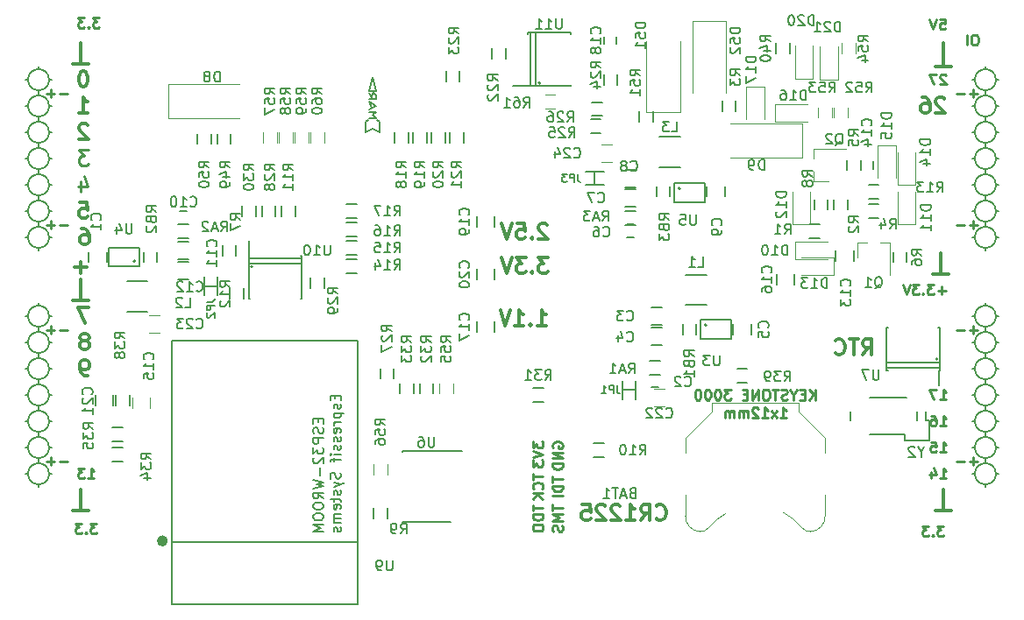
<source format=gbo>
G04 #@! TF.FileFunction,Legend,Bot*
%FSLAX46Y46*%
G04 Gerber Fmt 4.6, Leading zero omitted, Abs format (unit mm)*
G04 Created by KiCad (PCBNEW 4.0.7+dfsg1-1) date Fri Dec  8 14:12:07 2017*
%MOMM*%
%LPD*%
G01*
G04 APERTURE LIST*
%ADD10C,0.100000*%
%ADD11C,0.250000*%
%ADD12C,0.300000*%
%ADD13C,0.200000*%
%ADD14C,0.150000*%
%ADD15C,0.120000*%
%ADD16C,0.500000*%
%ADD17C,0.152400*%
G04 APERTURE END LIST*
D10*
D11*
X186032000Y-91971429D02*
X185270095Y-91971429D01*
X185651047Y-92352381D02*
X185651047Y-91590476D01*
X184793905Y-91971429D02*
X184032000Y-91971429D01*
X186032000Y-69111429D02*
X185270095Y-69111429D01*
X185651047Y-69492381D02*
X185651047Y-68730476D01*
X184793905Y-69111429D02*
X184032000Y-69111429D01*
X186032000Y-81811429D02*
X185270095Y-81811429D01*
X185651047Y-82192381D02*
X185651047Y-81430476D01*
X184793905Y-81811429D02*
X184032000Y-81811429D01*
X186032000Y-104671429D02*
X185270095Y-104671429D01*
X185651047Y-105052381D02*
X185651047Y-104290476D01*
X184793905Y-104671429D02*
X184032000Y-104671429D01*
X98148000Y-104671429D02*
X97386095Y-104671429D01*
X96909905Y-104671429D02*
X96148000Y-104671429D01*
X96528952Y-105052381D02*
X96528952Y-104290476D01*
X98148000Y-91971429D02*
X97386095Y-91971429D01*
X96909905Y-91971429D02*
X96148000Y-91971429D01*
X96528952Y-92352381D02*
X96528952Y-91590476D01*
X98148000Y-81811429D02*
X97386095Y-81811429D01*
X96909905Y-81811429D02*
X96148000Y-81811429D01*
X96528952Y-82192381D02*
X96528952Y-81430476D01*
X98148000Y-69111429D02*
X97386095Y-69111429D01*
X96909905Y-69111429D02*
X96148000Y-69111429D01*
X96528952Y-69492381D02*
X96528952Y-68730476D01*
X185873333Y-63412381D02*
X185682856Y-63412381D01*
X185587618Y-63460000D01*
X185492380Y-63555238D01*
X185444761Y-63745714D01*
X185444761Y-64079048D01*
X185492380Y-64269524D01*
X185587618Y-64364762D01*
X185682856Y-64412381D01*
X185873333Y-64412381D01*
X185968571Y-64364762D01*
X186063809Y-64269524D01*
X186111428Y-64079048D01*
X186111428Y-63745714D01*
X186063809Y-63555238D01*
X185968571Y-63460000D01*
X185873333Y-63412381D01*
X185016190Y-64412381D02*
X185016190Y-63412381D01*
D12*
X181984000Y-109426000D02*
X183508000Y-109426000D01*
X182746000Y-107394000D02*
X182746000Y-109426000D01*
D13*
X95370000Y-96726000D02*
X95370000Y-97234000D01*
X96386000Y-95710000D02*
X96640000Y-95710000D01*
X94354000Y-95710000D02*
X94100000Y-95710000D01*
X187826000Y-98250000D02*
X188080000Y-98250000D01*
X187826000Y-83010000D02*
X188080000Y-83010000D01*
X95370000Y-107140000D02*
X95370000Y-106886000D01*
X96386000Y-105870000D02*
X96640000Y-105870000D01*
X94354000Y-105870000D02*
X94100000Y-105870000D01*
X94354000Y-103330000D02*
X94100000Y-103330000D01*
X95370000Y-104346000D02*
X95370000Y-104854000D01*
X96386000Y-103330000D02*
X96640000Y-103330000D01*
X94354000Y-100790000D02*
X94100000Y-100790000D01*
X95370000Y-102314000D02*
X95370000Y-101806000D01*
X96386000Y-100790000D02*
X96640000Y-100790000D01*
X95370000Y-99266000D02*
X95370000Y-99774000D01*
X94354000Y-98250000D02*
X94100000Y-98250000D01*
X96386000Y-98250000D02*
X96640000Y-98250000D01*
X95370000Y-94186000D02*
X95370000Y-94694000D01*
X96386000Y-93170000D02*
X96640000Y-93170000D01*
X94354000Y-93170000D02*
X94100000Y-93170000D01*
X94354000Y-90630000D02*
X94100000Y-90630000D01*
X95370000Y-91646000D02*
X95370000Y-92154000D01*
X96640000Y-90630000D02*
X96386000Y-90630000D01*
X95370000Y-89360000D02*
X95370000Y-89614000D01*
X94354000Y-83010000D02*
X94100000Y-83010000D01*
X95370000Y-84280000D02*
X95370000Y-84026000D01*
X96386000Y-83010000D02*
X96640000Y-83010000D01*
X95370000Y-81486000D02*
X95370000Y-81994000D01*
X94354000Y-80470000D02*
X94100000Y-80470000D01*
X96640000Y-80470000D02*
X96386000Y-80470000D01*
X95370000Y-78946000D02*
X95370000Y-79454000D01*
X96386000Y-77930000D02*
X96640000Y-77930000D01*
X94354000Y-77930000D02*
X94100000Y-77930000D01*
X95370000Y-76406000D02*
X95370000Y-76914000D01*
X94354000Y-75390000D02*
X94100000Y-75390000D01*
X96386000Y-75390000D02*
X96640000Y-75390000D01*
X95370000Y-73866000D02*
X95370000Y-74374000D01*
X96386000Y-72850000D02*
X96640000Y-72850000D01*
X94100000Y-72850000D02*
X94354000Y-72850000D01*
X94354000Y-70310000D02*
X94100000Y-70310000D01*
X96640000Y-70310000D02*
X96386000Y-70310000D01*
X95370000Y-71326000D02*
X95370000Y-71834000D01*
X95370000Y-68786000D02*
X95370000Y-69294000D01*
X96386000Y-67770000D02*
X96640000Y-67770000D01*
X94354000Y-67770000D02*
X94100000Y-67770000D01*
X95370000Y-66500000D02*
X95370000Y-66754000D01*
X187826000Y-105870000D02*
X188080000Y-105870000D01*
X186810000Y-107140000D02*
X186810000Y-106886000D01*
X185540000Y-105870000D02*
X185794000Y-105870000D01*
X186810000Y-104346000D02*
X186810000Y-104854000D01*
X187826000Y-103330000D02*
X188080000Y-103330000D01*
X185540000Y-103330000D02*
X185794000Y-103330000D01*
X186810000Y-101806000D02*
X186810000Y-102314000D01*
X187826000Y-100790000D02*
X188080000Y-100790000D01*
X185540000Y-100790000D02*
X185794000Y-100790000D01*
X186810000Y-99266000D02*
X186810000Y-99774000D01*
X185540000Y-98250000D02*
X185794000Y-98250000D01*
X186810000Y-97234000D02*
X186810000Y-96726000D01*
X187826000Y-95710000D02*
X188080000Y-95710000D01*
X185540000Y-95710000D02*
X185794000Y-95710000D01*
X186810000Y-94694000D02*
X186810000Y-94186000D01*
X187826000Y-93170000D02*
X188080000Y-93170000D01*
X185540000Y-93170000D02*
X185794000Y-93170000D01*
X186810000Y-92154000D02*
X186810000Y-91646000D01*
X187826000Y-90630000D02*
X188080000Y-90630000D01*
X185540000Y-90630000D02*
X185794000Y-90630000D01*
X186810000Y-89360000D02*
X186810000Y-89614000D01*
X186810000Y-84280000D02*
X186810000Y-84026000D01*
X185540000Y-83010000D02*
X185794000Y-83010000D01*
X186810000Y-81994000D02*
X186810000Y-81486000D01*
X185794000Y-80470000D02*
X185540000Y-80470000D01*
X187826000Y-80470000D02*
X188080000Y-80470000D01*
X186810000Y-78946000D02*
X186810000Y-79454000D01*
X185794000Y-77930000D02*
X185540000Y-77930000D01*
X187826000Y-77930000D02*
X188080000Y-77930000D01*
X186810000Y-76406000D02*
X186810000Y-76914000D01*
X186810000Y-73866000D02*
X186810000Y-74374000D01*
X185794000Y-75390000D02*
X185540000Y-75390000D01*
X187826000Y-75390000D02*
X188080000Y-75390000D01*
X187826000Y-72850000D02*
X188080000Y-72850000D01*
X185540000Y-72850000D02*
X185794000Y-72850000D01*
X186810000Y-71834000D02*
X186810000Y-71326000D01*
X187826000Y-70310000D02*
X188080000Y-70310000D01*
X185540000Y-70310000D02*
X185794000Y-70310000D01*
X187826000Y-67770000D02*
X188080000Y-67770000D01*
X186810000Y-68786000D02*
X186810000Y-69294000D01*
X185540000Y-67770000D02*
X185794000Y-67770000D01*
X186810000Y-66500000D02*
X186810000Y-66754000D01*
X187826000Y-67770000D02*
G75*
G03X187826000Y-67770000I-1016000J0D01*
G01*
X187826000Y-70310000D02*
G75*
G03X187826000Y-70310000I-1016000J0D01*
G01*
X187826000Y-72850000D02*
G75*
G03X187826000Y-72850000I-1016000J0D01*
G01*
X187826000Y-75390000D02*
G75*
G03X187826000Y-75390000I-1016000J0D01*
G01*
X187826000Y-77930000D02*
G75*
G03X187826000Y-77930000I-1016000J0D01*
G01*
X187826000Y-80470000D02*
G75*
G03X187826000Y-80470000I-1016000J0D01*
G01*
X187826000Y-83010000D02*
G75*
G03X187826000Y-83010000I-1016000J0D01*
G01*
X187826000Y-90630000D02*
G75*
G03X187826000Y-90630000I-1016000J0D01*
G01*
X187826000Y-93170000D02*
G75*
G03X187826000Y-93170000I-1016000J0D01*
G01*
X187826000Y-95710000D02*
G75*
G03X187826000Y-95710000I-1016000J0D01*
G01*
X187826000Y-98250000D02*
G75*
G03X187826000Y-98250000I-1016000J0D01*
G01*
X187826000Y-100790000D02*
G75*
G03X187826000Y-100790000I-1016000J0D01*
G01*
X187826000Y-103330000D02*
G75*
G03X187826000Y-103330000I-1016000J0D01*
G01*
X187826000Y-105870000D02*
G75*
G03X187826000Y-105870000I-1016000J0D01*
G01*
X96386000Y-105870000D02*
G75*
G03X96386000Y-105870000I-1016000J0D01*
G01*
X96386000Y-103330000D02*
G75*
G03X96386000Y-103330000I-1016000J0D01*
G01*
X96386000Y-100790000D02*
G75*
G03X96386000Y-100790000I-1016000J0D01*
G01*
X96386000Y-98250000D02*
G75*
G03X96386000Y-98250000I-1016000J0D01*
G01*
X96386000Y-95710000D02*
G75*
G03X96386000Y-95710000I-1016000J0D01*
G01*
X96386000Y-93170000D02*
G75*
G03X96386000Y-93170000I-1016000J0D01*
G01*
X96386000Y-90630000D02*
G75*
G03X96386000Y-90630000I-1016000J0D01*
G01*
X96386000Y-83010000D02*
G75*
G03X96386000Y-83010000I-1016000J0D01*
G01*
X96386000Y-80470000D02*
G75*
G03X96386000Y-80470000I-1016000J0D01*
G01*
X96386000Y-77930000D02*
G75*
G03X96386000Y-77930000I-1016000J0D01*
G01*
X96386000Y-75390000D02*
G75*
G03X96386000Y-75390000I-1016000J0D01*
G01*
X96386000Y-72850000D02*
G75*
G03X96386000Y-72850000I-1016000J0D01*
G01*
X96386000Y-70310000D02*
G75*
G03X96386000Y-70310000I-1016000J0D01*
G01*
X96386000Y-67770000D02*
G75*
G03X96386000Y-67770000I-1016000J0D01*
G01*
D11*
X182428476Y-61888381D02*
X182904667Y-61888381D01*
X182952286Y-62364571D01*
X182904667Y-62316952D01*
X182809429Y-62269333D01*
X182571333Y-62269333D01*
X182476095Y-62316952D01*
X182428476Y-62364571D01*
X182380857Y-62459810D01*
X182380857Y-62697905D01*
X182428476Y-62793143D01*
X182476095Y-62840762D01*
X182571333Y-62888381D01*
X182809429Y-62888381D01*
X182904667Y-62840762D01*
X182952286Y-62793143D01*
X182095143Y-61888381D02*
X181761810Y-62888381D01*
X181428476Y-61888381D01*
D12*
X181984000Y-66500000D02*
X183508000Y-66500000D01*
X182746000Y-64214000D02*
X182746000Y-66500000D01*
D11*
X182999905Y-67317619D02*
X182952286Y-67270000D01*
X182857048Y-67222381D01*
X182618952Y-67222381D01*
X182523714Y-67270000D01*
X182476095Y-67317619D01*
X182428476Y-67412857D01*
X182428476Y-67508095D01*
X182476095Y-67650952D01*
X183047524Y-68222381D01*
X182428476Y-68222381D01*
X182095143Y-67222381D02*
X181428476Y-67222381D01*
X181857048Y-68222381D01*
D12*
X182872857Y-69631429D02*
X182801428Y-69560000D01*
X182658571Y-69488571D01*
X182301428Y-69488571D01*
X182158571Y-69560000D01*
X182087142Y-69631429D01*
X182015714Y-69774286D01*
X182015714Y-69917143D01*
X182087142Y-70131429D01*
X182944285Y-70988571D01*
X182015714Y-70988571D01*
X180730000Y-69488571D02*
X181015714Y-69488571D01*
X181158571Y-69560000D01*
X181230000Y-69631429D01*
X181372857Y-69845714D01*
X181444286Y-70131429D01*
X181444286Y-70702857D01*
X181372857Y-70845714D01*
X181301429Y-70917143D01*
X181158571Y-70988571D01*
X180872857Y-70988571D01*
X180730000Y-70917143D01*
X180658571Y-70845714D01*
X180587143Y-70702857D01*
X180587143Y-70345714D01*
X180658571Y-70202857D01*
X180730000Y-70131429D01*
X180872857Y-70060000D01*
X181158571Y-70060000D01*
X181301429Y-70131429D01*
X181372857Y-70202857D01*
X181444286Y-70345714D01*
X181730000Y-86566000D02*
X183254000Y-86566000D01*
X182492000Y-84534000D02*
X182492000Y-86566000D01*
D11*
X182968000Y-88161429D02*
X182206095Y-88161429D01*
X182587047Y-88542381D02*
X182587047Y-87780476D01*
X181825143Y-87542381D02*
X181206095Y-87542381D01*
X181539429Y-87923333D01*
X181396571Y-87923333D01*
X181301333Y-87970952D01*
X181253714Y-88018571D01*
X181206095Y-88113810D01*
X181206095Y-88351905D01*
X181253714Y-88447143D01*
X181301333Y-88494762D01*
X181396571Y-88542381D01*
X181682286Y-88542381D01*
X181777524Y-88494762D01*
X181825143Y-88447143D01*
X180777524Y-88447143D02*
X180729905Y-88494762D01*
X180777524Y-88542381D01*
X180825143Y-88494762D01*
X180777524Y-88447143D01*
X180777524Y-88542381D01*
X180396572Y-87542381D02*
X179777524Y-87542381D01*
X180110858Y-87923333D01*
X179968000Y-87923333D01*
X179872762Y-87970952D01*
X179825143Y-88018571D01*
X179777524Y-88113810D01*
X179777524Y-88351905D01*
X179825143Y-88447143D01*
X179872762Y-88494762D01*
X179968000Y-88542381D01*
X180253715Y-88542381D01*
X180348953Y-88494762D01*
X180396572Y-88447143D01*
X179491810Y-87542381D02*
X179158477Y-88542381D01*
X178825143Y-87542381D01*
X182428476Y-98702381D02*
X182999905Y-98702381D01*
X182714191Y-98702381D02*
X182714191Y-97702381D01*
X182809429Y-97845238D01*
X182904667Y-97940476D01*
X182999905Y-97988095D01*
X182095143Y-97702381D02*
X181428476Y-97702381D01*
X181857048Y-98702381D01*
X182428476Y-101242381D02*
X182999905Y-101242381D01*
X182714191Y-101242381D02*
X182714191Y-100242381D01*
X182809429Y-100385238D01*
X182904667Y-100480476D01*
X182999905Y-100528095D01*
X181571333Y-100242381D02*
X181761810Y-100242381D01*
X181857048Y-100290000D01*
X181904667Y-100337619D01*
X181999905Y-100480476D01*
X182047524Y-100670952D01*
X182047524Y-101051905D01*
X181999905Y-101147143D01*
X181952286Y-101194762D01*
X181857048Y-101242381D01*
X181666571Y-101242381D01*
X181571333Y-101194762D01*
X181523714Y-101147143D01*
X181476095Y-101051905D01*
X181476095Y-100813810D01*
X181523714Y-100718571D01*
X181571333Y-100670952D01*
X181666571Y-100623333D01*
X181857048Y-100623333D01*
X181952286Y-100670952D01*
X181999905Y-100718571D01*
X182047524Y-100813810D01*
X182428476Y-103782381D02*
X182999905Y-103782381D01*
X182714191Y-103782381D02*
X182714191Y-102782381D01*
X182809429Y-102925238D01*
X182904667Y-103020476D01*
X182999905Y-103068095D01*
X181523714Y-102782381D02*
X181999905Y-102782381D01*
X182047524Y-103258571D01*
X181999905Y-103210952D01*
X181904667Y-103163333D01*
X181666571Y-103163333D01*
X181571333Y-103210952D01*
X181523714Y-103258571D01*
X181476095Y-103353810D01*
X181476095Y-103591905D01*
X181523714Y-103687143D01*
X181571333Y-103734762D01*
X181666571Y-103782381D01*
X181904667Y-103782381D01*
X181999905Y-103734762D01*
X182047524Y-103687143D01*
X182428476Y-106322381D02*
X182999905Y-106322381D01*
X182714191Y-106322381D02*
X182714191Y-105322381D01*
X182809429Y-105465238D01*
X182904667Y-105560476D01*
X182999905Y-105608095D01*
X181571333Y-105655714D02*
X181571333Y-106322381D01*
X181809429Y-105274762D02*
X182047524Y-105989048D01*
X181428476Y-105989048D01*
X182777619Y-110910381D02*
X182158571Y-110910381D01*
X182491905Y-111291333D01*
X182349047Y-111291333D01*
X182253809Y-111338952D01*
X182206190Y-111386571D01*
X182158571Y-111481810D01*
X182158571Y-111719905D01*
X182206190Y-111815143D01*
X182253809Y-111862762D01*
X182349047Y-111910381D01*
X182634762Y-111910381D01*
X182730000Y-111862762D01*
X182777619Y-111815143D01*
X181730000Y-111815143D02*
X181682381Y-111862762D01*
X181730000Y-111910381D01*
X181777619Y-111862762D01*
X181730000Y-111815143D01*
X181730000Y-111910381D01*
X181349048Y-110910381D02*
X180730000Y-110910381D01*
X181063334Y-111291333D01*
X180920476Y-111291333D01*
X180825238Y-111338952D01*
X180777619Y-111386571D01*
X180730000Y-111481810D01*
X180730000Y-111719905D01*
X180777619Y-111815143D01*
X180825238Y-111862762D01*
X180920476Y-111910381D01*
X181206191Y-111910381D01*
X181301429Y-111862762D01*
X181349048Y-111815143D01*
D12*
X100196000Y-109426000D02*
X98672000Y-109426000D01*
X99434000Y-107394000D02*
X99434000Y-109426000D01*
X98672000Y-89106000D02*
X100196000Y-89106000D01*
X99434000Y-87074000D02*
X99434000Y-89106000D01*
X98672000Y-66246000D02*
X100196000Y-66246000D01*
X99434000Y-64214000D02*
X99434000Y-66246000D01*
D11*
X100989619Y-110656381D02*
X100370571Y-110656381D01*
X100703905Y-111037333D01*
X100561047Y-111037333D01*
X100465809Y-111084952D01*
X100418190Y-111132571D01*
X100370571Y-111227810D01*
X100370571Y-111465905D01*
X100418190Y-111561143D01*
X100465809Y-111608762D01*
X100561047Y-111656381D01*
X100846762Y-111656381D01*
X100942000Y-111608762D01*
X100989619Y-111561143D01*
X99942000Y-111561143D02*
X99894381Y-111608762D01*
X99942000Y-111656381D01*
X99989619Y-111608762D01*
X99942000Y-111561143D01*
X99942000Y-111656381D01*
X99561048Y-110656381D02*
X98942000Y-110656381D01*
X99275334Y-111037333D01*
X99132476Y-111037333D01*
X99037238Y-111084952D01*
X98989619Y-111132571D01*
X98942000Y-111227810D01*
X98942000Y-111465905D01*
X98989619Y-111561143D01*
X99037238Y-111608762D01*
X99132476Y-111656381D01*
X99418191Y-111656381D01*
X99513429Y-111608762D01*
X99561048Y-111561143D01*
X100132476Y-106322381D02*
X100703905Y-106322381D01*
X100418191Y-106322381D02*
X100418191Y-105322381D01*
X100513429Y-105465238D01*
X100608667Y-105560476D01*
X100703905Y-105608095D01*
X99799143Y-105322381D02*
X99180095Y-105322381D01*
X99513429Y-105703333D01*
X99370571Y-105703333D01*
X99275333Y-105750952D01*
X99227714Y-105798571D01*
X99180095Y-105893810D01*
X99180095Y-106131905D01*
X99227714Y-106227143D01*
X99275333Y-106274762D01*
X99370571Y-106322381D01*
X99656286Y-106322381D01*
X99751524Y-106274762D01*
X99799143Y-106227143D01*
D12*
X100100714Y-96388571D02*
X99814999Y-96388571D01*
X99672142Y-96317143D01*
X99600714Y-96245714D01*
X99457856Y-96031429D01*
X99386428Y-95745714D01*
X99386428Y-95174286D01*
X99457856Y-95031429D01*
X99529285Y-94960000D01*
X99672142Y-94888571D01*
X99957856Y-94888571D01*
X100100714Y-94960000D01*
X100172142Y-95031429D01*
X100243571Y-95174286D01*
X100243571Y-95531429D01*
X100172142Y-95674286D01*
X100100714Y-95745714D01*
X99957856Y-95817143D01*
X99672142Y-95817143D01*
X99529285Y-95745714D01*
X99457856Y-95674286D01*
X99386428Y-95531429D01*
X99957856Y-92991429D02*
X100100714Y-92920000D01*
X100172142Y-92848571D01*
X100243571Y-92705714D01*
X100243571Y-92634286D01*
X100172142Y-92491429D01*
X100100714Y-92420000D01*
X99957856Y-92348571D01*
X99672142Y-92348571D01*
X99529285Y-92420000D01*
X99457856Y-92491429D01*
X99386428Y-92634286D01*
X99386428Y-92705714D01*
X99457856Y-92848571D01*
X99529285Y-92920000D01*
X99672142Y-92991429D01*
X99957856Y-92991429D01*
X100100714Y-93062857D01*
X100172142Y-93134286D01*
X100243571Y-93277143D01*
X100243571Y-93562857D01*
X100172142Y-93705714D01*
X100100714Y-93777143D01*
X99957856Y-93848571D01*
X99672142Y-93848571D01*
X99529285Y-93777143D01*
X99457856Y-93705714D01*
X99386428Y-93562857D01*
X99386428Y-93277143D01*
X99457856Y-93134286D01*
X99529285Y-93062857D01*
X99672142Y-92991429D01*
X100187999Y-89808571D02*
X99187999Y-89808571D01*
X99830856Y-91308571D01*
X100005428Y-85911143D02*
X98862571Y-85911143D01*
X99434000Y-86482571D02*
X99434000Y-85339714D01*
X99529285Y-82188571D02*
X99814999Y-82188571D01*
X99957856Y-82260000D01*
X100029285Y-82331429D01*
X100172142Y-82545714D01*
X100243571Y-82831429D01*
X100243571Y-83402857D01*
X100172142Y-83545714D01*
X100100714Y-83617143D01*
X99957856Y-83688571D01*
X99672142Y-83688571D01*
X99529285Y-83617143D01*
X99457856Y-83545714D01*
X99386428Y-83402857D01*
X99386428Y-83045714D01*
X99457856Y-82902857D01*
X99529285Y-82831429D01*
X99672142Y-82760000D01*
X99957856Y-82760000D01*
X100100714Y-82831429D01*
X100172142Y-82902857D01*
X100243571Y-83045714D01*
X99330856Y-79648571D02*
X100045142Y-79648571D01*
X100116571Y-80362857D01*
X100045142Y-80291429D01*
X99902285Y-80220000D01*
X99545142Y-80220000D01*
X99402285Y-80291429D01*
X99330856Y-80362857D01*
X99259428Y-80505714D01*
X99259428Y-80862857D01*
X99330856Y-81005714D01*
X99402285Y-81077143D01*
X99545142Y-81148571D01*
X99902285Y-81148571D01*
X100045142Y-81077143D01*
X100116571Y-81005714D01*
D11*
X99402285Y-77608571D02*
X99402285Y-78608571D01*
X99759428Y-77037143D02*
X100116571Y-78108571D01*
X99187999Y-78108571D01*
X100187999Y-74568571D02*
X99259428Y-74568571D01*
X99759428Y-75140000D01*
X99545142Y-75140000D01*
X99402285Y-75211429D01*
X99330856Y-75282857D01*
X99259428Y-75425714D01*
X99259428Y-75782857D01*
X99330856Y-75925714D01*
X99402285Y-75997143D01*
X99545142Y-76068571D01*
X99973714Y-76068571D01*
X100116571Y-75997143D01*
X100187999Y-75925714D01*
D12*
X100116571Y-72171429D02*
X100045142Y-72100000D01*
X99902285Y-72028571D01*
X99545142Y-72028571D01*
X99402285Y-72100000D01*
X99330856Y-72171429D01*
X99259428Y-72314286D01*
X99259428Y-72457143D01*
X99330856Y-72671429D01*
X100187999Y-73528571D01*
X99259428Y-73528571D01*
X99259428Y-70988571D02*
X100116571Y-70988571D01*
X99687999Y-70988571D02*
X99687999Y-69488571D01*
X99830856Y-69702857D01*
X99973714Y-69845714D01*
X100116571Y-69917143D01*
X99759428Y-66948571D02*
X99616571Y-66948571D01*
X99473714Y-67020000D01*
X99402285Y-67091429D01*
X99330856Y-67234286D01*
X99259428Y-67520000D01*
X99259428Y-67877143D01*
X99330856Y-68162857D01*
X99402285Y-68305714D01*
X99473714Y-68377143D01*
X99616571Y-68448571D01*
X99759428Y-68448571D01*
X99902285Y-68377143D01*
X99973714Y-68305714D01*
X100045142Y-68162857D01*
X100116571Y-67877143D01*
X100116571Y-67520000D01*
X100045142Y-67234286D01*
X99973714Y-67091429D01*
X99902285Y-67020000D01*
X99759428Y-66948571D01*
D11*
X101243619Y-61761381D02*
X100624571Y-61761381D01*
X100957905Y-62142333D01*
X100815047Y-62142333D01*
X100719809Y-62189952D01*
X100672190Y-62237571D01*
X100624571Y-62332810D01*
X100624571Y-62570905D01*
X100672190Y-62666143D01*
X100719809Y-62713762D01*
X100815047Y-62761381D01*
X101100762Y-62761381D01*
X101196000Y-62713762D01*
X101243619Y-62666143D01*
X100196000Y-62666143D02*
X100148381Y-62713762D01*
X100196000Y-62761381D01*
X100243619Y-62713762D01*
X100196000Y-62666143D01*
X100196000Y-62761381D01*
X99815048Y-61761381D02*
X99196000Y-61761381D01*
X99529334Y-62142333D01*
X99386476Y-62142333D01*
X99291238Y-62189952D01*
X99243619Y-62237571D01*
X99196000Y-62332810D01*
X99196000Y-62570905D01*
X99243619Y-62666143D01*
X99291238Y-62713762D01*
X99386476Y-62761381D01*
X99672191Y-62761381D01*
X99767429Y-62713762D01*
X99815048Y-62666143D01*
X170370715Y-98716381D02*
X170370715Y-97716381D01*
X169799286Y-98716381D02*
X170227858Y-98144952D01*
X169799286Y-97716381D02*
X170370715Y-98287810D01*
X169370715Y-98192571D02*
X169037381Y-98192571D01*
X168894524Y-98716381D02*
X169370715Y-98716381D01*
X169370715Y-97716381D01*
X168894524Y-97716381D01*
X168275477Y-98240190D02*
X168275477Y-98716381D01*
X168608810Y-97716381D02*
X168275477Y-98240190D01*
X167942143Y-97716381D01*
X167656429Y-98668762D02*
X167513572Y-98716381D01*
X167275476Y-98716381D01*
X167180238Y-98668762D01*
X167132619Y-98621143D01*
X167085000Y-98525905D01*
X167085000Y-98430667D01*
X167132619Y-98335429D01*
X167180238Y-98287810D01*
X167275476Y-98240190D01*
X167465953Y-98192571D01*
X167561191Y-98144952D01*
X167608810Y-98097333D01*
X167656429Y-98002095D01*
X167656429Y-97906857D01*
X167608810Y-97811619D01*
X167561191Y-97764000D01*
X167465953Y-97716381D01*
X167227857Y-97716381D01*
X167085000Y-97764000D01*
X166799286Y-97716381D02*
X166227857Y-97716381D01*
X166513572Y-98716381D02*
X166513572Y-97716381D01*
X165704048Y-97716381D02*
X165513571Y-97716381D01*
X165418333Y-97764000D01*
X165323095Y-97859238D01*
X165275476Y-98049714D01*
X165275476Y-98383048D01*
X165323095Y-98573524D01*
X165418333Y-98668762D01*
X165513571Y-98716381D01*
X165704048Y-98716381D01*
X165799286Y-98668762D01*
X165894524Y-98573524D01*
X165942143Y-98383048D01*
X165942143Y-98049714D01*
X165894524Y-97859238D01*
X165799286Y-97764000D01*
X165704048Y-97716381D01*
X164846905Y-98716381D02*
X164846905Y-97716381D01*
X164275476Y-98716381D01*
X164275476Y-97716381D01*
X163799286Y-98192571D02*
X163465952Y-98192571D01*
X163323095Y-98716381D02*
X163799286Y-98716381D01*
X163799286Y-97716381D01*
X163323095Y-97716381D01*
X162227857Y-97716381D02*
X161608809Y-97716381D01*
X161942143Y-98097333D01*
X161799285Y-98097333D01*
X161704047Y-98144952D01*
X161656428Y-98192571D01*
X161608809Y-98287810D01*
X161608809Y-98525905D01*
X161656428Y-98621143D01*
X161704047Y-98668762D01*
X161799285Y-98716381D01*
X162085000Y-98716381D01*
X162180238Y-98668762D01*
X162227857Y-98621143D01*
X160989762Y-97716381D02*
X160894523Y-97716381D01*
X160799285Y-97764000D01*
X160751666Y-97811619D01*
X160704047Y-97906857D01*
X160656428Y-98097333D01*
X160656428Y-98335429D01*
X160704047Y-98525905D01*
X160751666Y-98621143D01*
X160799285Y-98668762D01*
X160894523Y-98716381D01*
X160989762Y-98716381D01*
X161085000Y-98668762D01*
X161132619Y-98621143D01*
X161180238Y-98525905D01*
X161227857Y-98335429D01*
X161227857Y-98097333D01*
X161180238Y-97906857D01*
X161132619Y-97811619D01*
X161085000Y-97764000D01*
X160989762Y-97716381D01*
X160037381Y-97716381D02*
X159942142Y-97716381D01*
X159846904Y-97764000D01*
X159799285Y-97811619D01*
X159751666Y-97906857D01*
X159704047Y-98097333D01*
X159704047Y-98335429D01*
X159751666Y-98525905D01*
X159799285Y-98621143D01*
X159846904Y-98668762D01*
X159942142Y-98716381D01*
X160037381Y-98716381D01*
X160132619Y-98668762D01*
X160180238Y-98621143D01*
X160227857Y-98525905D01*
X160275476Y-98335429D01*
X160275476Y-98097333D01*
X160227857Y-97906857D01*
X160180238Y-97811619D01*
X160132619Y-97764000D01*
X160037381Y-97716381D01*
X159085000Y-97716381D02*
X158989761Y-97716381D01*
X158894523Y-97764000D01*
X158846904Y-97811619D01*
X158799285Y-97906857D01*
X158751666Y-98097333D01*
X158751666Y-98335429D01*
X158799285Y-98525905D01*
X158846904Y-98621143D01*
X158894523Y-98668762D01*
X158989761Y-98716381D01*
X159085000Y-98716381D01*
X159180238Y-98668762D01*
X159227857Y-98621143D01*
X159275476Y-98525905D01*
X159323095Y-98335429D01*
X159323095Y-98097333D01*
X159275476Y-97906857D01*
X159227857Y-97811619D01*
X159180238Y-97764000D01*
X159085000Y-97716381D01*
X166989761Y-100466381D02*
X167561190Y-100466381D01*
X167275476Y-100466381D02*
X167275476Y-99466381D01*
X167370714Y-99609238D01*
X167465952Y-99704476D01*
X167561190Y-99752095D01*
X166656428Y-100466381D02*
X166132618Y-99799714D01*
X166656428Y-99799714D02*
X166132618Y-100466381D01*
X165227856Y-100466381D02*
X165799285Y-100466381D01*
X165513571Y-100466381D02*
X165513571Y-99466381D01*
X165608809Y-99609238D01*
X165704047Y-99704476D01*
X165799285Y-99752095D01*
X164846904Y-99561619D02*
X164799285Y-99514000D01*
X164704047Y-99466381D01*
X164465951Y-99466381D01*
X164370713Y-99514000D01*
X164323094Y-99561619D01*
X164275475Y-99656857D01*
X164275475Y-99752095D01*
X164323094Y-99894952D01*
X164894523Y-100466381D01*
X164275475Y-100466381D01*
X163846904Y-100466381D02*
X163846904Y-99799714D01*
X163846904Y-99894952D02*
X163799285Y-99847333D01*
X163704047Y-99799714D01*
X163561189Y-99799714D01*
X163465951Y-99847333D01*
X163418332Y-99942571D01*
X163418332Y-100466381D01*
X163418332Y-99942571D02*
X163370713Y-99847333D01*
X163275475Y-99799714D01*
X163132618Y-99799714D01*
X163037380Y-99847333D01*
X162989761Y-99942571D01*
X162989761Y-100466381D01*
X162513571Y-100466381D02*
X162513571Y-99799714D01*
X162513571Y-99894952D02*
X162465952Y-99847333D01*
X162370714Y-99799714D01*
X162227856Y-99799714D01*
X162132618Y-99847333D01*
X162084999Y-99942571D01*
X162084999Y-100466381D01*
X162084999Y-99942571D02*
X162037380Y-99847333D01*
X161942142Y-99799714D01*
X161799285Y-99799714D01*
X161704047Y-99847333D01*
X161656428Y-99942571D01*
X161656428Y-100466381D01*
D12*
X155027856Y-110215714D02*
X155099285Y-110287143D01*
X155313571Y-110358571D01*
X155456428Y-110358571D01*
X155670713Y-110287143D01*
X155813571Y-110144286D01*
X155884999Y-110001429D01*
X155956428Y-109715714D01*
X155956428Y-109501429D01*
X155884999Y-109215714D01*
X155813571Y-109072857D01*
X155670713Y-108930000D01*
X155456428Y-108858571D01*
X155313571Y-108858571D01*
X155099285Y-108930000D01*
X155027856Y-109001429D01*
X153527856Y-110358571D02*
X154027856Y-109644286D01*
X154384999Y-110358571D02*
X154384999Y-108858571D01*
X153813571Y-108858571D01*
X153670713Y-108930000D01*
X153599285Y-109001429D01*
X153527856Y-109144286D01*
X153527856Y-109358571D01*
X153599285Y-109501429D01*
X153670713Y-109572857D01*
X153813571Y-109644286D01*
X154384999Y-109644286D01*
X152099285Y-110358571D02*
X152956428Y-110358571D01*
X152527856Y-110358571D02*
X152527856Y-108858571D01*
X152670713Y-109072857D01*
X152813571Y-109215714D01*
X152956428Y-109287143D01*
X151527857Y-109001429D02*
X151456428Y-108930000D01*
X151313571Y-108858571D01*
X150956428Y-108858571D01*
X150813571Y-108930000D01*
X150742142Y-109001429D01*
X150670714Y-109144286D01*
X150670714Y-109287143D01*
X150742142Y-109501429D01*
X151599285Y-110358571D01*
X150670714Y-110358571D01*
X150099286Y-109001429D02*
X150027857Y-108930000D01*
X149885000Y-108858571D01*
X149527857Y-108858571D01*
X149385000Y-108930000D01*
X149313571Y-109001429D01*
X149242143Y-109144286D01*
X149242143Y-109287143D01*
X149313571Y-109501429D01*
X150170714Y-110358571D01*
X149242143Y-110358571D01*
X147885000Y-108858571D02*
X148599286Y-108858571D01*
X148670715Y-109572857D01*
X148599286Y-109501429D01*
X148456429Y-109430000D01*
X148099286Y-109430000D01*
X147956429Y-109501429D01*
X147885000Y-109572857D01*
X147813572Y-109715714D01*
X147813572Y-110072857D01*
X147885000Y-110215714D01*
X147956429Y-110287143D01*
X148099286Y-110358571D01*
X148456429Y-110358571D01*
X148599286Y-110287143D01*
X148670715Y-110215714D01*
X144502857Y-81823429D02*
X144431428Y-81752000D01*
X144288571Y-81680571D01*
X143931428Y-81680571D01*
X143788571Y-81752000D01*
X143717142Y-81823429D01*
X143645714Y-81966286D01*
X143645714Y-82109143D01*
X143717142Y-82323429D01*
X144574285Y-83180571D01*
X143645714Y-83180571D01*
X143002857Y-83037714D02*
X142931429Y-83109143D01*
X143002857Y-83180571D01*
X143074286Y-83109143D01*
X143002857Y-83037714D01*
X143002857Y-83180571D01*
X141574285Y-81680571D02*
X142288571Y-81680571D01*
X142360000Y-82394857D01*
X142288571Y-82323429D01*
X142145714Y-82252000D01*
X141788571Y-82252000D01*
X141645714Y-82323429D01*
X141574285Y-82394857D01*
X141502857Y-82537714D01*
X141502857Y-82894857D01*
X141574285Y-83037714D01*
X141645714Y-83109143D01*
X141788571Y-83180571D01*
X142145714Y-83180571D01*
X142288571Y-83109143D01*
X142360000Y-83037714D01*
X141074286Y-81680571D02*
X140574286Y-83180571D01*
X140074286Y-81680571D01*
X144574285Y-84982571D02*
X143645714Y-84982571D01*
X144145714Y-85554000D01*
X143931428Y-85554000D01*
X143788571Y-85625429D01*
X143717142Y-85696857D01*
X143645714Y-85839714D01*
X143645714Y-86196857D01*
X143717142Y-86339714D01*
X143788571Y-86411143D01*
X143931428Y-86482571D01*
X144360000Y-86482571D01*
X144502857Y-86411143D01*
X144574285Y-86339714D01*
X143002857Y-86339714D02*
X142931429Y-86411143D01*
X143002857Y-86482571D01*
X143074286Y-86411143D01*
X143002857Y-86339714D01*
X143002857Y-86482571D01*
X142431428Y-84982571D02*
X141502857Y-84982571D01*
X142002857Y-85554000D01*
X141788571Y-85554000D01*
X141645714Y-85625429D01*
X141574285Y-85696857D01*
X141502857Y-85839714D01*
X141502857Y-86196857D01*
X141574285Y-86339714D01*
X141645714Y-86411143D01*
X141788571Y-86482571D01*
X142217143Y-86482571D01*
X142360000Y-86411143D01*
X142431428Y-86339714D01*
X141074286Y-84982571D02*
X140574286Y-86482571D01*
X140074286Y-84982571D01*
X143518714Y-91562571D02*
X144375857Y-91562571D01*
X143947285Y-91562571D02*
X143947285Y-90062571D01*
X144090142Y-90276857D01*
X144233000Y-90419714D01*
X144375857Y-90491143D01*
X142875857Y-91419714D02*
X142804429Y-91491143D01*
X142875857Y-91562571D01*
X142947286Y-91491143D01*
X142875857Y-91419714D01*
X142875857Y-91562571D01*
X141375857Y-91562571D02*
X142233000Y-91562571D01*
X141804428Y-91562571D02*
X141804428Y-90062571D01*
X141947285Y-90276857D01*
X142090143Y-90419714D01*
X142233000Y-90491143D01*
X140947286Y-90062571D02*
X140447286Y-91562571D01*
X139947286Y-90062571D01*
D11*
X143082381Y-105854286D02*
X143082381Y-106425715D01*
X144082381Y-106140000D02*
X143082381Y-106140000D01*
X143987143Y-107330477D02*
X144034762Y-107282858D01*
X144082381Y-107140001D01*
X144082381Y-107044763D01*
X144034762Y-106901905D01*
X143939524Y-106806667D01*
X143844286Y-106759048D01*
X143653810Y-106711429D01*
X143510952Y-106711429D01*
X143320476Y-106759048D01*
X143225238Y-106806667D01*
X143130000Y-106901905D01*
X143082381Y-107044763D01*
X143082381Y-107140001D01*
X143130000Y-107282858D01*
X143177619Y-107330477D01*
X144082381Y-107759048D02*
X143082381Y-107759048D01*
X144082381Y-108330477D02*
X143510952Y-107901905D01*
X143082381Y-108330477D02*
X143653810Y-107759048D01*
X143082381Y-102726905D02*
X143082381Y-103345953D01*
X143463333Y-103012619D01*
X143463333Y-103155477D01*
X143510952Y-103250715D01*
X143558571Y-103298334D01*
X143653810Y-103345953D01*
X143891905Y-103345953D01*
X143987143Y-103298334D01*
X144034762Y-103250715D01*
X144082381Y-103155477D01*
X144082381Y-102869762D01*
X144034762Y-102774524D01*
X143987143Y-102726905D01*
X143082381Y-103631667D02*
X144082381Y-103965000D01*
X143082381Y-104298334D01*
X143082381Y-104536429D02*
X143082381Y-105155477D01*
X143463333Y-104822143D01*
X143463333Y-104965001D01*
X143510952Y-105060239D01*
X143558571Y-105107858D01*
X143653810Y-105155477D01*
X143891905Y-105155477D01*
X143987143Y-105107858D01*
X144034762Y-105060239D01*
X144082381Y-104965001D01*
X144082381Y-104679286D01*
X144034762Y-104584048D01*
X143987143Y-104536429D01*
X143082381Y-108878476D02*
X143082381Y-109449905D01*
X144082381Y-109164190D02*
X143082381Y-109164190D01*
X144082381Y-109783238D02*
X143082381Y-109783238D01*
X143082381Y-110021333D01*
X143130000Y-110164191D01*
X143225238Y-110259429D01*
X143320476Y-110307048D01*
X143510952Y-110354667D01*
X143653810Y-110354667D01*
X143844286Y-110307048D01*
X143939524Y-110259429D01*
X144034762Y-110164191D01*
X144082381Y-110021333D01*
X144082381Y-109783238D01*
X143082381Y-110973714D02*
X143082381Y-111164191D01*
X143130000Y-111259429D01*
X143225238Y-111354667D01*
X143415714Y-111402286D01*
X143749048Y-111402286D01*
X143939524Y-111354667D01*
X144034762Y-111259429D01*
X144082381Y-111164191D01*
X144082381Y-110973714D01*
X144034762Y-110878476D01*
X143939524Y-110783238D01*
X143749048Y-110735619D01*
X143415714Y-110735619D01*
X143225238Y-110783238D01*
X143130000Y-110878476D01*
X143082381Y-110973714D01*
X145035000Y-103330096D02*
X144987381Y-103234858D01*
X144987381Y-103092001D01*
X145035000Y-102949143D01*
X145130238Y-102853905D01*
X145225476Y-102806286D01*
X145415952Y-102758667D01*
X145558810Y-102758667D01*
X145749286Y-102806286D01*
X145844524Y-102853905D01*
X145939762Y-102949143D01*
X145987381Y-103092001D01*
X145987381Y-103187239D01*
X145939762Y-103330096D01*
X145892143Y-103377715D01*
X145558810Y-103377715D01*
X145558810Y-103187239D01*
X145987381Y-103806286D02*
X144987381Y-103806286D01*
X145987381Y-104377715D01*
X144987381Y-104377715D01*
X145987381Y-104853905D02*
X144987381Y-104853905D01*
X144987381Y-105092000D01*
X145035000Y-105234858D01*
X145130238Y-105330096D01*
X145225476Y-105377715D01*
X145415952Y-105425334D01*
X145558810Y-105425334D01*
X145749286Y-105377715D01*
X145844524Y-105330096D01*
X145939762Y-105234858D01*
X145987381Y-105092000D01*
X145987381Y-104853905D01*
X144987381Y-106116191D02*
X144987381Y-106687620D01*
X145987381Y-106401905D02*
X144987381Y-106401905D01*
X145987381Y-107020953D02*
X144987381Y-107020953D01*
X144987381Y-107259048D01*
X145035000Y-107401906D01*
X145130238Y-107497144D01*
X145225476Y-107544763D01*
X145415952Y-107592382D01*
X145558810Y-107592382D01*
X145749286Y-107544763D01*
X145844524Y-107497144D01*
X145939762Y-107401906D01*
X145987381Y-107259048D01*
X145987381Y-107020953D01*
X145987381Y-108020953D02*
X144987381Y-108020953D01*
X144987381Y-108854667D02*
X144987381Y-109426096D01*
X145987381Y-109140381D02*
X144987381Y-109140381D01*
X145987381Y-109759429D02*
X144987381Y-109759429D01*
X145701667Y-110092763D01*
X144987381Y-110426096D01*
X145987381Y-110426096D01*
X145939762Y-110854667D02*
X145987381Y-110997524D01*
X145987381Y-111235620D01*
X145939762Y-111330858D01*
X145892143Y-111378477D01*
X145796905Y-111426096D01*
X145701667Y-111426096D01*
X145606429Y-111378477D01*
X145558810Y-111330858D01*
X145511190Y-111235620D01*
X145463571Y-111045143D01*
X145415952Y-110949905D01*
X145368333Y-110902286D01*
X145273095Y-110854667D01*
X145177857Y-110854667D01*
X145082619Y-110902286D01*
X145035000Y-110949905D01*
X144987381Y-111045143D01*
X144987381Y-111283239D01*
X145035000Y-111426096D01*
D12*
X174967142Y-94356571D02*
X175467142Y-93642286D01*
X175824285Y-94356571D02*
X175824285Y-92856571D01*
X175252857Y-92856571D01*
X175109999Y-92928000D01*
X175038571Y-92999429D01*
X174967142Y-93142286D01*
X174967142Y-93356571D01*
X175038571Y-93499429D01*
X175109999Y-93570857D01*
X175252857Y-93642286D01*
X175824285Y-93642286D01*
X174538571Y-92856571D02*
X173681428Y-92856571D01*
X174109999Y-94356571D02*
X174109999Y-92856571D01*
X172324285Y-94213714D02*
X172395714Y-94285143D01*
X172610000Y-94356571D01*
X172752857Y-94356571D01*
X172967142Y-94285143D01*
X173110000Y-94142286D01*
X173181428Y-93999429D01*
X173252857Y-93713714D01*
X173252857Y-93499429D01*
X173181428Y-93213714D01*
X173110000Y-93070857D01*
X172967142Y-92928000D01*
X172752857Y-92856571D01*
X172610000Y-92856571D01*
X172395714Y-92928000D01*
X172324285Y-92999429D01*
D14*
X102823000Y-98258000D02*
X102823000Y-99258000D01*
X104173000Y-99258000D02*
X104173000Y-98258000D01*
X151758000Y-97742000D02*
X153028000Y-97742000D01*
X153028000Y-96853000D02*
X153028000Y-98631000D01*
X151758000Y-96853000D02*
X151758000Y-98631000D01*
D15*
X157345000Y-70900000D02*
X154045000Y-70900000D01*
X154045000Y-70900000D02*
X154045000Y-64000000D01*
X157345000Y-70900000D02*
X157345000Y-64000000D01*
D14*
X153369000Y-70826000D02*
X153369000Y-71826000D01*
X154719000Y-71826000D02*
X154719000Y-70826000D01*
X157870000Y-89565000D02*
X159870000Y-89565000D01*
X159870000Y-86615000D02*
X157870000Y-86615000D01*
X159886803Y-91500000D02*
G75*
G03X159886803Y-91500000I-111803J0D01*
G01*
X159275000Y-92800000D02*
X162275000Y-92800000D01*
X162275000Y-92800000D02*
X162275000Y-91000000D01*
X162275000Y-91000000D02*
X159275000Y-91000000D01*
X159275000Y-91000000D02*
X159275000Y-92800000D01*
X105895000Y-87250000D02*
X103895000Y-87250000D01*
X103895000Y-90200000D02*
X105895000Y-90200000D01*
X104736803Y-85315000D02*
G75*
G03X104736803Y-85315000I-111803J0D01*
G01*
X105125000Y-84015000D02*
X102125000Y-84015000D01*
X102125000Y-84015000D02*
X102125000Y-85815000D01*
X102125000Y-85815000D02*
X105125000Y-85815000D01*
X105125000Y-85815000D02*
X105125000Y-84015000D01*
X155330000Y-76230000D02*
X157330000Y-76230000D01*
X157330000Y-73280000D02*
X155330000Y-73280000D01*
X157346803Y-78292000D02*
G75*
G03X157346803Y-78292000I-111803J0D01*
G01*
X156735000Y-79592000D02*
X159735000Y-79592000D01*
X159735000Y-79592000D02*
X159735000Y-77792000D01*
X159735000Y-77792000D02*
X156735000Y-77792000D01*
X156735000Y-77792000D02*
X156735000Y-79592000D01*
X100235000Y-85415000D02*
X100235000Y-84415000D01*
X101935000Y-84415000D02*
X101935000Y-85415000D01*
X155560000Y-91480000D02*
X154560000Y-91480000D01*
X154560000Y-89780000D02*
X155560000Y-89780000D01*
X155560000Y-93385000D02*
X154560000Y-93385000D01*
X154560000Y-91685000D02*
X155560000Y-91685000D01*
X164165000Y-91400000D02*
X164165000Y-92400000D01*
X162465000Y-92400000D02*
X162465000Y-91400000D01*
X153020000Y-80050000D02*
X152020000Y-80050000D01*
X152020000Y-78350000D02*
X153020000Y-78350000D01*
X153020000Y-78145000D02*
X152020000Y-78145000D01*
X152020000Y-76445000D02*
X153020000Y-76445000D01*
X161625000Y-78065000D02*
X161625000Y-79065000D01*
X159925000Y-79065000D02*
X159925000Y-78065000D01*
X108840000Y-83430000D02*
X109840000Y-83430000D01*
X109840000Y-85130000D02*
X108840000Y-85130000D01*
X108840000Y-85335000D02*
X109840000Y-85335000D01*
X109840000Y-87035000D02*
X108840000Y-87035000D01*
X174071000Y-84288000D02*
X174071000Y-85288000D01*
X172371000Y-85288000D02*
X172371000Y-84288000D01*
D15*
X174435000Y-83520000D02*
X175365000Y-83520000D01*
X177595000Y-83520000D02*
X176665000Y-83520000D01*
X177595000Y-83520000D02*
X177595000Y-86680000D01*
X174435000Y-83520000D02*
X174435000Y-84980000D01*
X170175000Y-77605000D02*
X170175000Y-76675000D01*
X170175000Y-74445000D02*
X170175000Y-75375000D01*
X170175000Y-74445000D02*
X173335000Y-74445000D01*
X170175000Y-77605000D02*
X171635000Y-77605000D01*
D14*
X154510000Y-97510000D02*
X155210000Y-97510000D01*
X155210000Y-96310000D02*
X154510000Y-96310000D01*
X152170000Y-82975000D02*
X152870000Y-82975000D01*
X152870000Y-81775000D02*
X152170000Y-81775000D01*
X109690000Y-80505000D02*
X108990000Y-80505000D01*
X108990000Y-81705000D02*
X109690000Y-81705000D01*
X174780000Y-75675000D02*
X174780000Y-76375000D01*
X175980000Y-76375000D02*
X175980000Y-75675000D01*
X170800000Y-81700000D02*
X169800000Y-81700000D01*
X169800000Y-83050000D02*
X170800000Y-83050000D01*
X172165000Y-79335000D02*
X172165000Y-80335000D01*
X173515000Y-80335000D02*
X173515000Y-79335000D01*
X175515000Y-81145000D02*
X176515000Y-81145000D01*
X176515000Y-79795000D02*
X175515000Y-79795000D01*
X174785000Y-76525000D02*
X174785000Y-75525000D01*
X173435000Y-75525000D02*
X173435000Y-76525000D01*
X179230000Y-85415000D02*
X179230000Y-84415000D01*
X177880000Y-84415000D02*
X177880000Y-85415000D01*
X114460000Y-84780000D02*
X114460000Y-83780000D01*
X113110000Y-83780000D02*
X113110000Y-84780000D01*
X170260000Y-79335000D02*
X170260000Y-80335000D01*
X171610000Y-80335000D02*
X171610000Y-79335000D01*
X129065000Y-110180000D02*
X129065000Y-109180000D01*
X127715000Y-109180000D02*
X127715000Y-110180000D01*
X148972000Y-104259000D02*
X149972000Y-104259000D01*
X149972000Y-102909000D02*
X148972000Y-102909000D01*
X175515000Y-79240000D02*
X176515000Y-79240000D01*
X176515000Y-77890000D02*
X175515000Y-77890000D01*
X155360000Y-94965000D02*
X154360000Y-94965000D01*
X154360000Y-96315000D02*
X155360000Y-96315000D01*
X108840000Y-83050000D02*
X109840000Y-83050000D01*
X109840000Y-81700000D02*
X108840000Y-81700000D01*
X153020000Y-80430000D02*
X152020000Y-80430000D01*
X152020000Y-81780000D02*
X153020000Y-81780000D01*
X158910000Y-92400000D02*
X158910000Y-91400000D01*
X157560000Y-91400000D02*
X157560000Y-92400000D01*
X105490000Y-84415000D02*
X105490000Y-85415000D01*
X106840000Y-85415000D02*
X106840000Y-84415000D01*
X156370000Y-79065000D02*
X156370000Y-78065000D01*
X155020000Y-78065000D02*
X155020000Y-79065000D01*
X125096000Y-86479000D02*
X126096000Y-86479000D01*
X126096000Y-85129000D02*
X125096000Y-85129000D01*
X125096000Y-84701000D02*
X126096000Y-84701000D01*
X126096000Y-83351000D02*
X125096000Y-83351000D01*
X125096000Y-82923000D02*
X126096000Y-82923000D01*
X126096000Y-81573000D02*
X125096000Y-81573000D01*
X125096000Y-81145000D02*
X126096000Y-81145000D01*
X126096000Y-79795000D02*
X125096000Y-79795000D01*
X129747000Y-72858000D02*
X129747000Y-73858000D01*
X131097000Y-73858000D02*
X131097000Y-72858000D01*
X131525000Y-72858000D02*
X131525000Y-73858000D01*
X132875000Y-73858000D02*
X132875000Y-72858000D01*
X133303000Y-72858000D02*
X133303000Y-73858000D01*
X134653000Y-73858000D02*
X134653000Y-72858000D01*
X135081000Y-72858000D02*
X135081000Y-73858000D01*
X136431000Y-73858000D02*
X136431000Y-72858000D01*
X151189600Y-64310000D02*
X151189600Y-63610000D01*
X149989600Y-63610000D02*
X149989600Y-64310000D01*
X161370000Y-69810000D02*
X161370000Y-70810000D01*
X162720000Y-70810000D02*
X162720000Y-69810000D01*
X139145000Y-64730000D02*
X139145000Y-65730000D01*
X140495000Y-65730000D02*
X140495000Y-64730000D01*
X134700000Y-66932000D02*
X134700000Y-67932000D01*
X136050000Y-67932000D02*
X136050000Y-66932000D01*
X149940000Y-67270000D02*
X149940000Y-68270000D01*
X151290000Y-68270000D02*
X151290000Y-67270000D01*
X148675000Y-72890000D02*
X149675000Y-72890000D01*
X149675000Y-71540000D02*
X148675000Y-71540000D01*
X148780000Y-71275000D02*
X149780000Y-71275000D01*
X149780000Y-69925000D02*
X148780000Y-69925000D01*
X130510000Y-103690000D02*
X130510000Y-103790000D01*
X130510000Y-110515000D02*
X130510000Y-110490000D01*
X135160000Y-110515000D02*
X135160000Y-110490000D01*
X136235000Y-103690000D02*
X130510000Y-103690000D01*
X135160000Y-110515000D02*
X130510000Y-110515000D01*
X120175000Y-80970000D02*
X120175000Y-79970000D01*
X118825000Y-79970000D02*
X118825000Y-80970000D01*
X113805000Y-87900000D02*
X113805000Y-88900000D01*
X115155000Y-88900000D02*
X115155000Y-87900000D01*
X128350000Y-95675000D02*
X128350000Y-96675000D01*
X129700000Y-96675000D02*
X129700000Y-95675000D01*
X118270000Y-80970000D02*
X118270000Y-79970000D01*
X116920000Y-79970000D02*
X116920000Y-80970000D01*
X122955000Y-87900000D02*
X122955000Y-86900000D01*
X121605000Y-86900000D02*
X121605000Y-87900000D01*
X116365000Y-80970000D02*
X116365000Y-79970000D01*
X115015000Y-79970000D02*
X115015000Y-80970000D01*
X143130000Y-98925000D02*
X144130000Y-98925000D01*
X144130000Y-97575000D02*
X143130000Y-97575000D01*
X132160000Y-97115000D02*
X132160000Y-98115000D01*
X133510000Y-98115000D02*
X133510000Y-97115000D01*
X130255000Y-97115000D02*
X130255000Y-98115000D01*
X131605000Y-98115000D02*
X131605000Y-97115000D01*
X103490000Y-103290000D02*
X102490000Y-103290000D01*
X102490000Y-104640000D02*
X103490000Y-104640000D01*
X102490000Y-102735000D02*
X103490000Y-102735000D01*
X103490000Y-101385000D02*
X102490000Y-101385000D01*
X168356000Y-86574000D02*
X168356000Y-87574000D01*
X166656000Y-87574000D02*
X166656000Y-86574000D01*
X162815000Y-97020000D02*
X163815000Y-97020000D01*
X163815000Y-95670000D02*
X162815000Y-95670000D01*
X166577000Y-64222000D02*
X166577000Y-65222000D01*
X167927000Y-65222000D02*
X167927000Y-64222000D01*
X137700000Y-92146000D02*
X137700000Y-91146000D01*
X139400000Y-91146000D02*
X139400000Y-92146000D01*
X139400000Y-80986000D02*
X139400000Y-81986000D01*
X137700000Y-81986000D02*
X137700000Y-80986000D01*
X137700000Y-87066000D02*
X137700000Y-86066000D01*
X139400000Y-86066000D02*
X139400000Y-87066000D01*
X100870000Y-99258000D02*
X100870000Y-98258000D01*
X102570000Y-98258000D02*
X102570000Y-99258000D01*
X112602000Y-72985000D02*
X112602000Y-73985000D01*
X113952000Y-73985000D02*
X113952000Y-72985000D01*
X110697000Y-72985000D02*
X110697000Y-73985000D01*
X112047000Y-73985000D02*
X112047000Y-72985000D01*
D15*
X172160000Y-70445000D02*
X172160000Y-71445000D01*
X173520000Y-71445000D02*
X173520000Y-70445000D01*
X170636000Y-70445000D02*
X170636000Y-71445000D01*
X171996000Y-71445000D02*
X171996000Y-70445000D01*
X106126000Y-98512000D02*
X106126000Y-99512000D01*
X104426000Y-99512000D02*
X104426000Y-98512000D01*
X107861000Y-71452000D02*
X107861000Y-68152000D01*
X107861000Y-68152000D02*
X114761000Y-68152000D01*
X107861000Y-71452000D02*
X114761000Y-71452000D01*
X169112000Y-71962000D02*
X169112000Y-75262000D01*
X169112000Y-75262000D02*
X162212000Y-75262000D01*
X169112000Y-71962000D02*
X162212000Y-71962000D01*
X158490000Y-62100000D02*
X161790000Y-62100000D01*
X161790000Y-62100000D02*
X161790000Y-69000000D01*
X158490000Y-62100000D02*
X158490000Y-69000000D01*
X155814000Y-99354000D02*
X154814000Y-99354000D01*
X154814000Y-97654000D02*
X155814000Y-97654000D01*
X106046000Y-90542000D02*
X107046000Y-90542000D01*
X107046000Y-92242000D02*
X106046000Y-92242000D01*
X149734000Y-74032000D02*
X150734000Y-74032000D01*
X150734000Y-75732000D02*
X149734000Y-75732000D01*
X172922000Y-64222000D02*
X172922000Y-65222000D01*
X174282000Y-65222000D02*
X174282000Y-64222000D01*
X135420000Y-98115000D02*
X135420000Y-97115000D01*
X134060000Y-97115000D02*
X134060000Y-98115000D01*
D14*
X126928000Y-71869000D02*
X127228000Y-71669000D01*
X128328000Y-71869000D02*
X128028000Y-71669000D01*
X126928000Y-72869000D02*
X126928000Y-71869000D01*
X127628000Y-72469000D02*
X126928000Y-72869000D01*
X128328000Y-72869000D02*
X127628000Y-72469000D01*
X128328000Y-71869000D02*
X128328000Y-72869000D01*
X127628000Y-67469000D02*
X127328000Y-68869000D01*
X127928000Y-68869000D02*
X127628000Y-67469000D01*
X127328000Y-68869000D02*
X127928000Y-68869000D01*
X127328000Y-69069000D02*
X127528000Y-69569000D01*
X127528000Y-69269000D02*
X127528000Y-69669000D01*
X127728000Y-69069000D02*
X127528000Y-69269000D01*
X127928000Y-69269000D02*
X127728000Y-69069000D01*
X127928000Y-69669000D02*
X127928000Y-69269000D01*
X127328000Y-69669000D02*
X127928000Y-69669000D01*
X127328000Y-69869000D02*
X127528000Y-70469000D01*
X127928000Y-70269000D02*
X127328000Y-69869000D01*
X127328000Y-70669000D02*
X127928000Y-70269000D01*
X127928000Y-70869000D02*
X127328000Y-70869000D01*
X127628000Y-71169000D02*
X127928000Y-70869000D01*
X127928000Y-71469000D02*
X127628000Y-71169000D01*
X127328000Y-71469000D02*
X127928000Y-71469000D01*
D15*
X160091264Y-111074552D02*
G75*
G02X161785000Y-109670000I4493736J-3695448D01*
G01*
X167317553Y-109624793D02*
G75*
G02X169085000Y-111070000I-2732553J-5145207D01*
G01*
X159170385Y-111454160D02*
G75*
G03X160085000Y-111070000I124615J984160D01*
G01*
X169999615Y-111454160D02*
G75*
G02X169085000Y-111070000I-124615J984160D01*
G01*
X157835000Y-109920000D02*
G75*
G03X159285000Y-111470000I1500000J-50000D01*
G01*
X171335000Y-109920000D02*
G75*
G02X169885000Y-111470000I-1500000J-50000D01*
G01*
X157835000Y-107870000D02*
X157835000Y-109970000D01*
X171335000Y-107870000D02*
X171335000Y-109970000D01*
X171335000Y-103870000D02*
X171335000Y-102420000D01*
X171335000Y-102420000D02*
X168735000Y-99820000D01*
X168735000Y-99820000D02*
X168735000Y-99020000D01*
X168735000Y-99020000D02*
X160435000Y-99020000D01*
X160435000Y-99020000D02*
X160435000Y-99820000D01*
X160435000Y-99820000D02*
X157835000Y-102420000D01*
X157835000Y-102420000D02*
X157835000Y-103870000D01*
X170134000Y-67638000D02*
X168434000Y-67638000D01*
X168434000Y-67638000D02*
X168434000Y-64488000D01*
X170134000Y-67638000D02*
X170134000Y-64488000D01*
X172547000Y-67731000D02*
X170847000Y-67731000D01*
X170847000Y-67731000D02*
X170847000Y-64581000D01*
X172547000Y-67731000D02*
X172547000Y-64581000D01*
X168400000Y-85130000D02*
X168400000Y-83430000D01*
X168400000Y-83430000D02*
X171550000Y-83430000D01*
X168400000Y-85130000D02*
X171550000Y-85130000D01*
X180040000Y-81735000D02*
X178340000Y-81735000D01*
X178340000Y-81735000D02*
X178340000Y-78585000D01*
X180040000Y-81735000D02*
X180040000Y-78585000D01*
X169880000Y-81735000D02*
X168180000Y-81735000D01*
X168180000Y-81735000D02*
X168180000Y-78585000D01*
X169880000Y-81735000D02*
X169880000Y-78585000D01*
X172200000Y-84954000D02*
X172200000Y-86654000D01*
X172200000Y-86654000D02*
X169050000Y-86654000D01*
X172200000Y-84954000D02*
X169050000Y-84954000D01*
X180040000Y-77925000D02*
X178340000Y-77925000D01*
X178340000Y-77925000D02*
X178340000Y-74775000D01*
X180040000Y-77925000D02*
X180040000Y-74775000D01*
X176435000Y-74125000D02*
X178135000Y-74125000D01*
X178135000Y-74125000D02*
X178135000Y-77275000D01*
X176435000Y-74125000D02*
X176435000Y-77275000D01*
X166495000Y-71795000D02*
X166495000Y-70095000D01*
X166495000Y-70095000D02*
X169645000Y-70095000D01*
X166495000Y-71795000D02*
X169645000Y-71795000D01*
X163735000Y-68410000D02*
X165435000Y-68410000D01*
X165435000Y-68410000D02*
X165435000Y-71560000D01*
X163735000Y-68410000D02*
X163735000Y-71560000D01*
D14*
X111372000Y-87709000D02*
X112642000Y-87709000D01*
X112642000Y-86820000D02*
X112642000Y-88598000D01*
X111372000Y-86820000D02*
X111372000Y-88598000D01*
X149091000Y-76660000D02*
X149091000Y-77930000D01*
X149980000Y-77930000D02*
X148202000Y-77930000D01*
X149980000Y-76660000D02*
X148202000Y-76660000D01*
D15*
X127710000Y-104946000D02*
X127710000Y-105946000D01*
X129070000Y-105946000D02*
X129070000Y-104946000D01*
X117042000Y-72858000D02*
X117042000Y-73858000D01*
X118402000Y-73858000D02*
X118402000Y-72858000D01*
X118566000Y-72858000D02*
X118566000Y-73858000D01*
X119926000Y-73858000D02*
X119926000Y-72858000D01*
X120090000Y-72858000D02*
X120090000Y-73858000D01*
X121450000Y-73858000D02*
X121450000Y-72858000D01*
X121614000Y-72858000D02*
X121614000Y-73858000D01*
X122974000Y-73858000D02*
X122974000Y-72858000D01*
X144280000Y-70580000D02*
X145280000Y-70580000D01*
X145280000Y-69220000D02*
X144280000Y-69220000D01*
D14*
X182200803Y-94757500D02*
G75*
G03X182200803Y-94757500I-89803J0D01*
G01*
X177285000Y-95583000D02*
X182365000Y-95583000D01*
X182365000Y-95075000D02*
X177285000Y-95075000D01*
X182400000Y-95880000D02*
X182350000Y-95880000D01*
X182400000Y-91730000D02*
X182255000Y-91730000D01*
X177250000Y-91730000D02*
X177395000Y-91730000D01*
X177250000Y-95880000D02*
X177395000Y-95880000D01*
X182400000Y-95880000D02*
X182400000Y-91730000D01*
X177250000Y-95880000D02*
X177250000Y-91730000D01*
X182350000Y-95880000D02*
X182350000Y-97280000D01*
X143817303Y-68087500D02*
G75*
G03X143817303Y-68087500I-89803J0D01*
G01*
X142902000Y-63261500D02*
X142902000Y-68341500D01*
X143410000Y-68341500D02*
X143410000Y-63261500D01*
X142605000Y-68376500D02*
X142605000Y-68326500D01*
X146755000Y-68376500D02*
X146755000Y-68231500D01*
X146755000Y-63226500D02*
X146755000Y-63371500D01*
X142605000Y-63226500D02*
X142605000Y-63371500D01*
X142605000Y-68376500D02*
X146755000Y-68376500D01*
X142605000Y-63226500D02*
X146755000Y-63226500D01*
X142605000Y-68326500D02*
X141205000Y-68326500D01*
X116033803Y-85867500D02*
G75*
G03X116033803Y-85867500I-89803J0D01*
G01*
X120770000Y-85042000D02*
X115690000Y-85042000D01*
X115690000Y-85550000D02*
X120770000Y-85550000D01*
X115655000Y-84745000D02*
X115705000Y-84745000D01*
X115655000Y-88895000D02*
X115800000Y-88895000D01*
X120805000Y-88895000D02*
X120660000Y-88895000D01*
X120805000Y-84745000D02*
X120660000Y-84745000D01*
X115655000Y-84745000D02*
X115655000Y-88895000D01*
X120805000Y-84745000D02*
X120805000Y-88895000D01*
X115705000Y-84745000D02*
X115705000Y-83345000D01*
D16*
X107607981Y-112354000D02*
G75*
G03X107607981Y-112354000I-283981J0D01*
G01*
D14*
X126230000Y-112500000D02*
X108230000Y-112500000D01*
X108230000Y-118500000D02*
X108230000Y-93000000D01*
X126230000Y-118500000D02*
X126230000Y-93000000D01*
X126230000Y-93000000D02*
X108230000Y-93000000D01*
X126230000Y-118500000D02*
X108230000Y-118500000D01*
X181412000Y-100682000D02*
X181012000Y-100682000D01*
X181412000Y-102682000D02*
X181412000Y-100682000D01*
X179012000Y-102682000D02*
X181412000Y-102682000D01*
X179012000Y-102082000D02*
X179012000Y-102682000D01*
X173812000Y-99882000D02*
X173812000Y-100682000D01*
X179212000Y-98482000D02*
X175612000Y-98482000D01*
X179012000Y-102082000D02*
X175612000Y-102082000D01*
X180212000Y-99882000D02*
X180212000Y-100682000D01*
X181012000Y-99882000D02*
X181012000Y-100682000D01*
X103696381Y-92781143D02*
X103220190Y-92447809D01*
X103696381Y-92209714D02*
X102696381Y-92209714D01*
X102696381Y-92590667D01*
X102744000Y-92685905D01*
X102791619Y-92733524D01*
X102886857Y-92781143D01*
X103029714Y-92781143D01*
X103124952Y-92733524D01*
X103172571Y-92685905D01*
X103220190Y-92590667D01*
X103220190Y-92209714D01*
X102696381Y-93114476D02*
X102696381Y-93733524D01*
X103077333Y-93400190D01*
X103077333Y-93543048D01*
X103124952Y-93638286D01*
X103172571Y-93685905D01*
X103267810Y-93733524D01*
X103505905Y-93733524D01*
X103601143Y-93685905D01*
X103648762Y-93638286D01*
X103696381Y-93543048D01*
X103696381Y-93257333D01*
X103648762Y-93162095D01*
X103601143Y-93114476D01*
X103124952Y-94304952D02*
X103077333Y-94209714D01*
X103029714Y-94162095D01*
X102934476Y-94114476D01*
X102886857Y-94114476D01*
X102791619Y-94162095D01*
X102744000Y-94209714D01*
X102696381Y-94304952D01*
X102696381Y-94495429D01*
X102744000Y-94590667D01*
X102791619Y-94638286D01*
X102886857Y-94685905D01*
X102934476Y-94685905D01*
X103029714Y-94638286D01*
X103077333Y-94590667D01*
X103124952Y-94495429D01*
X103124952Y-94304952D01*
X103172571Y-94209714D01*
X103220190Y-94162095D01*
X103315429Y-94114476D01*
X103505905Y-94114476D01*
X103601143Y-94162095D01*
X103648762Y-94209714D01*
X103696381Y-94304952D01*
X103696381Y-94495429D01*
X103648762Y-94590667D01*
X103601143Y-94638286D01*
X103505905Y-94685905D01*
X103315429Y-94685905D01*
X103220190Y-94638286D01*
X103172571Y-94590667D01*
X103124952Y-94495429D01*
D17*
X151249999Y-97324714D02*
X151249999Y-97869000D01*
X151286285Y-97977857D01*
X151358856Y-98050429D01*
X151467713Y-98086714D01*
X151540285Y-98086714D01*
X150887142Y-98086714D02*
X150887142Y-97324714D01*
X150596857Y-97324714D01*
X150524285Y-97361000D01*
X150488000Y-97397286D01*
X150451714Y-97469857D01*
X150451714Y-97578714D01*
X150488000Y-97651286D01*
X150524285Y-97687571D01*
X150596857Y-97723857D01*
X150887142Y-97723857D01*
X149726000Y-98086714D02*
X150161428Y-98086714D01*
X149943714Y-98086714D02*
X149943714Y-97324714D01*
X150016285Y-97433571D01*
X150088857Y-97506143D01*
X150161428Y-97542429D01*
D14*
X153988381Y-62237714D02*
X152988381Y-62237714D01*
X152988381Y-62475809D01*
X153036000Y-62618667D01*
X153131238Y-62713905D01*
X153226476Y-62761524D01*
X153416952Y-62809143D01*
X153559810Y-62809143D01*
X153750286Y-62761524D01*
X153845524Y-62713905D01*
X153940762Y-62618667D01*
X153988381Y-62475809D01*
X153988381Y-62237714D01*
X152988381Y-63713905D02*
X152988381Y-63237714D01*
X153464571Y-63190095D01*
X153416952Y-63237714D01*
X153369333Y-63332952D01*
X153369333Y-63571048D01*
X153416952Y-63666286D01*
X153464571Y-63713905D01*
X153559810Y-63761524D01*
X153797905Y-63761524D01*
X153893143Y-63713905D01*
X153940762Y-63666286D01*
X153988381Y-63571048D01*
X153988381Y-63332952D01*
X153940762Y-63237714D01*
X153893143Y-63190095D01*
X153988381Y-64713905D02*
X153988381Y-64142476D01*
X153988381Y-64428190D02*
X152988381Y-64428190D01*
X153131238Y-64332952D01*
X153226476Y-64237714D01*
X153274095Y-64142476D01*
X153480381Y-67381143D02*
X153004190Y-67047809D01*
X153480381Y-66809714D02*
X152480381Y-66809714D01*
X152480381Y-67190667D01*
X152528000Y-67285905D01*
X152575619Y-67333524D01*
X152670857Y-67381143D01*
X152813714Y-67381143D01*
X152908952Y-67333524D01*
X152956571Y-67285905D01*
X153004190Y-67190667D01*
X153004190Y-66809714D01*
X152480381Y-68285905D02*
X152480381Y-67809714D01*
X152956571Y-67762095D01*
X152908952Y-67809714D01*
X152861333Y-67904952D01*
X152861333Y-68143048D01*
X152908952Y-68238286D01*
X152956571Y-68285905D01*
X153051810Y-68333524D01*
X153289905Y-68333524D01*
X153385143Y-68285905D01*
X153432762Y-68238286D01*
X153480381Y-68143048D01*
X153480381Y-67904952D01*
X153432762Y-67809714D01*
X153385143Y-67762095D01*
X153480381Y-69285905D02*
X153480381Y-68714476D01*
X153480381Y-69000190D02*
X152480381Y-69000190D01*
X152623238Y-68904952D01*
X152718476Y-68809714D01*
X152766095Y-68714476D01*
X159036666Y-85842381D02*
X159512857Y-85842381D01*
X159512857Y-84842381D01*
X158179523Y-85842381D02*
X158750952Y-85842381D01*
X158465238Y-85842381D02*
X158465238Y-84842381D01*
X158560476Y-84985238D01*
X158655714Y-85080476D01*
X158750952Y-85128095D01*
D13*
X161155905Y-94400381D02*
X161155905Y-95209905D01*
X161108286Y-95305143D01*
X161060667Y-95352762D01*
X160965429Y-95400381D01*
X160774952Y-95400381D01*
X160679714Y-95352762D01*
X160632095Y-95305143D01*
X160584476Y-95209905D01*
X160584476Y-94400381D01*
X160203524Y-94400381D02*
X159584476Y-94400381D01*
X159917810Y-94781333D01*
X159774952Y-94781333D01*
X159679714Y-94828952D01*
X159632095Y-94876571D01*
X159584476Y-94971810D01*
X159584476Y-95209905D01*
X159632095Y-95305143D01*
X159679714Y-95352762D01*
X159774952Y-95400381D01*
X160060667Y-95400381D01*
X160155905Y-95352762D01*
X160203524Y-95305143D01*
D14*
X109506666Y-89812381D02*
X109982857Y-89812381D01*
X109982857Y-88812381D01*
X109220952Y-88907619D02*
X109173333Y-88860000D01*
X109078095Y-88812381D01*
X108839999Y-88812381D01*
X108744761Y-88860000D01*
X108697142Y-88907619D01*
X108649523Y-89002857D01*
X108649523Y-89098095D01*
X108697142Y-89240952D01*
X109268571Y-89812381D01*
X108649523Y-89812381D01*
D13*
X104386905Y-81670381D02*
X104386905Y-82479905D01*
X104339286Y-82575143D01*
X104291667Y-82622762D01*
X104196429Y-82670381D01*
X104005952Y-82670381D01*
X103910714Y-82622762D01*
X103863095Y-82575143D01*
X103815476Y-82479905D01*
X103815476Y-81670381D01*
X102910714Y-82003714D02*
X102910714Y-82670381D01*
X103148810Y-81622762D02*
X103386905Y-82337048D01*
X102767857Y-82337048D01*
D14*
X156496666Y-72794381D02*
X156972857Y-72794381D01*
X156972857Y-71794381D01*
X156258571Y-71794381D02*
X155639523Y-71794381D01*
X155972857Y-72175333D01*
X155829999Y-72175333D01*
X155734761Y-72222952D01*
X155687142Y-72270571D01*
X155639523Y-72365810D01*
X155639523Y-72603905D01*
X155687142Y-72699143D01*
X155734761Y-72746762D01*
X155829999Y-72794381D01*
X156115714Y-72794381D01*
X156210952Y-72746762D01*
X156258571Y-72699143D01*
D13*
X158869905Y-80811381D02*
X158869905Y-81620905D01*
X158822286Y-81716143D01*
X158774667Y-81763762D01*
X158679429Y-81811381D01*
X158488952Y-81811381D01*
X158393714Y-81763762D01*
X158346095Y-81716143D01*
X158298476Y-81620905D01*
X158298476Y-80811381D01*
X157346095Y-80811381D02*
X157822286Y-80811381D01*
X157869905Y-81287571D01*
X157822286Y-81239952D01*
X157727048Y-81192333D01*
X157488952Y-81192333D01*
X157393714Y-81239952D01*
X157346095Y-81287571D01*
X157298476Y-81382810D01*
X157298476Y-81620905D01*
X157346095Y-81716143D01*
X157393714Y-81763762D01*
X157488952Y-81811381D01*
X157727048Y-81811381D01*
X157822286Y-81763762D01*
X157869905Y-81716143D01*
D14*
X101315143Y-81319334D02*
X101362762Y-81271715D01*
X101410381Y-81128858D01*
X101410381Y-81033620D01*
X101362762Y-80890762D01*
X101267524Y-80795524D01*
X101172286Y-80747905D01*
X100981810Y-80700286D01*
X100838952Y-80700286D01*
X100648476Y-80747905D01*
X100553238Y-80795524D01*
X100458000Y-80890762D01*
X100410381Y-81033620D01*
X100410381Y-81128858D01*
X100458000Y-81271715D01*
X100505619Y-81319334D01*
X101410381Y-82271715D02*
X101410381Y-81700286D01*
X101410381Y-81986000D02*
X100410381Y-81986000D01*
X100553238Y-81890762D01*
X100648476Y-81795524D01*
X100696095Y-81700286D01*
X152178666Y-90987143D02*
X152226285Y-91034762D01*
X152369142Y-91082381D01*
X152464380Y-91082381D01*
X152607238Y-91034762D01*
X152702476Y-90939524D01*
X152750095Y-90844286D01*
X152797714Y-90653810D01*
X152797714Y-90510952D01*
X152750095Y-90320476D01*
X152702476Y-90225238D01*
X152607238Y-90130000D01*
X152464380Y-90082381D01*
X152369142Y-90082381D01*
X152226285Y-90130000D01*
X152178666Y-90177619D01*
X151845333Y-90082381D02*
X151226285Y-90082381D01*
X151559619Y-90463333D01*
X151416761Y-90463333D01*
X151321523Y-90510952D01*
X151273904Y-90558571D01*
X151226285Y-90653810D01*
X151226285Y-90891905D01*
X151273904Y-90987143D01*
X151321523Y-91034762D01*
X151416761Y-91082381D01*
X151702476Y-91082381D01*
X151797714Y-91034762D01*
X151845333Y-90987143D01*
X152178666Y-93019143D02*
X152226285Y-93066762D01*
X152369142Y-93114381D01*
X152464380Y-93114381D01*
X152607238Y-93066762D01*
X152702476Y-92971524D01*
X152750095Y-92876286D01*
X152797714Y-92685810D01*
X152797714Y-92542952D01*
X152750095Y-92352476D01*
X152702476Y-92257238D01*
X152607238Y-92162000D01*
X152464380Y-92114381D01*
X152369142Y-92114381D01*
X152226285Y-92162000D01*
X152178666Y-92209619D01*
X151321523Y-92447714D02*
X151321523Y-93114381D01*
X151559619Y-92066762D02*
X151797714Y-92781048D01*
X151178666Y-92781048D01*
X165772143Y-91733334D02*
X165819762Y-91685715D01*
X165867381Y-91542858D01*
X165867381Y-91447620D01*
X165819762Y-91304762D01*
X165724524Y-91209524D01*
X165629286Y-91161905D01*
X165438810Y-91114286D01*
X165295952Y-91114286D01*
X165105476Y-91161905D01*
X165010238Y-91209524D01*
X164915000Y-91304762D01*
X164867381Y-91447620D01*
X164867381Y-91542858D01*
X164915000Y-91685715D01*
X164962619Y-91733334D01*
X164867381Y-92638096D02*
X164867381Y-92161905D01*
X165343571Y-92114286D01*
X165295952Y-92161905D01*
X165248333Y-92257143D01*
X165248333Y-92495239D01*
X165295952Y-92590477D01*
X165343571Y-92638096D01*
X165438810Y-92685715D01*
X165676905Y-92685715D01*
X165772143Y-92638096D01*
X165819762Y-92590477D01*
X165867381Y-92495239D01*
X165867381Y-92257143D01*
X165819762Y-92161905D01*
X165772143Y-92114286D01*
X149384666Y-79557143D02*
X149432285Y-79604762D01*
X149575142Y-79652381D01*
X149670380Y-79652381D01*
X149813238Y-79604762D01*
X149908476Y-79509524D01*
X149956095Y-79414286D01*
X150003714Y-79223810D01*
X150003714Y-79080952D01*
X149956095Y-78890476D01*
X149908476Y-78795238D01*
X149813238Y-78700000D01*
X149670380Y-78652381D01*
X149575142Y-78652381D01*
X149432285Y-78700000D01*
X149384666Y-78747619D01*
X149051333Y-78652381D02*
X148384666Y-78652381D01*
X148813238Y-79652381D01*
X152559666Y-76509143D02*
X152607285Y-76556762D01*
X152750142Y-76604381D01*
X152845380Y-76604381D01*
X152988238Y-76556762D01*
X153083476Y-76461524D01*
X153131095Y-76366286D01*
X153178714Y-76175810D01*
X153178714Y-76032952D01*
X153131095Y-75842476D01*
X153083476Y-75747238D01*
X152988238Y-75652000D01*
X152845380Y-75604381D01*
X152750142Y-75604381D01*
X152607285Y-75652000D01*
X152559666Y-75699619D01*
X151988238Y-76032952D02*
X152083476Y-75985333D01*
X152131095Y-75937714D01*
X152178714Y-75842476D01*
X152178714Y-75794857D01*
X152131095Y-75699619D01*
X152083476Y-75652000D01*
X151988238Y-75604381D01*
X151797761Y-75604381D01*
X151702523Y-75652000D01*
X151654904Y-75699619D01*
X151607285Y-75794857D01*
X151607285Y-75842476D01*
X151654904Y-75937714D01*
X151702523Y-75985333D01*
X151797761Y-76032952D01*
X151988238Y-76032952D01*
X152083476Y-76080571D01*
X152131095Y-76128190D01*
X152178714Y-76223429D01*
X152178714Y-76413905D01*
X152131095Y-76509143D01*
X152083476Y-76556762D01*
X151988238Y-76604381D01*
X151797761Y-76604381D01*
X151702523Y-76556762D01*
X151654904Y-76509143D01*
X151607285Y-76413905D01*
X151607285Y-76223429D01*
X151654904Y-76128190D01*
X151702523Y-76080571D01*
X151797761Y-76032952D01*
X161259143Y-81827334D02*
X161306762Y-81779715D01*
X161354381Y-81636858D01*
X161354381Y-81541620D01*
X161306762Y-81398762D01*
X161211524Y-81303524D01*
X161116286Y-81255905D01*
X160925810Y-81208286D01*
X160782952Y-81208286D01*
X160592476Y-81255905D01*
X160497238Y-81303524D01*
X160402000Y-81398762D01*
X160354381Y-81541620D01*
X160354381Y-81636858D01*
X160402000Y-81779715D01*
X160449619Y-81827334D01*
X161354381Y-82303524D02*
X161354381Y-82494000D01*
X161306762Y-82589239D01*
X161259143Y-82636858D01*
X161116286Y-82732096D01*
X160925810Y-82779715D01*
X160544857Y-82779715D01*
X160449619Y-82732096D01*
X160402000Y-82684477D01*
X160354381Y-82589239D01*
X160354381Y-82398762D01*
X160402000Y-82303524D01*
X160449619Y-82255905D01*
X160544857Y-82208286D01*
X160782952Y-82208286D01*
X160878190Y-82255905D01*
X160925810Y-82303524D01*
X160973429Y-82398762D01*
X160973429Y-82589239D01*
X160925810Y-82684477D01*
X160878190Y-82732096D01*
X160782952Y-82779715D01*
X112491143Y-83891143D02*
X112538762Y-83843524D01*
X112586381Y-83700667D01*
X112586381Y-83605429D01*
X112538762Y-83462571D01*
X112443524Y-83367333D01*
X112348286Y-83319714D01*
X112157810Y-83272095D01*
X112014952Y-83272095D01*
X111824476Y-83319714D01*
X111729238Y-83367333D01*
X111634000Y-83462571D01*
X111586381Y-83605429D01*
X111586381Y-83700667D01*
X111634000Y-83843524D01*
X111681619Y-83891143D01*
X112586381Y-84843524D02*
X112586381Y-84272095D01*
X112586381Y-84557809D02*
X111586381Y-84557809D01*
X111729238Y-84462571D01*
X111824476Y-84367333D01*
X111872095Y-84272095D01*
X112586381Y-85795905D02*
X112586381Y-85224476D01*
X112586381Y-85510190D02*
X111586381Y-85510190D01*
X111729238Y-85414952D01*
X111824476Y-85319714D01*
X111872095Y-85224476D01*
X110617857Y-88157143D02*
X110665476Y-88204762D01*
X110808333Y-88252381D01*
X110903571Y-88252381D01*
X111046429Y-88204762D01*
X111141667Y-88109524D01*
X111189286Y-88014286D01*
X111236905Y-87823810D01*
X111236905Y-87680952D01*
X111189286Y-87490476D01*
X111141667Y-87395238D01*
X111046429Y-87300000D01*
X110903571Y-87252381D01*
X110808333Y-87252381D01*
X110665476Y-87300000D01*
X110617857Y-87347619D01*
X109665476Y-88252381D02*
X110236905Y-88252381D01*
X109951191Y-88252381D02*
X109951191Y-87252381D01*
X110046429Y-87395238D01*
X110141667Y-87490476D01*
X110236905Y-87538095D01*
X109284524Y-87347619D02*
X109236905Y-87300000D01*
X109141667Y-87252381D01*
X108903571Y-87252381D01*
X108808333Y-87300000D01*
X108760714Y-87347619D01*
X108713095Y-87442857D01*
X108713095Y-87538095D01*
X108760714Y-87680952D01*
X109332143Y-88252381D01*
X108713095Y-88252381D01*
X173705143Y-87701143D02*
X173752762Y-87653524D01*
X173800381Y-87510667D01*
X173800381Y-87415429D01*
X173752762Y-87272571D01*
X173657524Y-87177333D01*
X173562286Y-87129714D01*
X173371810Y-87082095D01*
X173228952Y-87082095D01*
X173038476Y-87129714D01*
X172943238Y-87177333D01*
X172848000Y-87272571D01*
X172800381Y-87415429D01*
X172800381Y-87510667D01*
X172848000Y-87653524D01*
X172895619Y-87701143D01*
X173800381Y-88653524D02*
X173800381Y-88082095D01*
X173800381Y-88367809D02*
X172800381Y-88367809D01*
X172943238Y-88272571D01*
X173038476Y-88177333D01*
X173086095Y-88082095D01*
X172800381Y-88986857D02*
X172800381Y-89605905D01*
X173181333Y-89272571D01*
X173181333Y-89415429D01*
X173228952Y-89510667D01*
X173276571Y-89558286D01*
X173371810Y-89605905D01*
X173609905Y-89605905D01*
X173705143Y-89558286D01*
X173752762Y-89510667D01*
X173800381Y-89415429D01*
X173800381Y-89129714D01*
X173752762Y-89034476D01*
X173705143Y-88986857D01*
X176110238Y-87939119D02*
X176205476Y-87891500D01*
X176300714Y-87796262D01*
X176443571Y-87653405D01*
X176538810Y-87605786D01*
X176634048Y-87605786D01*
X176586429Y-87843881D02*
X176681667Y-87796262D01*
X176776905Y-87701024D01*
X176824524Y-87510548D01*
X176824524Y-87177214D01*
X176776905Y-86986738D01*
X176681667Y-86891500D01*
X176586429Y-86843881D01*
X176395952Y-86843881D01*
X176300714Y-86891500D01*
X176205476Y-86986738D01*
X176157857Y-87177214D01*
X176157857Y-87510548D01*
X176205476Y-87701024D01*
X176300714Y-87796262D01*
X176395952Y-87843881D01*
X176586429Y-87843881D01*
X175205476Y-87843881D02*
X175776905Y-87843881D01*
X175491191Y-87843881D02*
X175491191Y-86843881D01*
X175586429Y-86986738D01*
X175681667Y-87081976D01*
X175776905Y-87129595D01*
X172325238Y-74072619D02*
X172420476Y-74025000D01*
X172515714Y-73929762D01*
X172658571Y-73786905D01*
X172753810Y-73739286D01*
X172849048Y-73739286D01*
X172801429Y-73977381D02*
X172896667Y-73929762D01*
X172991905Y-73834524D01*
X173039524Y-73644048D01*
X173039524Y-73310714D01*
X172991905Y-73120238D01*
X172896667Y-73025000D01*
X172801429Y-72977381D01*
X172610952Y-72977381D01*
X172515714Y-73025000D01*
X172420476Y-73120238D01*
X172372857Y-73310714D01*
X172372857Y-73644048D01*
X172420476Y-73834524D01*
X172515714Y-73929762D01*
X172610952Y-73977381D01*
X172801429Y-73977381D01*
X171991905Y-73072619D02*
X171944286Y-73025000D01*
X171849048Y-72977381D01*
X171610952Y-72977381D01*
X171515714Y-73025000D01*
X171468095Y-73072619D01*
X171420476Y-73167857D01*
X171420476Y-73263095D01*
X171468095Y-73405952D01*
X172039524Y-73977381D01*
X171420476Y-73977381D01*
X157766666Y-97337143D02*
X157814285Y-97384762D01*
X157957142Y-97432381D01*
X158052380Y-97432381D01*
X158195238Y-97384762D01*
X158290476Y-97289524D01*
X158338095Y-97194286D01*
X158385714Y-97003810D01*
X158385714Y-96860952D01*
X158338095Y-96670476D01*
X158290476Y-96575238D01*
X158195238Y-96480000D01*
X158052380Y-96432381D01*
X157957142Y-96432381D01*
X157814285Y-96480000D01*
X157766666Y-96527619D01*
X157385714Y-96527619D02*
X157338095Y-96480000D01*
X157242857Y-96432381D01*
X157004761Y-96432381D01*
X156909523Y-96480000D01*
X156861904Y-96527619D01*
X156814285Y-96622857D01*
X156814285Y-96718095D01*
X156861904Y-96860952D01*
X157433333Y-97432381D01*
X156814285Y-97432381D01*
X149892666Y-82859143D02*
X149940285Y-82906762D01*
X150083142Y-82954381D01*
X150178380Y-82954381D01*
X150321238Y-82906762D01*
X150416476Y-82811524D01*
X150464095Y-82716286D01*
X150511714Y-82525810D01*
X150511714Y-82382952D01*
X150464095Y-82192476D01*
X150416476Y-82097238D01*
X150321238Y-82002000D01*
X150178380Y-81954381D01*
X150083142Y-81954381D01*
X149940285Y-82002000D01*
X149892666Y-82049619D01*
X149035523Y-81954381D02*
X149226000Y-81954381D01*
X149321238Y-82002000D01*
X149368857Y-82049619D01*
X149464095Y-82192476D01*
X149511714Y-82382952D01*
X149511714Y-82763905D01*
X149464095Y-82859143D01*
X149416476Y-82906762D01*
X149321238Y-82954381D01*
X149130761Y-82954381D01*
X149035523Y-82906762D01*
X148987904Y-82859143D01*
X148940285Y-82763905D01*
X148940285Y-82525810D01*
X148987904Y-82430571D01*
X149035523Y-82382952D01*
X149130761Y-82335333D01*
X149321238Y-82335333D01*
X149416476Y-82382952D01*
X149464095Y-82430571D01*
X149511714Y-82525810D01*
X110022857Y-79957143D02*
X110070476Y-80004762D01*
X110213333Y-80052381D01*
X110308571Y-80052381D01*
X110451429Y-80004762D01*
X110546667Y-79909524D01*
X110594286Y-79814286D01*
X110641905Y-79623810D01*
X110641905Y-79480952D01*
X110594286Y-79290476D01*
X110546667Y-79195238D01*
X110451429Y-79100000D01*
X110308571Y-79052381D01*
X110213333Y-79052381D01*
X110070476Y-79100000D01*
X110022857Y-79147619D01*
X109070476Y-80052381D02*
X109641905Y-80052381D01*
X109356191Y-80052381D02*
X109356191Y-79052381D01*
X109451429Y-79195238D01*
X109546667Y-79290476D01*
X109641905Y-79338095D01*
X108451429Y-79052381D02*
X108356190Y-79052381D01*
X108260952Y-79100000D01*
X108213333Y-79147619D01*
X108165714Y-79242857D01*
X108118095Y-79433333D01*
X108118095Y-79671429D01*
X108165714Y-79861905D01*
X108213333Y-79957143D01*
X108260952Y-80004762D01*
X108356190Y-80052381D01*
X108451429Y-80052381D01*
X108546667Y-80004762D01*
X108594286Y-79957143D01*
X108641905Y-79861905D01*
X108689524Y-79671429D01*
X108689524Y-79433333D01*
X108641905Y-79242857D01*
X108594286Y-79147619D01*
X108546667Y-79100000D01*
X108451429Y-79052381D01*
X175737143Y-72207143D02*
X175784762Y-72159524D01*
X175832381Y-72016667D01*
X175832381Y-71921429D01*
X175784762Y-71778571D01*
X175689524Y-71683333D01*
X175594286Y-71635714D01*
X175403810Y-71588095D01*
X175260952Y-71588095D01*
X175070476Y-71635714D01*
X174975238Y-71683333D01*
X174880000Y-71778571D01*
X174832381Y-71921429D01*
X174832381Y-72016667D01*
X174880000Y-72159524D01*
X174927619Y-72207143D01*
X175832381Y-73159524D02*
X175832381Y-72588095D01*
X175832381Y-72873809D02*
X174832381Y-72873809D01*
X174975238Y-72778571D01*
X175070476Y-72683333D01*
X175118095Y-72588095D01*
X175165714Y-74016667D02*
X175832381Y-74016667D01*
X174784762Y-73778571D02*
X175499048Y-73540476D01*
X175499048Y-74159524D01*
X167418666Y-82700381D02*
X167752000Y-82224190D01*
X167990095Y-82700381D02*
X167990095Y-81700381D01*
X167609142Y-81700381D01*
X167513904Y-81748000D01*
X167466285Y-81795619D01*
X167418666Y-81890857D01*
X167418666Y-82033714D01*
X167466285Y-82128952D01*
X167513904Y-82176571D01*
X167609142Y-82224190D01*
X167990095Y-82224190D01*
X166466285Y-82700381D02*
X167037714Y-82700381D01*
X166752000Y-82700381D02*
X166752000Y-81700381D01*
X166847238Y-81843238D01*
X166942476Y-81938476D01*
X167037714Y-81986095D01*
X174562381Y-81573334D02*
X174086190Y-81240000D01*
X174562381Y-81001905D02*
X173562381Y-81001905D01*
X173562381Y-81382858D01*
X173610000Y-81478096D01*
X173657619Y-81525715D01*
X173752857Y-81573334D01*
X173895714Y-81573334D01*
X173990952Y-81525715D01*
X174038571Y-81478096D01*
X174086190Y-81382858D01*
X174086190Y-81001905D01*
X173657619Y-81954286D02*
X173610000Y-82001905D01*
X173562381Y-82097143D01*
X173562381Y-82335239D01*
X173610000Y-82430477D01*
X173657619Y-82478096D01*
X173752857Y-82525715D01*
X173848095Y-82525715D01*
X173990952Y-82478096D01*
X174562381Y-81906667D01*
X174562381Y-82525715D01*
X177578666Y-82192381D02*
X177912000Y-81716190D01*
X178150095Y-82192381D02*
X178150095Y-81192381D01*
X177769142Y-81192381D01*
X177673904Y-81240000D01*
X177626285Y-81287619D01*
X177578666Y-81382857D01*
X177578666Y-81525714D01*
X177626285Y-81620952D01*
X177673904Y-81668571D01*
X177769142Y-81716190D01*
X178150095Y-81716190D01*
X176721523Y-81525714D02*
X176721523Y-82192381D01*
X176959619Y-81144762D02*
X177197714Y-81859048D01*
X176578666Y-81859048D01*
X174562381Y-73191334D02*
X174086190Y-72858000D01*
X174562381Y-72619905D02*
X173562381Y-72619905D01*
X173562381Y-73000858D01*
X173610000Y-73096096D01*
X173657619Y-73143715D01*
X173752857Y-73191334D01*
X173895714Y-73191334D01*
X173990952Y-73143715D01*
X174038571Y-73096096D01*
X174086190Y-73000858D01*
X174086190Y-72619905D01*
X173562381Y-74096096D02*
X173562381Y-73619905D01*
X174038571Y-73572286D01*
X173990952Y-73619905D01*
X173943333Y-73715143D01*
X173943333Y-73953239D01*
X173990952Y-74048477D01*
X174038571Y-74096096D01*
X174133810Y-74143715D01*
X174371905Y-74143715D01*
X174467143Y-74096096D01*
X174514762Y-74048477D01*
X174562381Y-73953239D01*
X174562381Y-73715143D01*
X174514762Y-73619905D01*
X174467143Y-73572286D01*
X180658381Y-84748334D02*
X180182190Y-84415000D01*
X180658381Y-84176905D02*
X179658381Y-84176905D01*
X179658381Y-84557858D01*
X179706000Y-84653096D01*
X179753619Y-84700715D01*
X179848857Y-84748334D01*
X179991714Y-84748334D01*
X180086952Y-84700715D01*
X180134571Y-84653096D01*
X180182190Y-84557858D01*
X180182190Y-84176905D01*
X179658381Y-85605477D02*
X179658381Y-85415000D01*
X179706000Y-85319762D01*
X179753619Y-85272143D01*
X179896476Y-85176905D01*
X180086952Y-85129286D01*
X180467905Y-85129286D01*
X180563143Y-85176905D01*
X180610762Y-85224524D01*
X180658381Y-85319762D01*
X180658381Y-85510239D01*
X180610762Y-85605477D01*
X180563143Y-85653096D01*
X180467905Y-85700715D01*
X180229810Y-85700715D01*
X180134571Y-85653096D01*
X180086952Y-85605477D01*
X180039333Y-85510239D01*
X180039333Y-85319762D01*
X180086952Y-85224524D01*
X180134571Y-85176905D01*
X180229810Y-85129286D01*
X114872381Y-81319334D02*
X114396190Y-80986000D01*
X114872381Y-80747905D02*
X113872381Y-80747905D01*
X113872381Y-81128858D01*
X113920000Y-81224096D01*
X113967619Y-81271715D01*
X114062857Y-81319334D01*
X114205714Y-81319334D01*
X114300952Y-81271715D01*
X114348571Y-81224096D01*
X114396190Y-81128858D01*
X114396190Y-80747905D01*
X113872381Y-81652667D02*
X113872381Y-82319334D01*
X114872381Y-81890762D01*
X170117381Y-77128334D02*
X169641190Y-76795000D01*
X170117381Y-76556905D02*
X169117381Y-76556905D01*
X169117381Y-76937858D01*
X169165000Y-77033096D01*
X169212619Y-77080715D01*
X169307857Y-77128334D01*
X169450714Y-77128334D01*
X169545952Y-77080715D01*
X169593571Y-77033096D01*
X169641190Y-76937858D01*
X169641190Y-76556905D01*
X169545952Y-77699762D02*
X169498333Y-77604524D01*
X169450714Y-77556905D01*
X169355476Y-77509286D01*
X169307857Y-77509286D01*
X169212619Y-77556905D01*
X169165000Y-77604524D01*
X169117381Y-77699762D01*
X169117381Y-77890239D01*
X169165000Y-77985477D01*
X169212619Y-78033096D01*
X169307857Y-78080715D01*
X169355476Y-78080715D01*
X169450714Y-78033096D01*
X169498333Y-77985477D01*
X169545952Y-77890239D01*
X169545952Y-77699762D01*
X169593571Y-77604524D01*
X169641190Y-77556905D01*
X169736429Y-77509286D01*
X169926905Y-77509286D01*
X170022143Y-77556905D01*
X170069762Y-77604524D01*
X170117381Y-77699762D01*
X170117381Y-77890239D01*
X170069762Y-77985477D01*
X170022143Y-78033096D01*
X169926905Y-78080715D01*
X169736429Y-78080715D01*
X169641190Y-78033096D01*
X169593571Y-77985477D01*
X169545952Y-77890239D01*
X130334666Y-111656381D02*
X130668000Y-111180190D01*
X130906095Y-111656381D02*
X130906095Y-110656381D01*
X130525142Y-110656381D01*
X130429904Y-110704000D01*
X130382285Y-110751619D01*
X130334666Y-110846857D01*
X130334666Y-110989714D01*
X130382285Y-111084952D01*
X130429904Y-111132571D01*
X130525142Y-111180190D01*
X130906095Y-111180190D01*
X129858476Y-111656381D02*
X129668000Y-111656381D01*
X129572761Y-111608762D01*
X129525142Y-111561143D01*
X129429904Y-111418286D01*
X129382285Y-111227810D01*
X129382285Y-110846857D01*
X129429904Y-110751619D01*
X129477523Y-110704000D01*
X129572761Y-110656381D01*
X129763238Y-110656381D01*
X129858476Y-110704000D01*
X129906095Y-110751619D01*
X129953714Y-110846857D01*
X129953714Y-111084952D01*
X129906095Y-111180190D01*
X129858476Y-111227810D01*
X129763238Y-111275429D01*
X129572761Y-111275429D01*
X129477523Y-111227810D01*
X129429904Y-111180190D01*
X129382285Y-111084952D01*
X153416857Y-104036381D02*
X153750191Y-103560190D01*
X153988286Y-104036381D02*
X153988286Y-103036381D01*
X153607333Y-103036381D01*
X153512095Y-103084000D01*
X153464476Y-103131619D01*
X153416857Y-103226857D01*
X153416857Y-103369714D01*
X153464476Y-103464952D01*
X153512095Y-103512571D01*
X153607333Y-103560190D01*
X153988286Y-103560190D01*
X152464476Y-104036381D02*
X153035905Y-104036381D01*
X152750191Y-104036381D02*
X152750191Y-103036381D01*
X152845429Y-103179238D01*
X152940667Y-103274476D01*
X153035905Y-103322095D01*
X151845429Y-103036381D02*
X151750190Y-103036381D01*
X151654952Y-103084000D01*
X151607333Y-103131619D01*
X151559714Y-103226857D01*
X151512095Y-103417333D01*
X151512095Y-103655429D01*
X151559714Y-103845905D01*
X151607333Y-103941143D01*
X151654952Y-103988762D01*
X151750190Y-104036381D01*
X151845429Y-104036381D01*
X151940667Y-103988762D01*
X151988286Y-103941143D01*
X152035905Y-103845905D01*
X152083524Y-103655429D01*
X152083524Y-103417333D01*
X152035905Y-103226857D01*
X151988286Y-103131619D01*
X151940667Y-103084000D01*
X151845429Y-103036381D01*
X182118857Y-78636381D02*
X182452191Y-78160190D01*
X182690286Y-78636381D02*
X182690286Y-77636381D01*
X182309333Y-77636381D01*
X182214095Y-77684000D01*
X182166476Y-77731619D01*
X182118857Y-77826857D01*
X182118857Y-77969714D01*
X182166476Y-78064952D01*
X182214095Y-78112571D01*
X182309333Y-78160190D01*
X182690286Y-78160190D01*
X181166476Y-78636381D02*
X181737905Y-78636381D01*
X181452191Y-78636381D02*
X181452191Y-77636381D01*
X181547429Y-77779238D01*
X181642667Y-77874476D01*
X181737905Y-77922095D01*
X180833143Y-77636381D02*
X180214095Y-77636381D01*
X180547429Y-78017333D01*
X180404571Y-78017333D01*
X180309333Y-78064952D01*
X180261714Y-78112571D01*
X180214095Y-78207810D01*
X180214095Y-78445905D01*
X180261714Y-78541143D01*
X180309333Y-78588762D01*
X180404571Y-78636381D01*
X180690286Y-78636381D01*
X180785524Y-78588762D01*
X180833143Y-78541143D01*
X152353238Y-96162381D02*
X152686572Y-95686190D01*
X152924667Y-96162381D02*
X152924667Y-95162381D01*
X152543714Y-95162381D01*
X152448476Y-95210000D01*
X152400857Y-95257619D01*
X152353238Y-95352857D01*
X152353238Y-95495714D01*
X152400857Y-95590952D01*
X152448476Y-95638571D01*
X152543714Y-95686190D01*
X152924667Y-95686190D01*
X151972286Y-95876667D02*
X151496095Y-95876667D01*
X152067524Y-96162381D02*
X151734191Y-95162381D01*
X151400857Y-96162381D01*
X150543714Y-96162381D02*
X151115143Y-96162381D01*
X150829429Y-96162381D02*
X150829429Y-95162381D01*
X150924667Y-95305238D01*
X151019905Y-95400476D01*
X151115143Y-95448095D01*
X112983238Y-82446381D02*
X113316572Y-81970190D01*
X113554667Y-82446381D02*
X113554667Y-81446381D01*
X113173714Y-81446381D01*
X113078476Y-81494000D01*
X113030857Y-81541619D01*
X112983238Y-81636857D01*
X112983238Y-81779714D01*
X113030857Y-81874952D01*
X113078476Y-81922571D01*
X113173714Y-81970190D01*
X113554667Y-81970190D01*
X112602286Y-82160667D02*
X112126095Y-82160667D01*
X112697524Y-82446381D02*
X112364191Y-81446381D01*
X112030857Y-82446381D01*
X111745143Y-81541619D02*
X111697524Y-81494000D01*
X111602286Y-81446381D01*
X111364190Y-81446381D01*
X111268952Y-81494000D01*
X111221333Y-81541619D01*
X111173714Y-81636857D01*
X111173714Y-81732095D01*
X111221333Y-81874952D01*
X111792762Y-82446381D01*
X111173714Y-82446381D01*
X149813238Y-81430381D02*
X150146572Y-80954190D01*
X150384667Y-81430381D02*
X150384667Y-80430381D01*
X150003714Y-80430381D01*
X149908476Y-80478000D01*
X149860857Y-80525619D01*
X149813238Y-80620857D01*
X149813238Y-80763714D01*
X149860857Y-80858952D01*
X149908476Y-80906571D01*
X150003714Y-80954190D01*
X150384667Y-80954190D01*
X149432286Y-81144667D02*
X148956095Y-81144667D01*
X149527524Y-81430381D02*
X149194191Y-80430381D01*
X148860857Y-81430381D01*
X148622762Y-80430381D02*
X148003714Y-80430381D01*
X148337048Y-80811333D01*
X148194190Y-80811333D01*
X148098952Y-80858952D01*
X148051333Y-80906571D01*
X148003714Y-81001810D01*
X148003714Y-81239905D01*
X148051333Y-81335143D01*
X148098952Y-81382762D01*
X148194190Y-81430381D01*
X148479905Y-81430381D01*
X148575143Y-81382762D01*
X148622762Y-81335143D01*
X158687381Y-94535334D02*
X158211190Y-94202000D01*
X158687381Y-93963905D02*
X157687381Y-93963905D01*
X157687381Y-94344858D01*
X157735000Y-94440096D01*
X157782619Y-94487715D01*
X157877857Y-94535334D01*
X158020714Y-94535334D01*
X158115952Y-94487715D01*
X158163571Y-94440096D01*
X158211190Y-94344858D01*
X158211190Y-93963905D01*
X158163571Y-95297239D02*
X158211190Y-95440096D01*
X158258810Y-95487715D01*
X158354048Y-95535334D01*
X158496905Y-95535334D01*
X158592143Y-95487715D01*
X158639762Y-95440096D01*
X158687381Y-95344858D01*
X158687381Y-94963905D01*
X157687381Y-94963905D01*
X157687381Y-95297239D01*
X157735000Y-95392477D01*
X157782619Y-95440096D01*
X157877857Y-95487715D01*
X157973095Y-95487715D01*
X158068333Y-95440096D01*
X158115952Y-95392477D01*
X158163571Y-95297239D01*
X158163571Y-94963905D01*
X158687381Y-96487715D02*
X158687381Y-95916286D01*
X158687381Y-96202000D02*
X157687381Y-96202000D01*
X157830238Y-96106762D01*
X157925476Y-96011524D01*
X157973095Y-95916286D01*
X106744381Y-80565334D02*
X106268190Y-80232000D01*
X106744381Y-79993905D02*
X105744381Y-79993905D01*
X105744381Y-80374858D01*
X105792000Y-80470096D01*
X105839619Y-80517715D01*
X105934857Y-80565334D01*
X106077714Y-80565334D01*
X106172952Y-80517715D01*
X106220571Y-80470096D01*
X106268190Y-80374858D01*
X106268190Y-79993905D01*
X106220571Y-81327239D02*
X106268190Y-81470096D01*
X106315810Y-81517715D01*
X106411048Y-81565334D01*
X106553905Y-81565334D01*
X106649143Y-81517715D01*
X106696762Y-81470096D01*
X106744381Y-81374858D01*
X106744381Y-80993905D01*
X105744381Y-80993905D01*
X105744381Y-81327239D01*
X105792000Y-81422477D01*
X105839619Y-81470096D01*
X105934857Y-81517715D01*
X106030095Y-81517715D01*
X106125333Y-81470096D01*
X106172952Y-81422477D01*
X106220571Y-81327239D01*
X106220571Y-80993905D01*
X105839619Y-81946286D02*
X105792000Y-81993905D01*
X105744381Y-82089143D01*
X105744381Y-82327239D01*
X105792000Y-82422477D01*
X105839619Y-82470096D01*
X105934857Y-82517715D01*
X106030095Y-82517715D01*
X106172952Y-82470096D01*
X106744381Y-81898667D01*
X106744381Y-82517715D01*
X156274381Y-81327334D02*
X155798190Y-80994000D01*
X156274381Y-80755905D02*
X155274381Y-80755905D01*
X155274381Y-81136858D01*
X155322000Y-81232096D01*
X155369619Y-81279715D01*
X155464857Y-81327334D01*
X155607714Y-81327334D01*
X155702952Y-81279715D01*
X155750571Y-81232096D01*
X155798190Y-81136858D01*
X155798190Y-80755905D01*
X155750571Y-82089239D02*
X155798190Y-82232096D01*
X155845810Y-82279715D01*
X155941048Y-82327334D01*
X156083905Y-82327334D01*
X156179143Y-82279715D01*
X156226762Y-82232096D01*
X156274381Y-82136858D01*
X156274381Y-81755905D01*
X155274381Y-81755905D01*
X155274381Y-82089239D01*
X155322000Y-82184477D01*
X155369619Y-82232096D01*
X155464857Y-82279715D01*
X155560095Y-82279715D01*
X155655333Y-82232096D01*
X155702952Y-82184477D01*
X155750571Y-82089239D01*
X155750571Y-81755905D01*
X155274381Y-82660667D02*
X155274381Y-83279715D01*
X155655333Y-82946381D01*
X155655333Y-83089239D01*
X155702952Y-83184477D01*
X155750571Y-83232096D01*
X155845810Y-83279715D01*
X156083905Y-83279715D01*
X156179143Y-83232096D01*
X156226762Y-83184477D01*
X156274381Y-83089239D01*
X156274381Y-82803524D01*
X156226762Y-82708286D01*
X156179143Y-82660667D01*
X129708857Y-86129381D02*
X130042191Y-85653190D01*
X130280286Y-86129381D02*
X130280286Y-85129381D01*
X129899333Y-85129381D01*
X129804095Y-85177000D01*
X129756476Y-85224619D01*
X129708857Y-85319857D01*
X129708857Y-85462714D01*
X129756476Y-85557952D01*
X129804095Y-85605571D01*
X129899333Y-85653190D01*
X130280286Y-85653190D01*
X128756476Y-86129381D02*
X129327905Y-86129381D01*
X129042191Y-86129381D02*
X129042191Y-85129381D01*
X129137429Y-85272238D01*
X129232667Y-85367476D01*
X129327905Y-85415095D01*
X127899333Y-85462714D02*
X127899333Y-86129381D01*
X128137429Y-85081762D02*
X128375524Y-85796048D01*
X127756476Y-85796048D01*
X129708857Y-84479381D02*
X130042191Y-84003190D01*
X130280286Y-84479381D02*
X130280286Y-83479381D01*
X129899333Y-83479381D01*
X129804095Y-83527000D01*
X129756476Y-83574619D01*
X129708857Y-83669857D01*
X129708857Y-83812714D01*
X129756476Y-83907952D01*
X129804095Y-83955571D01*
X129899333Y-84003190D01*
X130280286Y-84003190D01*
X128756476Y-84479381D02*
X129327905Y-84479381D01*
X129042191Y-84479381D02*
X129042191Y-83479381D01*
X129137429Y-83622238D01*
X129232667Y-83717476D01*
X129327905Y-83765095D01*
X127851714Y-83479381D02*
X128327905Y-83479381D01*
X128375524Y-83955571D01*
X128327905Y-83907952D01*
X128232667Y-83860333D01*
X127994571Y-83860333D01*
X127899333Y-83907952D01*
X127851714Y-83955571D01*
X127804095Y-84050810D01*
X127804095Y-84288905D01*
X127851714Y-84384143D01*
X127899333Y-84431762D01*
X127994571Y-84479381D01*
X128232667Y-84479381D01*
X128327905Y-84431762D01*
X128375524Y-84384143D01*
X129708857Y-82827381D02*
X130042191Y-82351190D01*
X130280286Y-82827381D02*
X130280286Y-81827381D01*
X129899333Y-81827381D01*
X129804095Y-81875000D01*
X129756476Y-81922619D01*
X129708857Y-82017857D01*
X129708857Y-82160714D01*
X129756476Y-82255952D01*
X129804095Y-82303571D01*
X129899333Y-82351190D01*
X130280286Y-82351190D01*
X128756476Y-82827381D02*
X129327905Y-82827381D01*
X129042191Y-82827381D02*
X129042191Y-81827381D01*
X129137429Y-81970238D01*
X129232667Y-82065476D01*
X129327905Y-82113095D01*
X127899333Y-81827381D02*
X128089810Y-81827381D01*
X128185048Y-81875000D01*
X128232667Y-81922619D01*
X128327905Y-82065476D01*
X128375524Y-82255952D01*
X128375524Y-82636905D01*
X128327905Y-82732143D01*
X128280286Y-82779762D01*
X128185048Y-82827381D01*
X127994571Y-82827381D01*
X127899333Y-82779762D01*
X127851714Y-82732143D01*
X127804095Y-82636905D01*
X127804095Y-82398810D01*
X127851714Y-82303571D01*
X127899333Y-82255952D01*
X127994571Y-82208333D01*
X128185048Y-82208333D01*
X128280286Y-82255952D01*
X128327905Y-82303571D01*
X128375524Y-82398810D01*
X129708857Y-80922381D02*
X130042191Y-80446190D01*
X130280286Y-80922381D02*
X130280286Y-79922381D01*
X129899333Y-79922381D01*
X129804095Y-79970000D01*
X129756476Y-80017619D01*
X129708857Y-80112857D01*
X129708857Y-80255714D01*
X129756476Y-80350952D01*
X129804095Y-80398571D01*
X129899333Y-80446190D01*
X130280286Y-80446190D01*
X128756476Y-80922381D02*
X129327905Y-80922381D01*
X129042191Y-80922381D02*
X129042191Y-79922381D01*
X129137429Y-80065238D01*
X129232667Y-80160476D01*
X129327905Y-80208095D01*
X128423143Y-79922381D02*
X127756476Y-79922381D01*
X128185048Y-80922381D01*
X130874381Y-76271143D02*
X130398190Y-75937809D01*
X130874381Y-75699714D02*
X129874381Y-75699714D01*
X129874381Y-76080667D01*
X129922000Y-76175905D01*
X129969619Y-76223524D01*
X130064857Y-76271143D01*
X130207714Y-76271143D01*
X130302952Y-76223524D01*
X130350571Y-76175905D01*
X130398190Y-76080667D01*
X130398190Y-75699714D01*
X130874381Y-77223524D02*
X130874381Y-76652095D01*
X130874381Y-76937809D02*
X129874381Y-76937809D01*
X130017238Y-76842571D01*
X130112476Y-76747333D01*
X130160095Y-76652095D01*
X130302952Y-77794952D02*
X130255333Y-77699714D01*
X130207714Y-77652095D01*
X130112476Y-77604476D01*
X130064857Y-77604476D01*
X129969619Y-77652095D01*
X129922000Y-77699714D01*
X129874381Y-77794952D01*
X129874381Y-77985429D01*
X129922000Y-78080667D01*
X129969619Y-78128286D01*
X130064857Y-78175905D01*
X130112476Y-78175905D01*
X130207714Y-78128286D01*
X130255333Y-78080667D01*
X130302952Y-77985429D01*
X130302952Y-77794952D01*
X130350571Y-77699714D01*
X130398190Y-77652095D01*
X130493429Y-77604476D01*
X130683905Y-77604476D01*
X130779143Y-77652095D01*
X130826762Y-77699714D01*
X130874381Y-77794952D01*
X130874381Y-77985429D01*
X130826762Y-78080667D01*
X130779143Y-78128286D01*
X130683905Y-78175905D01*
X130493429Y-78175905D01*
X130398190Y-78128286D01*
X130350571Y-78080667D01*
X130302952Y-77985429D01*
X132652381Y-76271143D02*
X132176190Y-75937809D01*
X132652381Y-75699714D02*
X131652381Y-75699714D01*
X131652381Y-76080667D01*
X131700000Y-76175905D01*
X131747619Y-76223524D01*
X131842857Y-76271143D01*
X131985714Y-76271143D01*
X132080952Y-76223524D01*
X132128571Y-76175905D01*
X132176190Y-76080667D01*
X132176190Y-75699714D01*
X132652381Y-77223524D02*
X132652381Y-76652095D01*
X132652381Y-76937809D02*
X131652381Y-76937809D01*
X131795238Y-76842571D01*
X131890476Y-76747333D01*
X131938095Y-76652095D01*
X132652381Y-77699714D02*
X132652381Y-77890190D01*
X132604762Y-77985429D01*
X132557143Y-78033048D01*
X132414286Y-78128286D01*
X132223810Y-78175905D01*
X131842857Y-78175905D01*
X131747619Y-78128286D01*
X131700000Y-78080667D01*
X131652381Y-77985429D01*
X131652381Y-77794952D01*
X131700000Y-77699714D01*
X131747619Y-77652095D01*
X131842857Y-77604476D01*
X132080952Y-77604476D01*
X132176190Y-77652095D01*
X132223810Y-77699714D01*
X132271429Y-77794952D01*
X132271429Y-77985429D01*
X132223810Y-78080667D01*
X132176190Y-78128286D01*
X132080952Y-78175905D01*
X134430381Y-76271143D02*
X133954190Y-75937809D01*
X134430381Y-75699714D02*
X133430381Y-75699714D01*
X133430381Y-76080667D01*
X133478000Y-76175905D01*
X133525619Y-76223524D01*
X133620857Y-76271143D01*
X133763714Y-76271143D01*
X133858952Y-76223524D01*
X133906571Y-76175905D01*
X133954190Y-76080667D01*
X133954190Y-75699714D01*
X133525619Y-76652095D02*
X133478000Y-76699714D01*
X133430381Y-76794952D01*
X133430381Y-77033048D01*
X133478000Y-77128286D01*
X133525619Y-77175905D01*
X133620857Y-77223524D01*
X133716095Y-77223524D01*
X133858952Y-77175905D01*
X134430381Y-76604476D01*
X134430381Y-77223524D01*
X133430381Y-77842571D02*
X133430381Y-77937810D01*
X133478000Y-78033048D01*
X133525619Y-78080667D01*
X133620857Y-78128286D01*
X133811333Y-78175905D01*
X134049429Y-78175905D01*
X134239905Y-78128286D01*
X134335143Y-78080667D01*
X134382762Y-78033048D01*
X134430381Y-77937810D01*
X134430381Y-77842571D01*
X134382762Y-77747333D01*
X134335143Y-77699714D01*
X134239905Y-77652095D01*
X134049429Y-77604476D01*
X133811333Y-77604476D01*
X133620857Y-77652095D01*
X133525619Y-77699714D01*
X133478000Y-77747333D01*
X133430381Y-77842571D01*
X136208381Y-76271143D02*
X135732190Y-75937809D01*
X136208381Y-75699714D02*
X135208381Y-75699714D01*
X135208381Y-76080667D01*
X135256000Y-76175905D01*
X135303619Y-76223524D01*
X135398857Y-76271143D01*
X135541714Y-76271143D01*
X135636952Y-76223524D01*
X135684571Y-76175905D01*
X135732190Y-76080667D01*
X135732190Y-75699714D01*
X135303619Y-76652095D02*
X135256000Y-76699714D01*
X135208381Y-76794952D01*
X135208381Y-77033048D01*
X135256000Y-77128286D01*
X135303619Y-77175905D01*
X135398857Y-77223524D01*
X135494095Y-77223524D01*
X135636952Y-77175905D01*
X136208381Y-76604476D01*
X136208381Y-77223524D01*
X136208381Y-78175905D02*
X136208381Y-77604476D01*
X136208381Y-77890190D02*
X135208381Y-77890190D01*
X135351238Y-77794952D01*
X135446476Y-77699714D01*
X135494095Y-77604476D01*
X149575143Y-63317143D02*
X149622762Y-63269524D01*
X149670381Y-63126667D01*
X149670381Y-63031429D01*
X149622762Y-62888571D01*
X149527524Y-62793333D01*
X149432286Y-62745714D01*
X149241810Y-62698095D01*
X149098952Y-62698095D01*
X148908476Y-62745714D01*
X148813238Y-62793333D01*
X148718000Y-62888571D01*
X148670381Y-63031429D01*
X148670381Y-63126667D01*
X148718000Y-63269524D01*
X148765619Y-63317143D01*
X149670381Y-64269524D02*
X149670381Y-63698095D01*
X149670381Y-63983809D02*
X148670381Y-63983809D01*
X148813238Y-63888571D01*
X148908476Y-63793333D01*
X148956095Y-63698095D01*
X149098952Y-64840952D02*
X149051333Y-64745714D01*
X149003714Y-64698095D01*
X148908476Y-64650476D01*
X148860857Y-64650476D01*
X148765619Y-64698095D01*
X148718000Y-64745714D01*
X148670381Y-64840952D01*
X148670381Y-65031429D01*
X148718000Y-65126667D01*
X148765619Y-65174286D01*
X148860857Y-65221905D01*
X148908476Y-65221905D01*
X149003714Y-65174286D01*
X149051333Y-65126667D01*
X149098952Y-65031429D01*
X149098952Y-64840952D01*
X149146571Y-64745714D01*
X149194190Y-64698095D01*
X149289429Y-64650476D01*
X149479905Y-64650476D01*
X149575143Y-64698095D01*
X149622762Y-64745714D01*
X149670381Y-64840952D01*
X149670381Y-65031429D01*
X149622762Y-65126667D01*
X149575143Y-65174286D01*
X149479905Y-65221905D01*
X149289429Y-65221905D01*
X149194190Y-65174286D01*
X149146571Y-65126667D01*
X149098952Y-65031429D01*
X163132381Y-67349334D02*
X162656190Y-67016000D01*
X163132381Y-66777905D02*
X162132381Y-66777905D01*
X162132381Y-67158858D01*
X162180000Y-67254096D01*
X162227619Y-67301715D01*
X162322857Y-67349334D01*
X162465714Y-67349334D01*
X162560952Y-67301715D01*
X162608571Y-67254096D01*
X162656190Y-67158858D01*
X162656190Y-66777905D01*
X162132381Y-67682667D02*
X162132381Y-68301715D01*
X162513333Y-67968381D01*
X162513333Y-68111239D01*
X162560952Y-68206477D01*
X162608571Y-68254096D01*
X162703810Y-68301715D01*
X162941905Y-68301715D01*
X163037143Y-68254096D01*
X163084762Y-68206477D01*
X163132381Y-68111239D01*
X163132381Y-67825524D01*
X163084762Y-67730286D01*
X163037143Y-67682667D01*
X139732381Y-67857143D02*
X139256190Y-67523809D01*
X139732381Y-67285714D02*
X138732381Y-67285714D01*
X138732381Y-67666667D01*
X138780000Y-67761905D01*
X138827619Y-67809524D01*
X138922857Y-67857143D01*
X139065714Y-67857143D01*
X139160952Y-67809524D01*
X139208571Y-67761905D01*
X139256190Y-67666667D01*
X139256190Y-67285714D01*
X138827619Y-68238095D02*
X138780000Y-68285714D01*
X138732381Y-68380952D01*
X138732381Y-68619048D01*
X138780000Y-68714286D01*
X138827619Y-68761905D01*
X138922857Y-68809524D01*
X139018095Y-68809524D01*
X139160952Y-68761905D01*
X139732381Y-68190476D01*
X139732381Y-68809524D01*
X138827619Y-69190476D02*
X138780000Y-69238095D01*
X138732381Y-69333333D01*
X138732381Y-69571429D01*
X138780000Y-69666667D01*
X138827619Y-69714286D01*
X138922857Y-69761905D01*
X139018095Y-69761905D01*
X139160952Y-69714286D01*
X139732381Y-69142857D01*
X139732381Y-69761905D01*
X135954381Y-63317143D02*
X135478190Y-62983809D01*
X135954381Y-62745714D02*
X134954381Y-62745714D01*
X134954381Y-63126667D01*
X135002000Y-63221905D01*
X135049619Y-63269524D01*
X135144857Y-63317143D01*
X135287714Y-63317143D01*
X135382952Y-63269524D01*
X135430571Y-63221905D01*
X135478190Y-63126667D01*
X135478190Y-62745714D01*
X135049619Y-63698095D02*
X135002000Y-63745714D01*
X134954381Y-63840952D01*
X134954381Y-64079048D01*
X135002000Y-64174286D01*
X135049619Y-64221905D01*
X135144857Y-64269524D01*
X135240095Y-64269524D01*
X135382952Y-64221905D01*
X135954381Y-63650476D01*
X135954381Y-64269524D01*
X134954381Y-64602857D02*
X134954381Y-65221905D01*
X135335333Y-64888571D01*
X135335333Y-65031429D01*
X135382952Y-65126667D01*
X135430571Y-65174286D01*
X135525810Y-65221905D01*
X135763905Y-65221905D01*
X135859143Y-65174286D01*
X135906762Y-65126667D01*
X135954381Y-65031429D01*
X135954381Y-64745714D01*
X135906762Y-64650476D01*
X135859143Y-64602857D01*
X149670381Y-66619143D02*
X149194190Y-66285809D01*
X149670381Y-66047714D02*
X148670381Y-66047714D01*
X148670381Y-66428667D01*
X148718000Y-66523905D01*
X148765619Y-66571524D01*
X148860857Y-66619143D01*
X149003714Y-66619143D01*
X149098952Y-66571524D01*
X149146571Y-66523905D01*
X149194190Y-66428667D01*
X149194190Y-66047714D01*
X148765619Y-67000095D02*
X148718000Y-67047714D01*
X148670381Y-67142952D01*
X148670381Y-67381048D01*
X148718000Y-67476286D01*
X148765619Y-67523905D01*
X148860857Y-67571524D01*
X148956095Y-67571524D01*
X149098952Y-67523905D01*
X149670381Y-66952476D01*
X149670381Y-67571524D01*
X149003714Y-68428667D02*
X149670381Y-68428667D01*
X148622762Y-68190571D02*
X149337048Y-67952476D01*
X149337048Y-68571524D01*
X146558857Y-73352381D02*
X146892191Y-72876190D01*
X147130286Y-73352381D02*
X147130286Y-72352381D01*
X146749333Y-72352381D01*
X146654095Y-72400000D01*
X146606476Y-72447619D01*
X146558857Y-72542857D01*
X146558857Y-72685714D01*
X146606476Y-72780952D01*
X146654095Y-72828571D01*
X146749333Y-72876190D01*
X147130286Y-72876190D01*
X146177905Y-72447619D02*
X146130286Y-72400000D01*
X146035048Y-72352381D01*
X145796952Y-72352381D01*
X145701714Y-72400000D01*
X145654095Y-72447619D01*
X145606476Y-72542857D01*
X145606476Y-72638095D01*
X145654095Y-72780952D01*
X146225524Y-73352381D01*
X145606476Y-73352381D01*
X144701714Y-72352381D02*
X145177905Y-72352381D01*
X145225524Y-72828571D01*
X145177905Y-72780952D01*
X145082667Y-72733333D01*
X144844571Y-72733333D01*
X144749333Y-72780952D01*
X144701714Y-72828571D01*
X144654095Y-72923810D01*
X144654095Y-73161905D01*
X144701714Y-73257143D01*
X144749333Y-73304762D01*
X144844571Y-73352381D01*
X145082667Y-73352381D01*
X145177905Y-73304762D01*
X145225524Y-73257143D01*
X146422857Y-71852381D02*
X146756191Y-71376190D01*
X146994286Y-71852381D02*
X146994286Y-70852381D01*
X146613333Y-70852381D01*
X146518095Y-70900000D01*
X146470476Y-70947619D01*
X146422857Y-71042857D01*
X146422857Y-71185714D01*
X146470476Y-71280952D01*
X146518095Y-71328571D01*
X146613333Y-71376190D01*
X146994286Y-71376190D01*
X146041905Y-70947619D02*
X145994286Y-70900000D01*
X145899048Y-70852381D01*
X145660952Y-70852381D01*
X145565714Y-70900000D01*
X145518095Y-70947619D01*
X145470476Y-71042857D01*
X145470476Y-71138095D01*
X145518095Y-71280952D01*
X146089524Y-71852381D01*
X145470476Y-71852381D01*
X144613333Y-70852381D02*
X144803810Y-70852381D01*
X144899048Y-70900000D01*
X144946667Y-70947619D01*
X145041905Y-71090476D01*
X145089524Y-71280952D01*
X145089524Y-71661905D01*
X145041905Y-71757143D01*
X144994286Y-71804762D01*
X144899048Y-71852381D01*
X144708571Y-71852381D01*
X144613333Y-71804762D01*
X144565714Y-71757143D01*
X144518095Y-71661905D01*
X144518095Y-71423810D01*
X144565714Y-71328571D01*
X144613333Y-71280952D01*
X144708571Y-71233333D01*
X144899048Y-71233333D01*
X144994286Y-71280952D01*
X145041905Y-71328571D01*
X145089524Y-71423810D01*
X133596905Y-102292381D02*
X133596905Y-103101905D01*
X133549286Y-103197143D01*
X133501667Y-103244762D01*
X133406429Y-103292381D01*
X133215952Y-103292381D01*
X133120714Y-103244762D01*
X133073095Y-103197143D01*
X133025476Y-103101905D01*
X133025476Y-102292381D01*
X132120714Y-102292381D02*
X132311191Y-102292381D01*
X132406429Y-102340000D01*
X132454048Y-102387619D01*
X132549286Y-102530476D01*
X132596905Y-102720952D01*
X132596905Y-103101905D01*
X132549286Y-103197143D01*
X132501667Y-103244762D01*
X132406429Y-103292381D01*
X132215952Y-103292381D01*
X132120714Y-103244762D01*
X132073095Y-103197143D01*
X132025476Y-103101905D01*
X132025476Y-102863810D01*
X132073095Y-102768571D01*
X132120714Y-102720952D01*
X132215952Y-102673333D01*
X132406429Y-102673333D01*
X132501667Y-102720952D01*
X132549286Y-102768571D01*
X132596905Y-102863810D01*
X119952381Y-76525143D02*
X119476190Y-76191809D01*
X119952381Y-75953714D02*
X118952381Y-75953714D01*
X118952381Y-76334667D01*
X119000000Y-76429905D01*
X119047619Y-76477524D01*
X119142857Y-76525143D01*
X119285714Y-76525143D01*
X119380952Y-76477524D01*
X119428571Y-76429905D01*
X119476190Y-76334667D01*
X119476190Y-75953714D01*
X119952381Y-77477524D02*
X119952381Y-76906095D01*
X119952381Y-77191809D02*
X118952381Y-77191809D01*
X119095238Y-77096571D01*
X119190476Y-77001333D01*
X119238095Y-76906095D01*
X119952381Y-78429905D02*
X119952381Y-77858476D01*
X119952381Y-78144190D02*
X118952381Y-78144190D01*
X119095238Y-78048952D01*
X119190476Y-77953714D01*
X119238095Y-77858476D01*
X113856381Y-87828143D02*
X113380190Y-87494809D01*
X113856381Y-87256714D02*
X112856381Y-87256714D01*
X112856381Y-87637667D01*
X112904000Y-87732905D01*
X112951619Y-87780524D01*
X113046857Y-87828143D01*
X113189714Y-87828143D01*
X113284952Y-87780524D01*
X113332571Y-87732905D01*
X113380190Y-87637667D01*
X113380190Y-87256714D01*
X113856381Y-88780524D02*
X113856381Y-88209095D01*
X113856381Y-88494809D02*
X112856381Y-88494809D01*
X112999238Y-88399571D01*
X113094476Y-88304333D01*
X113142095Y-88209095D01*
X112951619Y-89161476D02*
X112904000Y-89209095D01*
X112856381Y-89304333D01*
X112856381Y-89542429D01*
X112904000Y-89637667D01*
X112951619Y-89685286D01*
X113046857Y-89732905D01*
X113142095Y-89732905D01*
X113284952Y-89685286D01*
X113856381Y-89113857D01*
X113856381Y-89732905D01*
X129477381Y-92103143D02*
X129001190Y-91769809D01*
X129477381Y-91531714D02*
X128477381Y-91531714D01*
X128477381Y-91912667D01*
X128525000Y-92007905D01*
X128572619Y-92055524D01*
X128667857Y-92103143D01*
X128810714Y-92103143D01*
X128905952Y-92055524D01*
X128953571Y-92007905D01*
X129001190Y-91912667D01*
X129001190Y-91531714D01*
X128572619Y-92484095D02*
X128525000Y-92531714D01*
X128477381Y-92626952D01*
X128477381Y-92865048D01*
X128525000Y-92960286D01*
X128572619Y-93007905D01*
X128667857Y-93055524D01*
X128763095Y-93055524D01*
X128905952Y-93007905D01*
X129477381Y-92436476D01*
X129477381Y-93055524D01*
X128477381Y-93388857D02*
X128477381Y-94055524D01*
X129477381Y-93626952D01*
X118174381Y-76525143D02*
X117698190Y-76191809D01*
X118174381Y-75953714D02*
X117174381Y-75953714D01*
X117174381Y-76334667D01*
X117222000Y-76429905D01*
X117269619Y-76477524D01*
X117364857Y-76525143D01*
X117507714Y-76525143D01*
X117602952Y-76477524D01*
X117650571Y-76429905D01*
X117698190Y-76334667D01*
X117698190Y-75953714D01*
X117269619Y-76906095D02*
X117222000Y-76953714D01*
X117174381Y-77048952D01*
X117174381Y-77287048D01*
X117222000Y-77382286D01*
X117269619Y-77429905D01*
X117364857Y-77477524D01*
X117460095Y-77477524D01*
X117602952Y-77429905D01*
X118174381Y-76858476D01*
X118174381Y-77477524D01*
X117602952Y-78048952D02*
X117555333Y-77953714D01*
X117507714Y-77906095D01*
X117412476Y-77858476D01*
X117364857Y-77858476D01*
X117269619Y-77906095D01*
X117222000Y-77953714D01*
X117174381Y-78048952D01*
X117174381Y-78239429D01*
X117222000Y-78334667D01*
X117269619Y-78382286D01*
X117364857Y-78429905D01*
X117412476Y-78429905D01*
X117507714Y-78382286D01*
X117555333Y-78334667D01*
X117602952Y-78239429D01*
X117602952Y-78048952D01*
X117650571Y-77953714D01*
X117698190Y-77906095D01*
X117793429Y-77858476D01*
X117983905Y-77858476D01*
X118079143Y-77906095D01*
X118126762Y-77953714D01*
X118174381Y-78048952D01*
X118174381Y-78239429D01*
X118126762Y-78334667D01*
X118079143Y-78382286D01*
X117983905Y-78429905D01*
X117793429Y-78429905D01*
X117698190Y-78382286D01*
X117650571Y-78334667D01*
X117602952Y-78239429D01*
X124270381Y-88463143D02*
X123794190Y-88129809D01*
X124270381Y-87891714D02*
X123270381Y-87891714D01*
X123270381Y-88272667D01*
X123318000Y-88367905D01*
X123365619Y-88415524D01*
X123460857Y-88463143D01*
X123603714Y-88463143D01*
X123698952Y-88415524D01*
X123746571Y-88367905D01*
X123794190Y-88272667D01*
X123794190Y-87891714D01*
X123365619Y-88844095D02*
X123318000Y-88891714D01*
X123270381Y-88986952D01*
X123270381Y-89225048D01*
X123318000Y-89320286D01*
X123365619Y-89367905D01*
X123460857Y-89415524D01*
X123556095Y-89415524D01*
X123698952Y-89367905D01*
X124270381Y-88796476D01*
X124270381Y-89415524D01*
X124270381Y-89891714D02*
X124270381Y-90082190D01*
X124222762Y-90177429D01*
X124175143Y-90225048D01*
X124032286Y-90320286D01*
X123841810Y-90367905D01*
X123460857Y-90367905D01*
X123365619Y-90320286D01*
X123318000Y-90272667D01*
X123270381Y-90177429D01*
X123270381Y-89986952D01*
X123318000Y-89891714D01*
X123365619Y-89844095D01*
X123460857Y-89796476D01*
X123698952Y-89796476D01*
X123794190Y-89844095D01*
X123841810Y-89891714D01*
X123889429Y-89986952D01*
X123889429Y-90177429D01*
X123841810Y-90272667D01*
X123794190Y-90320286D01*
X123698952Y-90367905D01*
X116142381Y-76525143D02*
X115666190Y-76191809D01*
X116142381Y-75953714D02*
X115142381Y-75953714D01*
X115142381Y-76334667D01*
X115190000Y-76429905D01*
X115237619Y-76477524D01*
X115332857Y-76525143D01*
X115475714Y-76525143D01*
X115570952Y-76477524D01*
X115618571Y-76429905D01*
X115666190Y-76334667D01*
X115666190Y-75953714D01*
X115142381Y-76858476D02*
X115142381Y-77477524D01*
X115523333Y-77144190D01*
X115523333Y-77287048D01*
X115570952Y-77382286D01*
X115618571Y-77429905D01*
X115713810Y-77477524D01*
X115951905Y-77477524D01*
X116047143Y-77429905D01*
X116094762Y-77382286D01*
X116142381Y-77287048D01*
X116142381Y-77001333D01*
X116094762Y-76906095D01*
X116047143Y-76858476D01*
X115142381Y-78096571D02*
X115142381Y-78191810D01*
X115190000Y-78287048D01*
X115237619Y-78334667D01*
X115332857Y-78382286D01*
X115523333Y-78429905D01*
X115761429Y-78429905D01*
X115951905Y-78382286D01*
X116047143Y-78334667D01*
X116094762Y-78287048D01*
X116142381Y-78191810D01*
X116142381Y-78096571D01*
X116094762Y-78001333D01*
X116047143Y-77953714D01*
X115951905Y-77906095D01*
X115761429Y-77858476D01*
X115523333Y-77858476D01*
X115332857Y-77906095D01*
X115237619Y-77953714D01*
X115190000Y-78001333D01*
X115142381Y-78096571D01*
X144272857Y-96802381D02*
X144606191Y-96326190D01*
X144844286Y-96802381D02*
X144844286Y-95802381D01*
X144463333Y-95802381D01*
X144368095Y-95850000D01*
X144320476Y-95897619D01*
X144272857Y-95992857D01*
X144272857Y-96135714D01*
X144320476Y-96230952D01*
X144368095Y-96278571D01*
X144463333Y-96326190D01*
X144844286Y-96326190D01*
X143939524Y-95802381D02*
X143320476Y-95802381D01*
X143653810Y-96183333D01*
X143510952Y-96183333D01*
X143415714Y-96230952D01*
X143368095Y-96278571D01*
X143320476Y-96373810D01*
X143320476Y-96611905D01*
X143368095Y-96707143D01*
X143415714Y-96754762D01*
X143510952Y-96802381D01*
X143796667Y-96802381D01*
X143891905Y-96754762D01*
X143939524Y-96707143D01*
X142368095Y-96802381D02*
X142939524Y-96802381D01*
X142653810Y-96802381D02*
X142653810Y-95802381D01*
X142749048Y-95945238D01*
X142844286Y-96040476D01*
X142939524Y-96088095D01*
X133287381Y-93162143D02*
X132811190Y-92828809D01*
X133287381Y-92590714D02*
X132287381Y-92590714D01*
X132287381Y-92971667D01*
X132335000Y-93066905D01*
X132382619Y-93114524D01*
X132477857Y-93162143D01*
X132620714Y-93162143D01*
X132715952Y-93114524D01*
X132763571Y-93066905D01*
X132811190Y-92971667D01*
X132811190Y-92590714D01*
X132287381Y-93495476D02*
X132287381Y-94114524D01*
X132668333Y-93781190D01*
X132668333Y-93924048D01*
X132715952Y-94019286D01*
X132763571Y-94066905D01*
X132858810Y-94114524D01*
X133096905Y-94114524D01*
X133192143Y-94066905D01*
X133239762Y-94019286D01*
X133287381Y-93924048D01*
X133287381Y-93638333D01*
X133239762Y-93543095D01*
X133192143Y-93495476D01*
X132382619Y-94495476D02*
X132335000Y-94543095D01*
X132287381Y-94638333D01*
X132287381Y-94876429D01*
X132335000Y-94971667D01*
X132382619Y-95019286D01*
X132477857Y-95066905D01*
X132573095Y-95066905D01*
X132715952Y-95019286D01*
X133287381Y-94447857D01*
X133287381Y-95066905D01*
X131382381Y-93162143D02*
X130906190Y-92828809D01*
X131382381Y-92590714D02*
X130382381Y-92590714D01*
X130382381Y-92971667D01*
X130430000Y-93066905D01*
X130477619Y-93114524D01*
X130572857Y-93162143D01*
X130715714Y-93162143D01*
X130810952Y-93114524D01*
X130858571Y-93066905D01*
X130906190Y-92971667D01*
X130906190Y-92590714D01*
X130382381Y-93495476D02*
X130382381Y-94114524D01*
X130763333Y-93781190D01*
X130763333Y-93924048D01*
X130810952Y-94019286D01*
X130858571Y-94066905D01*
X130953810Y-94114524D01*
X131191905Y-94114524D01*
X131287143Y-94066905D01*
X131334762Y-94019286D01*
X131382381Y-93924048D01*
X131382381Y-93638333D01*
X131334762Y-93543095D01*
X131287143Y-93495476D01*
X130382381Y-94447857D02*
X130382381Y-95066905D01*
X130763333Y-94733571D01*
X130763333Y-94876429D01*
X130810952Y-94971667D01*
X130858571Y-95019286D01*
X130953810Y-95066905D01*
X131191905Y-95066905D01*
X131287143Y-95019286D01*
X131334762Y-94971667D01*
X131382381Y-94876429D01*
X131382381Y-94590714D01*
X131334762Y-94495476D01*
X131287143Y-94447857D01*
X106236381Y-104465143D02*
X105760190Y-104131809D01*
X106236381Y-103893714D02*
X105236381Y-103893714D01*
X105236381Y-104274667D01*
X105284000Y-104369905D01*
X105331619Y-104417524D01*
X105426857Y-104465143D01*
X105569714Y-104465143D01*
X105664952Y-104417524D01*
X105712571Y-104369905D01*
X105760190Y-104274667D01*
X105760190Y-103893714D01*
X105236381Y-104798476D02*
X105236381Y-105417524D01*
X105617333Y-105084190D01*
X105617333Y-105227048D01*
X105664952Y-105322286D01*
X105712571Y-105369905D01*
X105807810Y-105417524D01*
X106045905Y-105417524D01*
X106141143Y-105369905D01*
X106188762Y-105322286D01*
X106236381Y-105227048D01*
X106236381Y-104941333D01*
X106188762Y-104846095D01*
X106141143Y-104798476D01*
X105569714Y-106274667D02*
X106236381Y-106274667D01*
X105188762Y-106036571D02*
X105903048Y-105798476D01*
X105903048Y-106417524D01*
X100648381Y-101544143D02*
X100172190Y-101210809D01*
X100648381Y-100972714D02*
X99648381Y-100972714D01*
X99648381Y-101353667D01*
X99696000Y-101448905D01*
X99743619Y-101496524D01*
X99838857Y-101544143D01*
X99981714Y-101544143D01*
X100076952Y-101496524D01*
X100124571Y-101448905D01*
X100172190Y-101353667D01*
X100172190Y-100972714D01*
X99648381Y-101877476D02*
X99648381Y-102496524D01*
X100029333Y-102163190D01*
X100029333Y-102306048D01*
X100076952Y-102401286D01*
X100124571Y-102448905D01*
X100219810Y-102496524D01*
X100457905Y-102496524D01*
X100553143Y-102448905D01*
X100600762Y-102401286D01*
X100648381Y-102306048D01*
X100648381Y-102020333D01*
X100600762Y-101925095D01*
X100553143Y-101877476D01*
X99648381Y-103401286D02*
X99648381Y-102925095D01*
X100124571Y-102877476D01*
X100076952Y-102925095D01*
X100029333Y-103020333D01*
X100029333Y-103258429D01*
X100076952Y-103353667D01*
X100124571Y-103401286D01*
X100219810Y-103448905D01*
X100457905Y-103448905D01*
X100553143Y-103401286D01*
X100600762Y-103353667D01*
X100648381Y-103258429D01*
X100648381Y-103020333D01*
X100600762Y-102925095D01*
X100553143Y-102877476D01*
X166085143Y-86431143D02*
X166132762Y-86383524D01*
X166180381Y-86240667D01*
X166180381Y-86145429D01*
X166132762Y-86002571D01*
X166037524Y-85907333D01*
X165942286Y-85859714D01*
X165751810Y-85812095D01*
X165608952Y-85812095D01*
X165418476Y-85859714D01*
X165323238Y-85907333D01*
X165228000Y-86002571D01*
X165180381Y-86145429D01*
X165180381Y-86240667D01*
X165228000Y-86383524D01*
X165275619Y-86431143D01*
X166180381Y-87383524D02*
X166180381Y-86812095D01*
X166180381Y-87097809D02*
X165180381Y-87097809D01*
X165323238Y-87002571D01*
X165418476Y-86907333D01*
X165466095Y-86812095D01*
X165180381Y-88240667D02*
X165180381Y-88050190D01*
X165228000Y-87954952D01*
X165275619Y-87907333D01*
X165418476Y-87812095D01*
X165608952Y-87764476D01*
X165989905Y-87764476D01*
X166085143Y-87812095D01*
X166132762Y-87859714D01*
X166180381Y-87954952D01*
X166180381Y-88145429D01*
X166132762Y-88240667D01*
X166085143Y-88288286D01*
X165989905Y-88335905D01*
X165751810Y-88335905D01*
X165656571Y-88288286D01*
X165608952Y-88240667D01*
X165561333Y-88145429D01*
X165561333Y-87954952D01*
X165608952Y-87859714D01*
X165656571Y-87812095D01*
X165751810Y-87764476D01*
X167386857Y-96924381D02*
X167720191Y-96448190D01*
X167958286Y-96924381D02*
X167958286Y-95924381D01*
X167577333Y-95924381D01*
X167482095Y-95972000D01*
X167434476Y-96019619D01*
X167386857Y-96114857D01*
X167386857Y-96257714D01*
X167434476Y-96352952D01*
X167482095Y-96400571D01*
X167577333Y-96448190D01*
X167958286Y-96448190D01*
X167053524Y-95924381D02*
X166434476Y-95924381D01*
X166767810Y-96305333D01*
X166624952Y-96305333D01*
X166529714Y-96352952D01*
X166482095Y-96400571D01*
X166434476Y-96495810D01*
X166434476Y-96733905D01*
X166482095Y-96829143D01*
X166529714Y-96876762D01*
X166624952Y-96924381D01*
X166910667Y-96924381D01*
X167005905Y-96876762D01*
X167053524Y-96829143D01*
X165958286Y-96924381D02*
X165767810Y-96924381D01*
X165672571Y-96876762D01*
X165624952Y-96829143D01*
X165529714Y-96686286D01*
X165482095Y-96495810D01*
X165482095Y-96114857D01*
X165529714Y-96019619D01*
X165577333Y-95972000D01*
X165672571Y-95924381D01*
X165863048Y-95924381D01*
X165958286Y-95972000D01*
X166005905Y-96019619D01*
X166053524Y-96114857D01*
X166053524Y-96352952D01*
X166005905Y-96448190D01*
X165958286Y-96495810D01*
X165863048Y-96543429D01*
X165672571Y-96543429D01*
X165577333Y-96495810D01*
X165529714Y-96448190D01*
X165482095Y-96352952D01*
X166053381Y-64079143D02*
X165577190Y-63745809D01*
X166053381Y-63507714D02*
X165053381Y-63507714D01*
X165053381Y-63888667D01*
X165101000Y-63983905D01*
X165148619Y-64031524D01*
X165243857Y-64079143D01*
X165386714Y-64079143D01*
X165481952Y-64031524D01*
X165529571Y-63983905D01*
X165577190Y-63888667D01*
X165577190Y-63507714D01*
X165386714Y-64936286D02*
X166053381Y-64936286D01*
X165005762Y-64698190D02*
X165720048Y-64460095D01*
X165720048Y-65079143D01*
X165053381Y-65650571D02*
X165053381Y-65745810D01*
X165101000Y-65841048D01*
X165148619Y-65888667D01*
X165243857Y-65936286D01*
X165434333Y-65983905D01*
X165672429Y-65983905D01*
X165862905Y-65936286D01*
X165958143Y-65888667D01*
X166005762Y-65841048D01*
X166053381Y-65745810D01*
X166053381Y-65650571D01*
X166005762Y-65555333D01*
X165958143Y-65507714D01*
X165862905Y-65460095D01*
X165672429Y-65412476D01*
X165434333Y-65412476D01*
X165243857Y-65460095D01*
X165148619Y-65507714D01*
X165101000Y-65555333D01*
X165053381Y-65650571D01*
X136875143Y-91003143D02*
X136922762Y-90955524D01*
X136970381Y-90812667D01*
X136970381Y-90717429D01*
X136922762Y-90574571D01*
X136827524Y-90479333D01*
X136732286Y-90431714D01*
X136541810Y-90384095D01*
X136398952Y-90384095D01*
X136208476Y-90431714D01*
X136113238Y-90479333D01*
X136018000Y-90574571D01*
X135970381Y-90717429D01*
X135970381Y-90812667D01*
X136018000Y-90955524D01*
X136065619Y-91003143D01*
X136970381Y-91955524D02*
X136970381Y-91384095D01*
X136970381Y-91669809D02*
X135970381Y-91669809D01*
X136113238Y-91574571D01*
X136208476Y-91479333D01*
X136256095Y-91384095D01*
X135970381Y-92288857D02*
X135970381Y-92955524D01*
X136970381Y-92526952D01*
X136875143Y-80843143D02*
X136922762Y-80795524D01*
X136970381Y-80652667D01*
X136970381Y-80557429D01*
X136922762Y-80414571D01*
X136827524Y-80319333D01*
X136732286Y-80271714D01*
X136541810Y-80224095D01*
X136398952Y-80224095D01*
X136208476Y-80271714D01*
X136113238Y-80319333D01*
X136018000Y-80414571D01*
X135970381Y-80557429D01*
X135970381Y-80652667D01*
X136018000Y-80795524D01*
X136065619Y-80843143D01*
X136970381Y-81795524D02*
X136970381Y-81224095D01*
X136970381Y-81509809D02*
X135970381Y-81509809D01*
X136113238Y-81414571D01*
X136208476Y-81319333D01*
X136256095Y-81224095D01*
X136970381Y-82271714D02*
X136970381Y-82462190D01*
X136922762Y-82557429D01*
X136875143Y-82605048D01*
X136732286Y-82700286D01*
X136541810Y-82747905D01*
X136160857Y-82747905D01*
X136065619Y-82700286D01*
X136018000Y-82652667D01*
X135970381Y-82557429D01*
X135970381Y-82366952D01*
X136018000Y-82271714D01*
X136065619Y-82224095D01*
X136160857Y-82176476D01*
X136398952Y-82176476D01*
X136494190Y-82224095D01*
X136541810Y-82271714D01*
X136589429Y-82366952D01*
X136589429Y-82557429D01*
X136541810Y-82652667D01*
X136494190Y-82700286D01*
X136398952Y-82747905D01*
X136875143Y-85943143D02*
X136922762Y-85895524D01*
X136970381Y-85752667D01*
X136970381Y-85657429D01*
X136922762Y-85514571D01*
X136827524Y-85419333D01*
X136732286Y-85371714D01*
X136541810Y-85324095D01*
X136398952Y-85324095D01*
X136208476Y-85371714D01*
X136113238Y-85419333D01*
X136018000Y-85514571D01*
X135970381Y-85657429D01*
X135970381Y-85752667D01*
X136018000Y-85895524D01*
X136065619Y-85943143D01*
X136065619Y-86324095D02*
X136018000Y-86371714D01*
X135970381Y-86466952D01*
X135970381Y-86705048D01*
X136018000Y-86800286D01*
X136065619Y-86847905D01*
X136160857Y-86895524D01*
X136256095Y-86895524D01*
X136398952Y-86847905D01*
X136970381Y-86276476D01*
X136970381Y-86895524D01*
X135970381Y-87514571D02*
X135970381Y-87609810D01*
X136018000Y-87705048D01*
X136065619Y-87752667D01*
X136160857Y-87800286D01*
X136351333Y-87847905D01*
X136589429Y-87847905D01*
X136779905Y-87800286D01*
X136875143Y-87752667D01*
X136922762Y-87705048D01*
X136970381Y-87609810D01*
X136970381Y-87514571D01*
X136922762Y-87419333D01*
X136875143Y-87371714D01*
X136779905Y-87324095D01*
X136589429Y-87276476D01*
X136351333Y-87276476D01*
X136160857Y-87324095D01*
X136065619Y-87371714D01*
X136018000Y-87419333D01*
X135970381Y-87514571D01*
X100489643Y-98178643D02*
X100537262Y-98131024D01*
X100584881Y-97988167D01*
X100584881Y-97892929D01*
X100537262Y-97750071D01*
X100442024Y-97654833D01*
X100346786Y-97607214D01*
X100156310Y-97559595D01*
X100013452Y-97559595D01*
X99822976Y-97607214D01*
X99727738Y-97654833D01*
X99632500Y-97750071D01*
X99584881Y-97892929D01*
X99584881Y-97988167D01*
X99632500Y-98131024D01*
X99680119Y-98178643D01*
X99680119Y-98559595D02*
X99632500Y-98607214D01*
X99584881Y-98702452D01*
X99584881Y-98940548D01*
X99632500Y-99035786D01*
X99680119Y-99083405D01*
X99775357Y-99131024D01*
X99870595Y-99131024D01*
X100013452Y-99083405D01*
X100584881Y-98511976D01*
X100584881Y-99131024D01*
X100584881Y-100083405D02*
X100584881Y-99511976D01*
X100584881Y-99797690D02*
X99584881Y-99797690D01*
X99727738Y-99702452D01*
X99822976Y-99607214D01*
X99870595Y-99511976D01*
X113856381Y-76271143D02*
X113380190Y-75937809D01*
X113856381Y-75699714D02*
X112856381Y-75699714D01*
X112856381Y-76080667D01*
X112904000Y-76175905D01*
X112951619Y-76223524D01*
X113046857Y-76271143D01*
X113189714Y-76271143D01*
X113284952Y-76223524D01*
X113332571Y-76175905D01*
X113380190Y-76080667D01*
X113380190Y-75699714D01*
X113189714Y-77128286D02*
X113856381Y-77128286D01*
X112808762Y-76890190D02*
X113523048Y-76652095D01*
X113523048Y-77271143D01*
X113856381Y-77699714D02*
X113856381Y-77890190D01*
X113808762Y-77985429D01*
X113761143Y-78033048D01*
X113618286Y-78128286D01*
X113427810Y-78175905D01*
X113046857Y-78175905D01*
X112951619Y-78128286D01*
X112904000Y-78080667D01*
X112856381Y-77985429D01*
X112856381Y-77794952D01*
X112904000Y-77699714D01*
X112951619Y-77652095D01*
X113046857Y-77604476D01*
X113284952Y-77604476D01*
X113380190Y-77652095D01*
X113427810Y-77699714D01*
X113475429Y-77794952D01*
X113475429Y-77985429D01*
X113427810Y-78080667D01*
X113380190Y-78128286D01*
X113284952Y-78175905D01*
X111824381Y-76271143D02*
X111348190Y-75937809D01*
X111824381Y-75699714D02*
X110824381Y-75699714D01*
X110824381Y-76080667D01*
X110872000Y-76175905D01*
X110919619Y-76223524D01*
X111014857Y-76271143D01*
X111157714Y-76271143D01*
X111252952Y-76223524D01*
X111300571Y-76175905D01*
X111348190Y-76080667D01*
X111348190Y-75699714D01*
X110824381Y-77175905D02*
X110824381Y-76699714D01*
X111300571Y-76652095D01*
X111252952Y-76699714D01*
X111205333Y-76794952D01*
X111205333Y-77033048D01*
X111252952Y-77128286D01*
X111300571Y-77175905D01*
X111395810Y-77223524D01*
X111633905Y-77223524D01*
X111729143Y-77175905D01*
X111776762Y-77128286D01*
X111824381Y-77033048D01*
X111824381Y-76794952D01*
X111776762Y-76699714D01*
X111729143Y-76652095D01*
X110824381Y-77842571D02*
X110824381Y-77937810D01*
X110872000Y-78033048D01*
X110919619Y-78080667D01*
X111014857Y-78128286D01*
X111205333Y-78175905D01*
X111443429Y-78175905D01*
X111633905Y-78128286D01*
X111729143Y-78080667D01*
X111776762Y-78033048D01*
X111824381Y-77937810D01*
X111824381Y-77842571D01*
X111776762Y-77747333D01*
X111729143Y-77699714D01*
X111633905Y-77652095D01*
X111443429Y-77604476D01*
X111205333Y-77604476D01*
X111014857Y-77652095D01*
X110919619Y-77699714D01*
X110872000Y-77747333D01*
X110824381Y-77842571D01*
X175260857Y-68984381D02*
X175594191Y-68508190D01*
X175832286Y-68984381D02*
X175832286Y-67984381D01*
X175451333Y-67984381D01*
X175356095Y-68032000D01*
X175308476Y-68079619D01*
X175260857Y-68174857D01*
X175260857Y-68317714D01*
X175308476Y-68412952D01*
X175356095Y-68460571D01*
X175451333Y-68508190D01*
X175832286Y-68508190D01*
X174356095Y-67984381D02*
X174832286Y-67984381D01*
X174879905Y-68460571D01*
X174832286Y-68412952D01*
X174737048Y-68365333D01*
X174498952Y-68365333D01*
X174403714Y-68412952D01*
X174356095Y-68460571D01*
X174308476Y-68555810D01*
X174308476Y-68793905D01*
X174356095Y-68889143D01*
X174403714Y-68936762D01*
X174498952Y-68984381D01*
X174737048Y-68984381D01*
X174832286Y-68936762D01*
X174879905Y-68889143D01*
X173927524Y-68079619D02*
X173879905Y-68032000D01*
X173784667Y-67984381D01*
X173546571Y-67984381D01*
X173451333Y-68032000D01*
X173403714Y-68079619D01*
X173356095Y-68174857D01*
X173356095Y-68270095D01*
X173403714Y-68412952D01*
X173975143Y-68984381D01*
X173356095Y-68984381D01*
X171704857Y-68984381D02*
X172038191Y-68508190D01*
X172276286Y-68984381D02*
X172276286Y-67984381D01*
X171895333Y-67984381D01*
X171800095Y-68032000D01*
X171752476Y-68079619D01*
X171704857Y-68174857D01*
X171704857Y-68317714D01*
X171752476Y-68412952D01*
X171800095Y-68460571D01*
X171895333Y-68508190D01*
X172276286Y-68508190D01*
X170800095Y-67984381D02*
X171276286Y-67984381D01*
X171323905Y-68460571D01*
X171276286Y-68412952D01*
X171181048Y-68365333D01*
X170942952Y-68365333D01*
X170847714Y-68412952D01*
X170800095Y-68460571D01*
X170752476Y-68555810D01*
X170752476Y-68793905D01*
X170800095Y-68889143D01*
X170847714Y-68936762D01*
X170942952Y-68984381D01*
X171181048Y-68984381D01*
X171276286Y-68936762D01*
X171323905Y-68889143D01*
X170419143Y-67984381D02*
X169800095Y-67984381D01*
X170133429Y-68365333D01*
X169990571Y-68365333D01*
X169895333Y-68412952D01*
X169847714Y-68460571D01*
X169800095Y-68555810D01*
X169800095Y-68793905D01*
X169847714Y-68889143D01*
X169895333Y-68936762D01*
X169990571Y-68984381D01*
X170276286Y-68984381D01*
X170371524Y-68936762D01*
X170419143Y-68889143D01*
X106395143Y-94813143D02*
X106442762Y-94765524D01*
X106490381Y-94622667D01*
X106490381Y-94527429D01*
X106442762Y-94384571D01*
X106347524Y-94289333D01*
X106252286Y-94241714D01*
X106061810Y-94194095D01*
X105918952Y-94194095D01*
X105728476Y-94241714D01*
X105633238Y-94289333D01*
X105538000Y-94384571D01*
X105490381Y-94527429D01*
X105490381Y-94622667D01*
X105538000Y-94765524D01*
X105585619Y-94813143D01*
X106490381Y-95765524D02*
X106490381Y-95194095D01*
X106490381Y-95479809D02*
X105490381Y-95479809D01*
X105633238Y-95384571D01*
X105728476Y-95289333D01*
X105776095Y-95194095D01*
X105490381Y-96670286D02*
X105490381Y-96194095D01*
X105966571Y-96146476D01*
X105918952Y-96194095D01*
X105871333Y-96289333D01*
X105871333Y-96527429D01*
X105918952Y-96622667D01*
X105966571Y-96670286D01*
X106061810Y-96717905D01*
X106299905Y-96717905D01*
X106395143Y-96670286D01*
X106442762Y-96622667D01*
X106490381Y-96527429D01*
X106490381Y-96289333D01*
X106442762Y-96194095D01*
X106395143Y-96146476D01*
X112872095Y-67968381D02*
X112872095Y-66968381D01*
X112634000Y-66968381D01*
X112491142Y-67016000D01*
X112395904Y-67111238D01*
X112348285Y-67206476D01*
X112300666Y-67396952D01*
X112300666Y-67539810D01*
X112348285Y-67730286D01*
X112395904Y-67825524D01*
X112491142Y-67920762D01*
X112634000Y-67968381D01*
X112872095Y-67968381D01*
X111729238Y-67396952D02*
X111824476Y-67349333D01*
X111872095Y-67301714D01*
X111919714Y-67206476D01*
X111919714Y-67158857D01*
X111872095Y-67063619D01*
X111824476Y-67016000D01*
X111729238Y-66968381D01*
X111538761Y-66968381D01*
X111443523Y-67016000D01*
X111395904Y-67063619D01*
X111348285Y-67158857D01*
X111348285Y-67206476D01*
X111395904Y-67301714D01*
X111443523Y-67349333D01*
X111538761Y-67396952D01*
X111729238Y-67396952D01*
X111824476Y-67444571D01*
X111872095Y-67492190D01*
X111919714Y-67587429D01*
X111919714Y-67777905D01*
X111872095Y-67873143D01*
X111824476Y-67920762D01*
X111729238Y-67968381D01*
X111538761Y-67968381D01*
X111443523Y-67920762D01*
X111395904Y-67873143D01*
X111348285Y-67777905D01*
X111348285Y-67587429D01*
X111395904Y-67492190D01*
X111443523Y-67444571D01*
X111538761Y-67396952D01*
X165450095Y-76477381D02*
X165450095Y-75477381D01*
X165212000Y-75477381D01*
X165069142Y-75525000D01*
X164973904Y-75620238D01*
X164926285Y-75715476D01*
X164878666Y-75905952D01*
X164878666Y-76048810D01*
X164926285Y-76239286D01*
X164973904Y-76334524D01*
X165069142Y-76429762D01*
X165212000Y-76477381D01*
X165450095Y-76477381D01*
X164402476Y-76477381D02*
X164212000Y-76477381D01*
X164116761Y-76429762D01*
X164069142Y-76382143D01*
X163973904Y-76239286D01*
X163926285Y-76048810D01*
X163926285Y-75667857D01*
X163973904Y-75572619D01*
X164021523Y-75525000D01*
X164116761Y-75477381D01*
X164307238Y-75477381D01*
X164402476Y-75525000D01*
X164450095Y-75572619D01*
X164497714Y-75667857D01*
X164497714Y-75905952D01*
X164450095Y-76001190D01*
X164402476Y-76048810D01*
X164307238Y-76096429D01*
X164116761Y-76096429D01*
X164021523Y-76048810D01*
X163973904Y-76001190D01*
X163926285Y-75905952D01*
X163132381Y-62745714D02*
X162132381Y-62745714D01*
X162132381Y-62983809D01*
X162180000Y-63126667D01*
X162275238Y-63221905D01*
X162370476Y-63269524D01*
X162560952Y-63317143D01*
X162703810Y-63317143D01*
X162894286Y-63269524D01*
X162989524Y-63221905D01*
X163084762Y-63126667D01*
X163132381Y-62983809D01*
X163132381Y-62745714D01*
X162132381Y-64221905D02*
X162132381Y-63745714D01*
X162608571Y-63698095D01*
X162560952Y-63745714D01*
X162513333Y-63840952D01*
X162513333Y-64079048D01*
X162560952Y-64174286D01*
X162608571Y-64221905D01*
X162703810Y-64269524D01*
X162941905Y-64269524D01*
X163037143Y-64221905D01*
X163084762Y-64174286D01*
X163132381Y-64079048D01*
X163132381Y-63840952D01*
X163084762Y-63745714D01*
X163037143Y-63698095D01*
X162227619Y-64650476D02*
X162180000Y-64698095D01*
X162132381Y-64793333D01*
X162132381Y-65031429D01*
X162180000Y-65126667D01*
X162227619Y-65174286D01*
X162322857Y-65221905D01*
X162418095Y-65221905D01*
X162560952Y-65174286D01*
X163132381Y-64602857D01*
X163132381Y-65221905D01*
X155956857Y-100385143D02*
X156004476Y-100432762D01*
X156147333Y-100480381D01*
X156242571Y-100480381D01*
X156385429Y-100432762D01*
X156480667Y-100337524D01*
X156528286Y-100242286D01*
X156575905Y-100051810D01*
X156575905Y-99908952D01*
X156528286Y-99718476D01*
X156480667Y-99623238D01*
X156385429Y-99528000D01*
X156242571Y-99480381D01*
X156147333Y-99480381D01*
X156004476Y-99528000D01*
X155956857Y-99575619D01*
X155575905Y-99575619D02*
X155528286Y-99528000D01*
X155433048Y-99480381D01*
X155194952Y-99480381D01*
X155099714Y-99528000D01*
X155052095Y-99575619D01*
X155004476Y-99670857D01*
X155004476Y-99766095D01*
X155052095Y-99908952D01*
X155623524Y-100480381D01*
X155004476Y-100480381D01*
X154623524Y-99575619D02*
X154575905Y-99528000D01*
X154480667Y-99480381D01*
X154242571Y-99480381D01*
X154147333Y-99528000D01*
X154099714Y-99575619D01*
X154052095Y-99670857D01*
X154052095Y-99766095D01*
X154099714Y-99908952D01*
X154671143Y-100480381D01*
X154052095Y-100480381D01*
X110617857Y-91749143D02*
X110665476Y-91796762D01*
X110808333Y-91844381D01*
X110903571Y-91844381D01*
X111046429Y-91796762D01*
X111141667Y-91701524D01*
X111189286Y-91606286D01*
X111236905Y-91415810D01*
X111236905Y-91272952D01*
X111189286Y-91082476D01*
X111141667Y-90987238D01*
X111046429Y-90892000D01*
X110903571Y-90844381D01*
X110808333Y-90844381D01*
X110665476Y-90892000D01*
X110617857Y-90939619D01*
X110236905Y-90939619D02*
X110189286Y-90892000D01*
X110094048Y-90844381D01*
X109855952Y-90844381D01*
X109760714Y-90892000D01*
X109713095Y-90939619D01*
X109665476Y-91034857D01*
X109665476Y-91130095D01*
X109713095Y-91272952D01*
X110284524Y-91844381D01*
X109665476Y-91844381D01*
X109332143Y-90844381D02*
X108713095Y-90844381D01*
X109046429Y-91225333D01*
X108903571Y-91225333D01*
X108808333Y-91272952D01*
X108760714Y-91320571D01*
X108713095Y-91415810D01*
X108713095Y-91653905D01*
X108760714Y-91749143D01*
X108808333Y-91796762D01*
X108903571Y-91844381D01*
X109189286Y-91844381D01*
X109284524Y-91796762D01*
X109332143Y-91749143D01*
X147066857Y-75239143D02*
X147114476Y-75286762D01*
X147257333Y-75334381D01*
X147352571Y-75334381D01*
X147495429Y-75286762D01*
X147590667Y-75191524D01*
X147638286Y-75096286D01*
X147685905Y-74905810D01*
X147685905Y-74762952D01*
X147638286Y-74572476D01*
X147590667Y-74477238D01*
X147495429Y-74382000D01*
X147352571Y-74334381D01*
X147257333Y-74334381D01*
X147114476Y-74382000D01*
X147066857Y-74429619D01*
X146685905Y-74429619D02*
X146638286Y-74382000D01*
X146543048Y-74334381D01*
X146304952Y-74334381D01*
X146209714Y-74382000D01*
X146162095Y-74429619D01*
X146114476Y-74524857D01*
X146114476Y-74620095D01*
X146162095Y-74762952D01*
X146733524Y-75334381D01*
X146114476Y-75334381D01*
X145257333Y-74667714D02*
X145257333Y-75334381D01*
X145495429Y-74286762D02*
X145733524Y-75001048D01*
X145114476Y-75001048D01*
X175504381Y-64079143D02*
X175028190Y-63745809D01*
X175504381Y-63507714D02*
X174504381Y-63507714D01*
X174504381Y-63888667D01*
X174552000Y-63983905D01*
X174599619Y-64031524D01*
X174694857Y-64079143D01*
X174837714Y-64079143D01*
X174932952Y-64031524D01*
X174980571Y-63983905D01*
X175028190Y-63888667D01*
X175028190Y-63507714D01*
X174504381Y-64983905D02*
X174504381Y-64507714D01*
X174980571Y-64460095D01*
X174932952Y-64507714D01*
X174885333Y-64602952D01*
X174885333Y-64841048D01*
X174932952Y-64936286D01*
X174980571Y-64983905D01*
X175075810Y-65031524D01*
X175313905Y-65031524D01*
X175409143Y-64983905D01*
X175456762Y-64936286D01*
X175504381Y-64841048D01*
X175504381Y-64602952D01*
X175456762Y-64507714D01*
X175409143Y-64460095D01*
X174837714Y-65888667D02*
X175504381Y-65888667D01*
X174456762Y-65650571D02*
X175171048Y-65412476D01*
X175171048Y-66031524D01*
X135192381Y-93162143D02*
X134716190Y-92828809D01*
X135192381Y-92590714D02*
X134192381Y-92590714D01*
X134192381Y-92971667D01*
X134240000Y-93066905D01*
X134287619Y-93114524D01*
X134382857Y-93162143D01*
X134525714Y-93162143D01*
X134620952Y-93114524D01*
X134668571Y-93066905D01*
X134716190Y-92971667D01*
X134716190Y-92590714D01*
X134192381Y-94066905D02*
X134192381Y-93590714D01*
X134668571Y-93543095D01*
X134620952Y-93590714D01*
X134573333Y-93685952D01*
X134573333Y-93924048D01*
X134620952Y-94019286D01*
X134668571Y-94066905D01*
X134763810Y-94114524D01*
X135001905Y-94114524D01*
X135097143Y-94066905D01*
X135144762Y-94019286D01*
X135192381Y-93924048D01*
X135192381Y-93685952D01*
X135144762Y-93590714D01*
X135097143Y-93543095D01*
X134192381Y-95019286D02*
X134192381Y-94543095D01*
X134668571Y-94495476D01*
X134620952Y-94543095D01*
X134573333Y-94638333D01*
X134573333Y-94876429D01*
X134620952Y-94971667D01*
X134668571Y-95019286D01*
X134763810Y-95066905D01*
X135001905Y-95066905D01*
X135097143Y-95019286D01*
X135144762Y-94971667D01*
X135192381Y-94876429D01*
X135192381Y-94638333D01*
X135144762Y-94543095D01*
X135097143Y-94495476D01*
X152718285Y-107703571D02*
X152575428Y-107751190D01*
X152527809Y-107798810D01*
X152480190Y-107894048D01*
X152480190Y-108036905D01*
X152527809Y-108132143D01*
X152575428Y-108179762D01*
X152670666Y-108227381D01*
X153051619Y-108227381D01*
X153051619Y-107227381D01*
X152718285Y-107227381D01*
X152623047Y-107275000D01*
X152575428Y-107322619D01*
X152527809Y-107417857D01*
X152527809Y-107513095D01*
X152575428Y-107608333D01*
X152623047Y-107655952D01*
X152718285Y-107703571D01*
X153051619Y-107703571D01*
X152099238Y-107941667D02*
X151623047Y-107941667D01*
X152194476Y-108227381D02*
X151861143Y-107227381D01*
X151527809Y-108227381D01*
X151337333Y-107227381D02*
X150765904Y-107227381D01*
X151051619Y-108227381D02*
X151051619Y-107227381D01*
X149908761Y-108227381D02*
X150480190Y-108227381D01*
X150194476Y-108227381D02*
X150194476Y-107227381D01*
X150289714Y-107370238D01*
X150384952Y-107465476D01*
X150480190Y-107513095D01*
X170244286Y-62507381D02*
X170244286Y-61507381D01*
X170006191Y-61507381D01*
X169863333Y-61555000D01*
X169768095Y-61650238D01*
X169720476Y-61745476D01*
X169672857Y-61935952D01*
X169672857Y-62078810D01*
X169720476Y-62269286D01*
X169768095Y-62364524D01*
X169863333Y-62459762D01*
X170006191Y-62507381D01*
X170244286Y-62507381D01*
X169291905Y-61602619D02*
X169244286Y-61555000D01*
X169149048Y-61507381D01*
X168910952Y-61507381D01*
X168815714Y-61555000D01*
X168768095Y-61602619D01*
X168720476Y-61697857D01*
X168720476Y-61793095D01*
X168768095Y-61935952D01*
X169339524Y-62507381D01*
X168720476Y-62507381D01*
X168101429Y-61507381D02*
X168006190Y-61507381D01*
X167910952Y-61555000D01*
X167863333Y-61602619D01*
X167815714Y-61697857D01*
X167768095Y-61888333D01*
X167768095Y-62126429D01*
X167815714Y-62316905D01*
X167863333Y-62412143D01*
X167910952Y-62459762D01*
X168006190Y-62507381D01*
X168101429Y-62507381D01*
X168196667Y-62459762D01*
X168244286Y-62412143D01*
X168291905Y-62316905D01*
X168339524Y-62126429D01*
X168339524Y-61888333D01*
X168291905Y-61697857D01*
X168244286Y-61602619D01*
X168196667Y-61555000D01*
X168101429Y-61507381D01*
X172784286Y-63142381D02*
X172784286Y-62142381D01*
X172546191Y-62142381D01*
X172403333Y-62190000D01*
X172308095Y-62285238D01*
X172260476Y-62380476D01*
X172212857Y-62570952D01*
X172212857Y-62713810D01*
X172260476Y-62904286D01*
X172308095Y-62999524D01*
X172403333Y-63094762D01*
X172546191Y-63142381D01*
X172784286Y-63142381D01*
X171831905Y-62237619D02*
X171784286Y-62190000D01*
X171689048Y-62142381D01*
X171450952Y-62142381D01*
X171355714Y-62190000D01*
X171308095Y-62237619D01*
X171260476Y-62332857D01*
X171260476Y-62428095D01*
X171308095Y-62570952D01*
X171879524Y-63142381D01*
X171260476Y-63142381D01*
X170308095Y-63142381D02*
X170879524Y-63142381D01*
X170593810Y-63142381D02*
X170593810Y-62142381D01*
X170689048Y-62285238D01*
X170784286Y-62380476D01*
X170879524Y-62428095D01*
X167704286Y-84732381D02*
X167704286Y-83732381D01*
X167466191Y-83732381D01*
X167323333Y-83780000D01*
X167228095Y-83875238D01*
X167180476Y-83970476D01*
X167132857Y-84160952D01*
X167132857Y-84303810D01*
X167180476Y-84494286D01*
X167228095Y-84589524D01*
X167323333Y-84684762D01*
X167466191Y-84732381D01*
X167704286Y-84732381D01*
X166180476Y-84732381D02*
X166751905Y-84732381D01*
X166466191Y-84732381D02*
X166466191Y-83732381D01*
X166561429Y-83875238D01*
X166656667Y-83970476D01*
X166751905Y-84018095D01*
X165561429Y-83732381D02*
X165466190Y-83732381D01*
X165370952Y-83780000D01*
X165323333Y-83827619D01*
X165275714Y-83922857D01*
X165228095Y-84113333D01*
X165228095Y-84351429D01*
X165275714Y-84541905D01*
X165323333Y-84637143D01*
X165370952Y-84684762D01*
X165466190Y-84732381D01*
X165561429Y-84732381D01*
X165656667Y-84684762D01*
X165704286Y-84637143D01*
X165751905Y-84541905D01*
X165799524Y-84351429D01*
X165799524Y-84113333D01*
X165751905Y-83922857D01*
X165704286Y-83827619D01*
X165656667Y-83780000D01*
X165561429Y-83732381D01*
X181547381Y-79890714D02*
X180547381Y-79890714D01*
X180547381Y-80128809D01*
X180595000Y-80271667D01*
X180690238Y-80366905D01*
X180785476Y-80414524D01*
X180975952Y-80462143D01*
X181118810Y-80462143D01*
X181309286Y-80414524D01*
X181404524Y-80366905D01*
X181499762Y-80271667D01*
X181547381Y-80128809D01*
X181547381Y-79890714D01*
X181547381Y-81414524D02*
X181547381Y-80843095D01*
X181547381Y-81128809D02*
X180547381Y-81128809D01*
X180690238Y-81033571D01*
X180785476Y-80938333D01*
X180833095Y-80843095D01*
X181547381Y-82366905D02*
X181547381Y-81795476D01*
X181547381Y-82081190D02*
X180547381Y-82081190D01*
X180690238Y-81985952D01*
X180785476Y-81890714D01*
X180833095Y-81795476D01*
X167577381Y-78620714D02*
X166577381Y-78620714D01*
X166577381Y-78858809D01*
X166625000Y-79001667D01*
X166720238Y-79096905D01*
X166815476Y-79144524D01*
X167005952Y-79192143D01*
X167148810Y-79192143D01*
X167339286Y-79144524D01*
X167434524Y-79096905D01*
X167529762Y-79001667D01*
X167577381Y-78858809D01*
X167577381Y-78620714D01*
X167577381Y-80144524D02*
X167577381Y-79573095D01*
X167577381Y-79858809D02*
X166577381Y-79858809D01*
X166720238Y-79763571D01*
X166815476Y-79668333D01*
X166863095Y-79573095D01*
X166672619Y-80525476D02*
X166625000Y-80573095D01*
X166577381Y-80668333D01*
X166577381Y-80906429D01*
X166625000Y-81001667D01*
X166672619Y-81049286D01*
X166767857Y-81096905D01*
X166863095Y-81096905D01*
X167005952Y-81049286D01*
X167577381Y-80477857D01*
X167577381Y-81096905D01*
X171514286Y-87907381D02*
X171514286Y-86907381D01*
X171276191Y-86907381D01*
X171133333Y-86955000D01*
X171038095Y-87050238D01*
X170990476Y-87145476D01*
X170942857Y-87335952D01*
X170942857Y-87478810D01*
X170990476Y-87669286D01*
X171038095Y-87764524D01*
X171133333Y-87859762D01*
X171276191Y-87907381D01*
X171514286Y-87907381D01*
X169990476Y-87907381D02*
X170561905Y-87907381D01*
X170276191Y-87907381D02*
X170276191Y-86907381D01*
X170371429Y-87050238D01*
X170466667Y-87145476D01*
X170561905Y-87193095D01*
X169657143Y-86907381D02*
X169038095Y-86907381D01*
X169371429Y-87288333D01*
X169228571Y-87288333D01*
X169133333Y-87335952D01*
X169085714Y-87383571D01*
X169038095Y-87478810D01*
X169038095Y-87716905D01*
X169085714Y-87812143D01*
X169133333Y-87859762D01*
X169228571Y-87907381D01*
X169514286Y-87907381D01*
X169609524Y-87859762D01*
X169657143Y-87812143D01*
X181492381Y-73540714D02*
X180492381Y-73540714D01*
X180492381Y-73778809D01*
X180540000Y-73921667D01*
X180635238Y-74016905D01*
X180730476Y-74064524D01*
X180920952Y-74112143D01*
X181063810Y-74112143D01*
X181254286Y-74064524D01*
X181349524Y-74016905D01*
X181444762Y-73921667D01*
X181492381Y-73778809D01*
X181492381Y-73540714D01*
X181492381Y-75064524D02*
X181492381Y-74493095D01*
X181492381Y-74778809D02*
X180492381Y-74778809D01*
X180635238Y-74683571D01*
X180730476Y-74588333D01*
X180778095Y-74493095D01*
X180825714Y-75921667D02*
X181492381Y-75921667D01*
X180444762Y-75683571D02*
X181159048Y-75445476D01*
X181159048Y-76064524D01*
X177737381Y-71000714D02*
X176737381Y-71000714D01*
X176737381Y-71238809D01*
X176785000Y-71381667D01*
X176880238Y-71476905D01*
X176975476Y-71524524D01*
X177165952Y-71572143D01*
X177308810Y-71572143D01*
X177499286Y-71524524D01*
X177594524Y-71476905D01*
X177689762Y-71381667D01*
X177737381Y-71238809D01*
X177737381Y-71000714D01*
X177737381Y-72524524D02*
X177737381Y-71953095D01*
X177737381Y-72238809D02*
X176737381Y-72238809D01*
X176880238Y-72143571D01*
X176975476Y-72048333D01*
X177023095Y-71953095D01*
X176737381Y-73429286D02*
X176737381Y-72953095D01*
X177213571Y-72905476D01*
X177165952Y-72953095D01*
X177118333Y-73048333D01*
X177118333Y-73286429D01*
X177165952Y-73381667D01*
X177213571Y-73429286D01*
X177308810Y-73476905D01*
X177546905Y-73476905D01*
X177642143Y-73429286D01*
X177689762Y-73381667D01*
X177737381Y-73286429D01*
X177737381Y-73048333D01*
X177689762Y-72953095D01*
X177642143Y-72905476D01*
X169482286Y-69746381D02*
X169482286Y-68746381D01*
X169244191Y-68746381D01*
X169101333Y-68794000D01*
X169006095Y-68889238D01*
X168958476Y-68984476D01*
X168910857Y-69174952D01*
X168910857Y-69317810D01*
X168958476Y-69508286D01*
X169006095Y-69603524D01*
X169101333Y-69698762D01*
X169244191Y-69746381D01*
X169482286Y-69746381D01*
X167958476Y-69746381D02*
X168529905Y-69746381D01*
X168244191Y-69746381D02*
X168244191Y-68746381D01*
X168339429Y-68889238D01*
X168434667Y-68984476D01*
X168529905Y-69032095D01*
X167101333Y-68746381D02*
X167291810Y-68746381D01*
X167387048Y-68794000D01*
X167434667Y-68841619D01*
X167529905Y-68984476D01*
X167577524Y-69174952D01*
X167577524Y-69555905D01*
X167529905Y-69651143D01*
X167482286Y-69698762D01*
X167387048Y-69746381D01*
X167196571Y-69746381D01*
X167101333Y-69698762D01*
X167053714Y-69651143D01*
X167006095Y-69555905D01*
X167006095Y-69317810D01*
X167053714Y-69222571D01*
X167101333Y-69174952D01*
X167196571Y-69127333D01*
X167387048Y-69127333D01*
X167482286Y-69174952D01*
X167529905Y-69222571D01*
X167577524Y-69317810D01*
X164656381Y-65539714D02*
X163656381Y-65539714D01*
X163656381Y-65777809D01*
X163704000Y-65920667D01*
X163799238Y-66015905D01*
X163894476Y-66063524D01*
X164084952Y-66111143D01*
X164227810Y-66111143D01*
X164418286Y-66063524D01*
X164513524Y-66015905D01*
X164608762Y-65920667D01*
X164656381Y-65777809D01*
X164656381Y-65539714D01*
X164656381Y-67063524D02*
X164656381Y-66492095D01*
X164656381Y-66777809D02*
X163656381Y-66777809D01*
X163799238Y-66682571D01*
X163894476Y-66587333D01*
X163942095Y-66492095D01*
X163656381Y-67396857D02*
X163656381Y-68063524D01*
X164656381Y-67634952D01*
D17*
X111589714Y-89233001D02*
X112134000Y-89233001D01*
X112242857Y-89196715D01*
X112315429Y-89124144D01*
X112351714Y-89015287D01*
X112351714Y-88942715D01*
X112351714Y-89595858D02*
X111589714Y-89595858D01*
X111589714Y-89886143D01*
X111626000Y-89958715D01*
X111662286Y-89995000D01*
X111734857Y-90031286D01*
X111843714Y-90031286D01*
X111916286Y-89995000D01*
X111952571Y-89958715D01*
X111988857Y-89886143D01*
X111988857Y-89595858D01*
X111662286Y-90321572D02*
X111626000Y-90357858D01*
X111589714Y-90430429D01*
X111589714Y-90611858D01*
X111626000Y-90684429D01*
X111662286Y-90720715D01*
X111734857Y-90757000D01*
X111807429Y-90757000D01*
X111916286Y-90720715D01*
X112351714Y-90285286D01*
X112351714Y-90757000D01*
X147439999Y-76877714D02*
X147439999Y-77422000D01*
X147476285Y-77530857D01*
X147548856Y-77603429D01*
X147657713Y-77639714D01*
X147730285Y-77639714D01*
X147077142Y-77639714D02*
X147077142Y-76877714D01*
X146786857Y-76877714D01*
X146714285Y-76914000D01*
X146678000Y-76950286D01*
X146641714Y-77022857D01*
X146641714Y-77131714D01*
X146678000Y-77204286D01*
X146714285Y-77240571D01*
X146786857Y-77276857D01*
X147077142Y-77276857D01*
X146387714Y-76877714D02*
X145916000Y-76877714D01*
X146170000Y-77168000D01*
X146061142Y-77168000D01*
X145988571Y-77204286D01*
X145952285Y-77240571D01*
X145916000Y-77313143D01*
X145916000Y-77494571D01*
X145952285Y-77567143D01*
X145988571Y-77603429D01*
X146061142Y-77639714D01*
X146278857Y-77639714D01*
X146351428Y-77603429D01*
X146387714Y-77567143D01*
D14*
X128842381Y-101163143D02*
X128366190Y-100829809D01*
X128842381Y-100591714D02*
X127842381Y-100591714D01*
X127842381Y-100972667D01*
X127890000Y-101067905D01*
X127937619Y-101115524D01*
X128032857Y-101163143D01*
X128175714Y-101163143D01*
X128270952Y-101115524D01*
X128318571Y-101067905D01*
X128366190Y-100972667D01*
X128366190Y-100591714D01*
X127842381Y-102067905D02*
X127842381Y-101591714D01*
X128318571Y-101544095D01*
X128270952Y-101591714D01*
X128223333Y-101686952D01*
X128223333Y-101925048D01*
X128270952Y-102020286D01*
X128318571Y-102067905D01*
X128413810Y-102115524D01*
X128651905Y-102115524D01*
X128747143Y-102067905D01*
X128794762Y-102020286D01*
X128842381Y-101925048D01*
X128842381Y-101686952D01*
X128794762Y-101591714D01*
X128747143Y-101544095D01*
X127842381Y-102972667D02*
X127842381Y-102782190D01*
X127890000Y-102686952D01*
X127937619Y-102639333D01*
X128080476Y-102544095D01*
X128270952Y-102496476D01*
X128651905Y-102496476D01*
X128747143Y-102544095D01*
X128794762Y-102591714D01*
X128842381Y-102686952D01*
X128842381Y-102877429D01*
X128794762Y-102972667D01*
X128747143Y-103020286D01*
X128651905Y-103067905D01*
X128413810Y-103067905D01*
X128318571Y-103020286D01*
X128270952Y-102972667D01*
X128223333Y-102877429D01*
X128223333Y-102686952D01*
X128270952Y-102591714D01*
X128318571Y-102544095D01*
X128413810Y-102496476D01*
X118174381Y-69159143D02*
X117698190Y-68825809D01*
X118174381Y-68587714D02*
X117174381Y-68587714D01*
X117174381Y-68968667D01*
X117222000Y-69063905D01*
X117269619Y-69111524D01*
X117364857Y-69159143D01*
X117507714Y-69159143D01*
X117602952Y-69111524D01*
X117650571Y-69063905D01*
X117698190Y-68968667D01*
X117698190Y-68587714D01*
X117174381Y-70063905D02*
X117174381Y-69587714D01*
X117650571Y-69540095D01*
X117602952Y-69587714D01*
X117555333Y-69682952D01*
X117555333Y-69921048D01*
X117602952Y-70016286D01*
X117650571Y-70063905D01*
X117745810Y-70111524D01*
X117983905Y-70111524D01*
X118079143Y-70063905D01*
X118126762Y-70016286D01*
X118174381Y-69921048D01*
X118174381Y-69682952D01*
X118126762Y-69587714D01*
X118079143Y-69540095D01*
X117174381Y-70444857D02*
X117174381Y-71111524D01*
X118174381Y-70682952D01*
X119698381Y-69159143D02*
X119222190Y-68825809D01*
X119698381Y-68587714D02*
X118698381Y-68587714D01*
X118698381Y-68968667D01*
X118746000Y-69063905D01*
X118793619Y-69111524D01*
X118888857Y-69159143D01*
X119031714Y-69159143D01*
X119126952Y-69111524D01*
X119174571Y-69063905D01*
X119222190Y-68968667D01*
X119222190Y-68587714D01*
X118698381Y-70063905D02*
X118698381Y-69587714D01*
X119174571Y-69540095D01*
X119126952Y-69587714D01*
X119079333Y-69682952D01*
X119079333Y-69921048D01*
X119126952Y-70016286D01*
X119174571Y-70063905D01*
X119269810Y-70111524D01*
X119507905Y-70111524D01*
X119603143Y-70063905D01*
X119650762Y-70016286D01*
X119698381Y-69921048D01*
X119698381Y-69682952D01*
X119650762Y-69587714D01*
X119603143Y-69540095D01*
X119126952Y-70682952D02*
X119079333Y-70587714D01*
X119031714Y-70540095D01*
X118936476Y-70492476D01*
X118888857Y-70492476D01*
X118793619Y-70540095D01*
X118746000Y-70587714D01*
X118698381Y-70682952D01*
X118698381Y-70873429D01*
X118746000Y-70968667D01*
X118793619Y-71016286D01*
X118888857Y-71063905D01*
X118936476Y-71063905D01*
X119031714Y-71016286D01*
X119079333Y-70968667D01*
X119126952Y-70873429D01*
X119126952Y-70682952D01*
X119174571Y-70587714D01*
X119222190Y-70540095D01*
X119317429Y-70492476D01*
X119507905Y-70492476D01*
X119603143Y-70540095D01*
X119650762Y-70587714D01*
X119698381Y-70682952D01*
X119698381Y-70873429D01*
X119650762Y-70968667D01*
X119603143Y-71016286D01*
X119507905Y-71063905D01*
X119317429Y-71063905D01*
X119222190Y-71016286D01*
X119174571Y-70968667D01*
X119126952Y-70873429D01*
X121222381Y-69159143D02*
X120746190Y-68825809D01*
X121222381Y-68587714D02*
X120222381Y-68587714D01*
X120222381Y-68968667D01*
X120270000Y-69063905D01*
X120317619Y-69111524D01*
X120412857Y-69159143D01*
X120555714Y-69159143D01*
X120650952Y-69111524D01*
X120698571Y-69063905D01*
X120746190Y-68968667D01*
X120746190Y-68587714D01*
X120222381Y-70063905D02*
X120222381Y-69587714D01*
X120698571Y-69540095D01*
X120650952Y-69587714D01*
X120603333Y-69682952D01*
X120603333Y-69921048D01*
X120650952Y-70016286D01*
X120698571Y-70063905D01*
X120793810Y-70111524D01*
X121031905Y-70111524D01*
X121127143Y-70063905D01*
X121174762Y-70016286D01*
X121222381Y-69921048D01*
X121222381Y-69682952D01*
X121174762Y-69587714D01*
X121127143Y-69540095D01*
X121222381Y-70587714D02*
X121222381Y-70778190D01*
X121174762Y-70873429D01*
X121127143Y-70921048D01*
X120984286Y-71016286D01*
X120793810Y-71063905D01*
X120412857Y-71063905D01*
X120317619Y-71016286D01*
X120270000Y-70968667D01*
X120222381Y-70873429D01*
X120222381Y-70682952D01*
X120270000Y-70587714D01*
X120317619Y-70540095D01*
X120412857Y-70492476D01*
X120650952Y-70492476D01*
X120746190Y-70540095D01*
X120793810Y-70587714D01*
X120841429Y-70682952D01*
X120841429Y-70873429D01*
X120793810Y-70968667D01*
X120746190Y-71016286D01*
X120650952Y-71063905D01*
X122746381Y-69159143D02*
X122270190Y-68825809D01*
X122746381Y-68587714D02*
X121746381Y-68587714D01*
X121746381Y-68968667D01*
X121794000Y-69063905D01*
X121841619Y-69111524D01*
X121936857Y-69159143D01*
X122079714Y-69159143D01*
X122174952Y-69111524D01*
X122222571Y-69063905D01*
X122270190Y-68968667D01*
X122270190Y-68587714D01*
X121746381Y-70016286D02*
X121746381Y-69825809D01*
X121794000Y-69730571D01*
X121841619Y-69682952D01*
X121984476Y-69587714D01*
X122174952Y-69540095D01*
X122555905Y-69540095D01*
X122651143Y-69587714D01*
X122698762Y-69635333D01*
X122746381Y-69730571D01*
X122746381Y-69921048D01*
X122698762Y-70016286D01*
X122651143Y-70063905D01*
X122555905Y-70111524D01*
X122317810Y-70111524D01*
X122222571Y-70063905D01*
X122174952Y-70016286D01*
X122127333Y-69921048D01*
X122127333Y-69730571D01*
X122174952Y-69635333D01*
X122222571Y-69587714D01*
X122317810Y-69540095D01*
X121746381Y-70730571D02*
X121746381Y-70825810D01*
X121794000Y-70921048D01*
X121841619Y-70968667D01*
X121936857Y-71016286D01*
X122127333Y-71063905D01*
X122365429Y-71063905D01*
X122555905Y-71016286D01*
X122651143Y-70968667D01*
X122698762Y-70921048D01*
X122746381Y-70825810D01*
X122746381Y-70730571D01*
X122698762Y-70635333D01*
X122651143Y-70587714D01*
X122555905Y-70540095D01*
X122365429Y-70492476D01*
X122127333Y-70492476D01*
X121936857Y-70540095D01*
X121841619Y-70587714D01*
X121794000Y-70635333D01*
X121746381Y-70730571D01*
X142222857Y-70452381D02*
X142556191Y-69976190D01*
X142794286Y-70452381D02*
X142794286Y-69452381D01*
X142413333Y-69452381D01*
X142318095Y-69500000D01*
X142270476Y-69547619D01*
X142222857Y-69642857D01*
X142222857Y-69785714D01*
X142270476Y-69880952D01*
X142318095Y-69928571D01*
X142413333Y-69976190D01*
X142794286Y-69976190D01*
X141365714Y-69452381D02*
X141556191Y-69452381D01*
X141651429Y-69500000D01*
X141699048Y-69547619D01*
X141794286Y-69690476D01*
X141841905Y-69880952D01*
X141841905Y-70261905D01*
X141794286Y-70357143D01*
X141746667Y-70404762D01*
X141651429Y-70452381D01*
X141460952Y-70452381D01*
X141365714Y-70404762D01*
X141318095Y-70357143D01*
X141270476Y-70261905D01*
X141270476Y-70023810D01*
X141318095Y-69928571D01*
X141365714Y-69880952D01*
X141460952Y-69833333D01*
X141651429Y-69833333D01*
X141746667Y-69880952D01*
X141794286Y-69928571D01*
X141841905Y-70023810D01*
X140318095Y-70452381D02*
X140889524Y-70452381D01*
X140603810Y-70452381D02*
X140603810Y-69452381D01*
X140699048Y-69595238D01*
X140794286Y-69690476D01*
X140889524Y-69738095D01*
X176522905Y-95797381D02*
X176522905Y-96606905D01*
X176475286Y-96702143D01*
X176427667Y-96749762D01*
X176332429Y-96797381D01*
X176141952Y-96797381D01*
X176046714Y-96749762D01*
X175999095Y-96702143D01*
X175951476Y-96606905D01*
X175951476Y-95797381D01*
X175570524Y-95797381D02*
X174903857Y-95797381D01*
X175332429Y-96797381D01*
X145918095Y-61852381D02*
X145918095Y-62661905D01*
X145870476Y-62757143D01*
X145822857Y-62804762D01*
X145727619Y-62852381D01*
X145537142Y-62852381D01*
X145441904Y-62804762D01*
X145394285Y-62757143D01*
X145346666Y-62661905D01*
X145346666Y-61852381D01*
X144346666Y-62852381D02*
X144918095Y-62852381D01*
X144632381Y-62852381D02*
X144632381Y-61852381D01*
X144727619Y-61995238D01*
X144822857Y-62090476D01*
X144918095Y-62138095D01*
X143394285Y-62852381D02*
X143965714Y-62852381D01*
X143680000Y-62852381D02*
X143680000Y-61852381D01*
X143775238Y-61995238D01*
X143870476Y-62090476D01*
X143965714Y-62138095D01*
X123532095Y-83732381D02*
X123532095Y-84541905D01*
X123484476Y-84637143D01*
X123436857Y-84684762D01*
X123341619Y-84732381D01*
X123151142Y-84732381D01*
X123055904Y-84684762D01*
X123008285Y-84637143D01*
X122960666Y-84541905D01*
X122960666Y-83732381D01*
X121960666Y-84732381D02*
X122532095Y-84732381D01*
X122246381Y-84732381D02*
X122246381Y-83732381D01*
X122341619Y-83875238D01*
X122436857Y-83970476D01*
X122532095Y-84018095D01*
X121341619Y-83732381D02*
X121246380Y-83732381D01*
X121151142Y-83780000D01*
X121103523Y-83827619D01*
X121055904Y-83922857D01*
X121008285Y-84113333D01*
X121008285Y-84351429D01*
X121055904Y-84541905D01*
X121103523Y-84637143D01*
X121151142Y-84684762D01*
X121246380Y-84732381D01*
X121341619Y-84732381D01*
X121436857Y-84684762D01*
X121484476Y-84637143D01*
X121532095Y-84541905D01*
X121579714Y-84351429D01*
X121579714Y-84113333D01*
X121532095Y-83922857D01*
X121484476Y-83827619D01*
X121436857Y-83780000D01*
X121341619Y-83732381D01*
X129548905Y-114219381D02*
X129548905Y-115028905D01*
X129501286Y-115124143D01*
X129453667Y-115171762D01*
X129358429Y-115219381D01*
X129167952Y-115219381D01*
X129072714Y-115171762D01*
X129025095Y-115124143D01*
X128977476Y-115028905D01*
X128977476Y-114219381D01*
X128453667Y-115219381D02*
X128263191Y-115219381D01*
X128167952Y-115171762D01*
X128120333Y-115124143D01*
X128025095Y-114981286D01*
X127977476Y-114790810D01*
X127977476Y-114409857D01*
X128025095Y-114314619D01*
X128072714Y-114267000D01*
X128167952Y-114219381D01*
X128358429Y-114219381D01*
X128453667Y-114267000D01*
X128501286Y-114314619D01*
X128548905Y-114409857D01*
X128548905Y-114647952D01*
X128501286Y-114743190D01*
X128453667Y-114790810D01*
X128358429Y-114838429D01*
X128167952Y-114838429D01*
X128072714Y-114790810D01*
X128025095Y-114743190D01*
X127977476Y-114647952D01*
X124016571Y-98289570D02*
X124016571Y-98622904D01*
X124540381Y-98765761D02*
X124540381Y-98289570D01*
X123540381Y-98289570D01*
X123540381Y-98765761D01*
X124492762Y-99146713D02*
X124540381Y-99241951D01*
X124540381Y-99432427D01*
X124492762Y-99527666D01*
X124397524Y-99575285D01*
X124349905Y-99575285D01*
X124254667Y-99527666D01*
X124207048Y-99432427D01*
X124207048Y-99289570D01*
X124159429Y-99194332D01*
X124064190Y-99146713D01*
X124016571Y-99146713D01*
X123921333Y-99194332D01*
X123873714Y-99289570D01*
X123873714Y-99432427D01*
X123921333Y-99527666D01*
X123873714Y-100003856D02*
X124873714Y-100003856D01*
X123921333Y-100003856D02*
X123873714Y-100099094D01*
X123873714Y-100289571D01*
X123921333Y-100384809D01*
X123968952Y-100432428D01*
X124064190Y-100480047D01*
X124349905Y-100480047D01*
X124445143Y-100432428D01*
X124492762Y-100384809D01*
X124540381Y-100289571D01*
X124540381Y-100099094D01*
X124492762Y-100003856D01*
X124540381Y-100908618D02*
X123873714Y-100908618D01*
X124064190Y-100908618D02*
X123968952Y-100956237D01*
X123921333Y-101003856D01*
X123873714Y-101099094D01*
X123873714Y-101194333D01*
X124492762Y-101908619D02*
X124540381Y-101813381D01*
X124540381Y-101622904D01*
X124492762Y-101527666D01*
X124397524Y-101480047D01*
X124016571Y-101480047D01*
X123921333Y-101527666D01*
X123873714Y-101622904D01*
X123873714Y-101813381D01*
X123921333Y-101908619D01*
X124016571Y-101956238D01*
X124111810Y-101956238D01*
X124207048Y-101480047D01*
X124492762Y-102337190D02*
X124540381Y-102432428D01*
X124540381Y-102622904D01*
X124492762Y-102718143D01*
X124397524Y-102765762D01*
X124349905Y-102765762D01*
X124254667Y-102718143D01*
X124207048Y-102622904D01*
X124207048Y-102480047D01*
X124159429Y-102384809D01*
X124064190Y-102337190D01*
X124016571Y-102337190D01*
X123921333Y-102384809D01*
X123873714Y-102480047D01*
X123873714Y-102622904D01*
X123921333Y-102718143D01*
X124492762Y-103146714D02*
X124540381Y-103241952D01*
X124540381Y-103432428D01*
X124492762Y-103527667D01*
X124397524Y-103575286D01*
X124349905Y-103575286D01*
X124254667Y-103527667D01*
X124207048Y-103432428D01*
X124207048Y-103289571D01*
X124159429Y-103194333D01*
X124064190Y-103146714D01*
X124016571Y-103146714D01*
X123921333Y-103194333D01*
X123873714Y-103289571D01*
X123873714Y-103432428D01*
X123921333Y-103527667D01*
X124540381Y-104003857D02*
X123873714Y-104003857D01*
X123540381Y-104003857D02*
X123588000Y-103956238D01*
X123635619Y-104003857D01*
X123588000Y-104051476D01*
X123540381Y-104003857D01*
X123635619Y-104003857D01*
X123873714Y-104337190D02*
X123873714Y-104718142D01*
X124540381Y-104480047D02*
X123683238Y-104480047D01*
X123588000Y-104527666D01*
X123540381Y-104622904D01*
X123540381Y-104718142D01*
X124492762Y-105765762D02*
X124540381Y-105908619D01*
X124540381Y-106146715D01*
X124492762Y-106241953D01*
X124445143Y-106289572D01*
X124349905Y-106337191D01*
X124254667Y-106337191D01*
X124159429Y-106289572D01*
X124111810Y-106241953D01*
X124064190Y-106146715D01*
X124016571Y-105956238D01*
X123968952Y-105861000D01*
X123921333Y-105813381D01*
X123826095Y-105765762D01*
X123730857Y-105765762D01*
X123635619Y-105813381D01*
X123588000Y-105861000D01*
X123540381Y-105956238D01*
X123540381Y-106194334D01*
X123588000Y-106337191D01*
X123873714Y-106670524D02*
X124540381Y-106908619D01*
X123873714Y-107146715D02*
X124540381Y-106908619D01*
X124778476Y-106813381D01*
X124826095Y-106765762D01*
X124873714Y-106670524D01*
X124492762Y-107480048D02*
X124540381Y-107575286D01*
X124540381Y-107765762D01*
X124492762Y-107861001D01*
X124397524Y-107908620D01*
X124349905Y-107908620D01*
X124254667Y-107861001D01*
X124207048Y-107765762D01*
X124207048Y-107622905D01*
X124159429Y-107527667D01*
X124064190Y-107480048D01*
X124016571Y-107480048D01*
X123921333Y-107527667D01*
X123873714Y-107622905D01*
X123873714Y-107765762D01*
X123921333Y-107861001D01*
X123873714Y-108194334D02*
X123873714Y-108575286D01*
X123540381Y-108337191D02*
X124397524Y-108337191D01*
X124492762Y-108384810D01*
X124540381Y-108480048D01*
X124540381Y-108575286D01*
X124492762Y-109289573D02*
X124540381Y-109194335D01*
X124540381Y-109003858D01*
X124492762Y-108908620D01*
X124397524Y-108861001D01*
X124016571Y-108861001D01*
X123921333Y-108908620D01*
X123873714Y-109003858D01*
X123873714Y-109194335D01*
X123921333Y-109289573D01*
X124016571Y-109337192D01*
X124111810Y-109337192D01*
X124207048Y-108861001D01*
X124540381Y-109765763D02*
X123873714Y-109765763D01*
X123968952Y-109765763D02*
X123921333Y-109813382D01*
X123873714Y-109908620D01*
X123873714Y-110051478D01*
X123921333Y-110146716D01*
X124016571Y-110194335D01*
X124540381Y-110194335D01*
X124016571Y-110194335D02*
X123921333Y-110241954D01*
X123873714Y-110337192D01*
X123873714Y-110480049D01*
X123921333Y-110575287D01*
X124016571Y-110622906D01*
X124540381Y-110622906D01*
X124492762Y-111051477D02*
X124540381Y-111146715D01*
X124540381Y-111337191D01*
X124492762Y-111432430D01*
X124397524Y-111480049D01*
X124349905Y-111480049D01*
X124254667Y-111432430D01*
X124207048Y-111337191D01*
X124207048Y-111194334D01*
X124159429Y-111099096D01*
X124064190Y-111051477D01*
X124016571Y-111051477D01*
X123921333Y-111099096D01*
X123873714Y-111194334D01*
X123873714Y-111337191D01*
X123921333Y-111432430D01*
X122365571Y-100551619D02*
X122365571Y-100884953D01*
X122889381Y-101027810D02*
X122889381Y-100551619D01*
X121889381Y-100551619D01*
X121889381Y-101027810D01*
X122841762Y-101408762D02*
X122889381Y-101551619D01*
X122889381Y-101789715D01*
X122841762Y-101884953D01*
X122794143Y-101932572D01*
X122698905Y-101980191D01*
X122603667Y-101980191D01*
X122508429Y-101932572D01*
X122460810Y-101884953D01*
X122413190Y-101789715D01*
X122365571Y-101599238D01*
X122317952Y-101504000D01*
X122270333Y-101456381D01*
X122175095Y-101408762D01*
X122079857Y-101408762D01*
X121984619Y-101456381D01*
X121937000Y-101504000D01*
X121889381Y-101599238D01*
X121889381Y-101837334D01*
X121937000Y-101980191D01*
X122889381Y-102408762D02*
X121889381Y-102408762D01*
X121889381Y-102789715D01*
X121937000Y-102884953D01*
X121984619Y-102932572D01*
X122079857Y-102980191D01*
X122222714Y-102980191D01*
X122317952Y-102932572D01*
X122365571Y-102884953D01*
X122413190Y-102789715D01*
X122413190Y-102408762D01*
X121889381Y-103313524D02*
X121889381Y-103932572D01*
X122270333Y-103599238D01*
X122270333Y-103742096D01*
X122317952Y-103837334D01*
X122365571Y-103884953D01*
X122460810Y-103932572D01*
X122698905Y-103932572D01*
X122794143Y-103884953D01*
X122841762Y-103837334D01*
X122889381Y-103742096D01*
X122889381Y-103456381D01*
X122841762Y-103361143D01*
X122794143Y-103313524D01*
X121984619Y-104313524D02*
X121937000Y-104361143D01*
X121889381Y-104456381D01*
X121889381Y-104694477D01*
X121937000Y-104789715D01*
X121984619Y-104837334D01*
X122079857Y-104884953D01*
X122175095Y-104884953D01*
X122317952Y-104837334D01*
X122889381Y-104265905D01*
X122889381Y-104884953D01*
X122508429Y-105313524D02*
X122508429Y-106075429D01*
X121889381Y-106456381D02*
X122889381Y-106694476D01*
X122175095Y-106884953D01*
X122889381Y-107075429D01*
X121889381Y-107313524D01*
X122889381Y-108265905D02*
X122413190Y-107932571D01*
X122889381Y-107694476D02*
X121889381Y-107694476D01*
X121889381Y-108075429D01*
X121937000Y-108170667D01*
X121984619Y-108218286D01*
X122079857Y-108265905D01*
X122222714Y-108265905D01*
X122317952Y-108218286D01*
X122365571Y-108170667D01*
X122413190Y-108075429D01*
X122413190Y-107694476D01*
X121889381Y-108884952D02*
X121889381Y-109075429D01*
X121937000Y-109170667D01*
X122032238Y-109265905D01*
X122222714Y-109313524D01*
X122556048Y-109313524D01*
X122746524Y-109265905D01*
X122841762Y-109170667D01*
X122889381Y-109075429D01*
X122889381Y-108884952D01*
X122841762Y-108789714D01*
X122746524Y-108694476D01*
X122556048Y-108646857D01*
X122222714Y-108646857D01*
X122032238Y-108694476D01*
X121937000Y-108789714D01*
X121889381Y-108884952D01*
X121889381Y-109932571D02*
X121889381Y-110123048D01*
X121937000Y-110218286D01*
X122032238Y-110313524D01*
X122222714Y-110361143D01*
X122556048Y-110361143D01*
X122746524Y-110313524D01*
X122841762Y-110218286D01*
X122889381Y-110123048D01*
X122889381Y-109932571D01*
X122841762Y-109837333D01*
X122746524Y-109742095D01*
X122556048Y-109694476D01*
X122222714Y-109694476D01*
X122032238Y-109742095D01*
X121937000Y-109837333D01*
X121889381Y-109932571D01*
X122889381Y-110789714D02*
X121889381Y-110789714D01*
X122603667Y-111123048D01*
X121889381Y-111456381D01*
X122889381Y-111456381D01*
X180588191Y-103758190D02*
X180588191Y-104234381D01*
X180921524Y-103234381D02*
X180588191Y-103758190D01*
X180254857Y-103234381D01*
X179969143Y-103329619D02*
X179921524Y-103282000D01*
X179826286Y-103234381D01*
X179588190Y-103234381D01*
X179492952Y-103282000D01*
X179445333Y-103329619D01*
X179397714Y-103424857D01*
X179397714Y-103520095D01*
X179445333Y-103662952D01*
X180016762Y-104234381D01*
X179397714Y-104234381D01*
M02*

</source>
